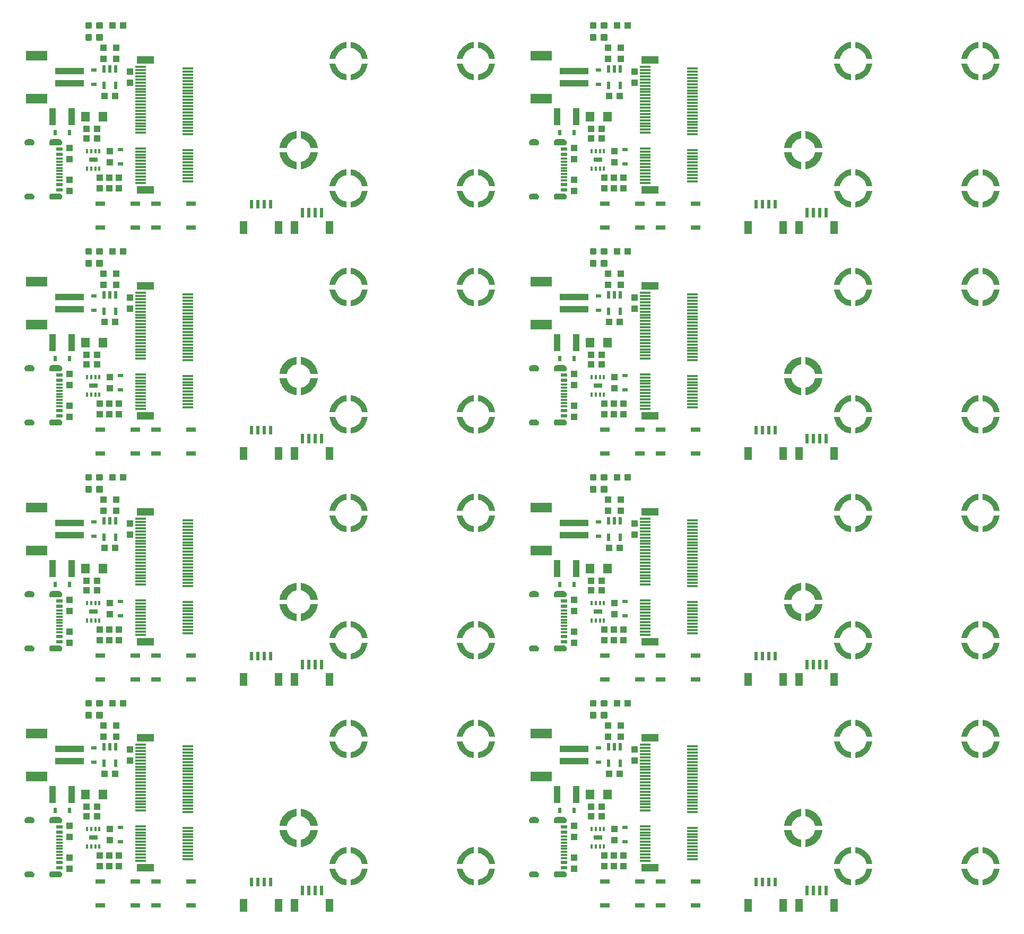
<source format=gtp>
G04 EAGLE Gerber RS-274X export*
G75*
%MOMM*%
%FSLAX34Y34*%
%LPD*%
%INSolderpaste Top*%
%IPPOS*%
%AMOC8*
5,1,8,0,0,1.08239X$1,22.5*%
G01*
%ADD10R,1.000000X0.300000*%
%ADD11R,1.000000X0.600000*%
%ADD12R,1.000000X1.100000*%
%ADD13R,1.524000X0.762000*%
%ADD14R,1.100000X1.000000*%
%ADD15C,0.300000*%
%ADD16R,2.750000X1.200000*%
%ADD17R,1.750000X0.300000*%
%ADD18R,1.200000X2.000000*%
%ADD19R,0.600000X1.350000*%
%ADD20R,4.600000X1.000000*%
%ADD21R,3.400000X1.600000*%
%ADD22R,1.375000X0.800000*%
%ADD23R,0.300000X0.650000*%
%ADD24R,1.400000X1.600000*%
%ADD25R,0.830000X0.630000*%
%ADD26R,1.000000X2.800000*%
%ADD27R,0.550000X1.200000*%
%ADD28R,0.630000X0.830000*%
%ADD29R,0.600000X1.550000*%

G36*
X1241969Y467791D02*
X1241969Y467791D01*
X1242014Y467792D01*
X1242065Y467814D01*
X1242120Y467827D01*
X1242156Y467853D01*
X1242196Y467871D01*
X1242235Y467912D01*
X1242280Y467945D01*
X1242303Y467983D01*
X1242333Y468015D01*
X1242353Y468068D01*
X1242382Y468116D01*
X1242390Y468167D01*
X1242403Y468201D01*
X1242402Y468235D01*
X1242409Y468280D01*
X1242409Y479280D01*
X1242399Y479333D01*
X1242398Y479386D01*
X1242379Y479429D01*
X1242370Y479475D01*
X1242339Y479519D01*
X1242318Y479568D01*
X1242284Y479600D01*
X1242257Y479639D01*
X1242212Y479668D01*
X1242173Y479704D01*
X1242122Y479725D01*
X1242090Y479746D01*
X1242058Y479751D01*
X1242019Y479767D01*
X1239284Y480378D01*
X1236720Y481406D01*
X1234356Y482833D01*
X1232252Y484622D01*
X1230463Y486726D01*
X1229036Y489090D01*
X1228008Y491654D01*
X1227397Y494389D01*
X1227375Y494438D01*
X1227363Y494490D01*
X1227335Y494528D01*
X1227316Y494570D01*
X1227277Y494607D01*
X1227245Y494650D01*
X1227205Y494674D01*
X1227171Y494706D01*
X1227120Y494724D01*
X1227074Y494752D01*
X1227020Y494761D01*
X1226984Y494774D01*
X1226952Y494772D01*
X1226910Y494779D01*
X1215910Y494779D01*
X1215855Y494768D01*
X1215799Y494767D01*
X1215758Y494748D01*
X1215715Y494740D01*
X1215669Y494708D01*
X1215618Y494685D01*
X1215588Y494652D01*
X1215551Y494627D01*
X1215521Y494580D01*
X1215483Y494538D01*
X1215468Y494497D01*
X1215444Y494460D01*
X1215435Y494404D01*
X1215416Y494351D01*
X1215417Y494299D01*
X1215411Y494263D01*
X1215419Y494231D01*
X1215419Y494226D01*
X1215419Y494224D01*
X1215419Y494223D01*
X1215420Y494185D01*
X1216259Y489864D01*
X1216271Y489835D01*
X1216279Y489793D01*
X1217748Y485643D01*
X1217764Y485616D01*
X1217778Y485576D01*
X1219844Y481689D01*
X1219864Y481665D01*
X1219883Y481627D01*
X1222501Y478088D01*
X1222525Y478067D01*
X1222550Y478032D01*
X1225662Y474920D01*
X1225677Y474910D01*
X1225685Y474899D01*
X1225700Y474890D01*
X1225718Y474871D01*
X1229257Y472253D01*
X1229285Y472240D01*
X1229319Y472214D01*
X1233206Y470148D01*
X1233236Y470139D01*
X1233273Y470118D01*
X1237423Y468649D01*
X1237454Y468644D01*
X1237494Y468629D01*
X1241815Y467790D01*
X1241871Y467790D01*
X1241927Y467781D01*
X1241969Y467791D01*
G37*
G36*
X436789Y1189151D02*
X436789Y1189151D01*
X436834Y1189152D01*
X436885Y1189174D01*
X436940Y1189187D01*
X436976Y1189213D01*
X437016Y1189231D01*
X437055Y1189272D01*
X437100Y1189305D01*
X437123Y1189343D01*
X437153Y1189375D01*
X437173Y1189428D01*
X437202Y1189476D01*
X437210Y1189527D01*
X437223Y1189561D01*
X437222Y1189595D01*
X437229Y1189640D01*
X437229Y1200640D01*
X437219Y1200693D01*
X437218Y1200746D01*
X437199Y1200789D01*
X437190Y1200835D01*
X437159Y1200879D01*
X437138Y1200928D01*
X437104Y1200960D01*
X437077Y1200999D01*
X437032Y1201028D01*
X436993Y1201064D01*
X436942Y1201085D01*
X436910Y1201106D01*
X436878Y1201111D01*
X436839Y1201127D01*
X434104Y1201738D01*
X431540Y1202766D01*
X429176Y1204193D01*
X427072Y1205982D01*
X425283Y1208086D01*
X423856Y1210450D01*
X422828Y1213014D01*
X422217Y1215749D01*
X422195Y1215798D01*
X422183Y1215850D01*
X422155Y1215888D01*
X422136Y1215930D01*
X422097Y1215967D01*
X422065Y1216010D01*
X422025Y1216034D01*
X421991Y1216066D01*
X421940Y1216084D01*
X421894Y1216112D01*
X421840Y1216121D01*
X421804Y1216134D01*
X421772Y1216132D01*
X421730Y1216139D01*
X410730Y1216139D01*
X410675Y1216128D01*
X410619Y1216127D01*
X410578Y1216108D01*
X410535Y1216100D01*
X410489Y1216068D01*
X410438Y1216045D01*
X410408Y1216012D01*
X410371Y1215987D01*
X410341Y1215940D01*
X410303Y1215898D01*
X410288Y1215857D01*
X410264Y1215820D01*
X410255Y1215764D01*
X410236Y1215711D01*
X410237Y1215659D01*
X410231Y1215623D01*
X410239Y1215591D01*
X410239Y1215586D01*
X410239Y1215584D01*
X410239Y1215583D01*
X410240Y1215545D01*
X411079Y1211224D01*
X411091Y1211195D01*
X411099Y1211153D01*
X412568Y1207003D01*
X412584Y1206976D01*
X412598Y1206936D01*
X414664Y1203049D01*
X414684Y1203025D01*
X414703Y1202987D01*
X417321Y1199448D01*
X417345Y1199427D01*
X417370Y1199392D01*
X420482Y1196280D01*
X420497Y1196270D01*
X420505Y1196259D01*
X420520Y1196250D01*
X420538Y1196231D01*
X424077Y1193613D01*
X424105Y1193600D01*
X424139Y1193574D01*
X428026Y1191508D01*
X428056Y1191499D01*
X428093Y1191478D01*
X432243Y1190009D01*
X432274Y1190004D01*
X432314Y1189989D01*
X436635Y1189150D01*
X436691Y1189150D01*
X436747Y1189141D01*
X436789Y1189151D01*
G37*
G36*
X436789Y467791D02*
X436789Y467791D01*
X436834Y467792D01*
X436885Y467814D01*
X436940Y467827D01*
X436976Y467853D01*
X437016Y467871D01*
X437055Y467912D01*
X437100Y467945D01*
X437123Y467983D01*
X437153Y468015D01*
X437173Y468068D01*
X437202Y468116D01*
X437210Y468167D01*
X437223Y468201D01*
X437222Y468235D01*
X437229Y468280D01*
X437229Y479280D01*
X437219Y479333D01*
X437218Y479386D01*
X437199Y479429D01*
X437190Y479475D01*
X437159Y479519D01*
X437138Y479568D01*
X437104Y479600D01*
X437077Y479639D01*
X437032Y479668D01*
X436993Y479704D01*
X436942Y479725D01*
X436910Y479746D01*
X436878Y479751D01*
X436839Y479767D01*
X434104Y480378D01*
X431540Y481406D01*
X429176Y482833D01*
X427072Y484622D01*
X425283Y486726D01*
X423856Y489090D01*
X422828Y491654D01*
X422217Y494389D01*
X422195Y494438D01*
X422183Y494490D01*
X422155Y494528D01*
X422136Y494570D01*
X422097Y494607D01*
X422065Y494650D01*
X422025Y494674D01*
X421991Y494706D01*
X421940Y494724D01*
X421894Y494752D01*
X421840Y494761D01*
X421804Y494774D01*
X421772Y494772D01*
X421730Y494779D01*
X410730Y494779D01*
X410675Y494768D01*
X410619Y494767D01*
X410578Y494748D01*
X410535Y494740D01*
X410489Y494708D01*
X410438Y494685D01*
X410408Y494652D01*
X410371Y494627D01*
X410341Y494580D01*
X410303Y494538D01*
X410288Y494497D01*
X410264Y494460D01*
X410255Y494404D01*
X410236Y494351D01*
X410237Y494299D01*
X410231Y494263D01*
X410239Y494231D01*
X410239Y494226D01*
X410239Y494224D01*
X410239Y494223D01*
X410240Y494185D01*
X411079Y489864D01*
X411091Y489835D01*
X411099Y489793D01*
X412568Y485643D01*
X412584Y485616D01*
X412598Y485576D01*
X414664Y481689D01*
X414684Y481665D01*
X414703Y481627D01*
X417321Y478088D01*
X417345Y478067D01*
X417370Y478032D01*
X420482Y474920D01*
X420497Y474910D01*
X420505Y474899D01*
X420520Y474890D01*
X420538Y474871D01*
X424077Y472253D01*
X424105Y472240D01*
X424139Y472214D01*
X428026Y470148D01*
X428056Y470139D01*
X428093Y470118D01*
X432243Y468649D01*
X432274Y468644D01*
X432314Y468629D01*
X436635Y467790D01*
X436691Y467790D01*
X436747Y467781D01*
X436789Y467791D01*
G37*
G36*
X1241969Y828471D02*
X1241969Y828471D01*
X1242014Y828472D01*
X1242065Y828494D01*
X1242120Y828507D01*
X1242156Y828533D01*
X1242196Y828551D01*
X1242235Y828592D01*
X1242280Y828625D01*
X1242303Y828663D01*
X1242333Y828695D01*
X1242353Y828748D01*
X1242382Y828796D01*
X1242390Y828847D01*
X1242403Y828881D01*
X1242402Y828915D01*
X1242409Y828960D01*
X1242409Y839960D01*
X1242399Y840013D01*
X1242398Y840066D01*
X1242379Y840109D01*
X1242370Y840155D01*
X1242339Y840199D01*
X1242318Y840248D01*
X1242284Y840280D01*
X1242257Y840319D01*
X1242212Y840348D01*
X1242173Y840384D01*
X1242122Y840405D01*
X1242090Y840426D01*
X1242058Y840431D01*
X1242019Y840447D01*
X1239284Y841058D01*
X1236720Y842086D01*
X1234356Y843513D01*
X1232252Y845302D01*
X1230463Y847406D01*
X1229036Y849770D01*
X1228008Y852334D01*
X1227397Y855069D01*
X1227375Y855118D01*
X1227363Y855170D01*
X1227335Y855208D01*
X1227316Y855250D01*
X1227277Y855287D01*
X1227245Y855330D01*
X1227205Y855354D01*
X1227171Y855386D01*
X1227120Y855404D01*
X1227074Y855432D01*
X1227020Y855441D01*
X1226984Y855454D01*
X1226952Y855452D01*
X1226910Y855459D01*
X1215910Y855459D01*
X1215855Y855448D01*
X1215799Y855447D01*
X1215758Y855428D01*
X1215715Y855420D01*
X1215669Y855388D01*
X1215618Y855365D01*
X1215588Y855332D01*
X1215551Y855307D01*
X1215521Y855260D01*
X1215483Y855218D01*
X1215468Y855177D01*
X1215444Y855140D01*
X1215435Y855084D01*
X1215416Y855031D01*
X1215417Y854979D01*
X1215411Y854943D01*
X1215419Y854911D01*
X1215419Y854906D01*
X1215419Y854904D01*
X1215419Y854903D01*
X1215420Y854865D01*
X1216259Y850544D01*
X1216271Y850515D01*
X1216279Y850473D01*
X1217748Y846323D01*
X1217764Y846296D01*
X1217778Y846256D01*
X1219844Y842369D01*
X1219864Y842345D01*
X1219883Y842307D01*
X1222501Y838768D01*
X1222525Y838747D01*
X1222550Y838712D01*
X1225662Y835600D01*
X1225677Y835590D01*
X1225685Y835579D01*
X1225700Y835570D01*
X1225718Y835551D01*
X1229257Y832933D01*
X1229285Y832920D01*
X1229319Y832894D01*
X1233206Y830828D01*
X1233236Y830819D01*
X1233273Y830798D01*
X1237423Y829329D01*
X1237454Y829324D01*
X1237494Y829309D01*
X1241815Y828470D01*
X1241871Y828470D01*
X1241927Y828461D01*
X1241969Y828471D01*
G37*
G36*
X436789Y828471D02*
X436789Y828471D01*
X436834Y828472D01*
X436885Y828494D01*
X436940Y828507D01*
X436976Y828533D01*
X437016Y828551D01*
X437055Y828592D01*
X437100Y828625D01*
X437123Y828663D01*
X437153Y828695D01*
X437173Y828748D01*
X437202Y828796D01*
X437210Y828847D01*
X437223Y828881D01*
X437222Y828915D01*
X437229Y828960D01*
X437229Y839960D01*
X437219Y840013D01*
X437218Y840066D01*
X437199Y840109D01*
X437190Y840155D01*
X437159Y840199D01*
X437138Y840248D01*
X437104Y840280D01*
X437077Y840319D01*
X437032Y840348D01*
X436993Y840384D01*
X436942Y840405D01*
X436910Y840426D01*
X436878Y840431D01*
X436839Y840447D01*
X434104Y841058D01*
X431540Y842086D01*
X429176Y843513D01*
X427072Y845302D01*
X425283Y847406D01*
X423856Y849770D01*
X422828Y852334D01*
X422217Y855069D01*
X422195Y855118D01*
X422183Y855170D01*
X422155Y855208D01*
X422136Y855250D01*
X422097Y855287D01*
X422065Y855330D01*
X422025Y855354D01*
X421991Y855386D01*
X421940Y855404D01*
X421894Y855432D01*
X421840Y855441D01*
X421804Y855454D01*
X421772Y855452D01*
X421730Y855459D01*
X410730Y855459D01*
X410675Y855448D01*
X410619Y855447D01*
X410578Y855428D01*
X410535Y855420D01*
X410489Y855388D01*
X410438Y855365D01*
X410408Y855332D01*
X410371Y855307D01*
X410341Y855260D01*
X410303Y855218D01*
X410288Y855177D01*
X410264Y855140D01*
X410255Y855084D01*
X410236Y855031D01*
X410237Y854979D01*
X410231Y854943D01*
X410239Y854911D01*
X410239Y854906D01*
X410239Y854904D01*
X410239Y854903D01*
X410240Y854865D01*
X411079Y850544D01*
X411091Y850515D01*
X411099Y850473D01*
X412568Y846323D01*
X412584Y846296D01*
X412598Y846256D01*
X414664Y842369D01*
X414684Y842345D01*
X414703Y842307D01*
X417321Y838768D01*
X417345Y838747D01*
X417370Y838712D01*
X420482Y835600D01*
X420497Y835590D01*
X420505Y835579D01*
X420520Y835570D01*
X420538Y835551D01*
X424077Y832933D01*
X424105Y832920D01*
X424139Y832894D01*
X428026Y830828D01*
X428056Y830819D01*
X428093Y830798D01*
X432243Y829329D01*
X432274Y829324D01*
X432314Y829309D01*
X436635Y828470D01*
X436691Y828470D01*
X436747Y828461D01*
X436789Y828471D01*
G37*
G36*
X1241969Y1189151D02*
X1241969Y1189151D01*
X1242014Y1189152D01*
X1242065Y1189174D01*
X1242120Y1189187D01*
X1242156Y1189213D01*
X1242196Y1189231D01*
X1242235Y1189272D01*
X1242280Y1189305D01*
X1242303Y1189343D01*
X1242333Y1189375D01*
X1242353Y1189428D01*
X1242382Y1189476D01*
X1242390Y1189527D01*
X1242403Y1189561D01*
X1242402Y1189595D01*
X1242409Y1189640D01*
X1242409Y1200640D01*
X1242399Y1200693D01*
X1242398Y1200746D01*
X1242379Y1200789D01*
X1242370Y1200835D01*
X1242339Y1200879D01*
X1242318Y1200928D01*
X1242284Y1200960D01*
X1242257Y1200999D01*
X1242212Y1201028D01*
X1242173Y1201064D01*
X1242122Y1201085D01*
X1242090Y1201106D01*
X1242058Y1201111D01*
X1242019Y1201127D01*
X1239284Y1201738D01*
X1236720Y1202766D01*
X1234356Y1204193D01*
X1232252Y1205982D01*
X1230463Y1208086D01*
X1229036Y1210450D01*
X1228008Y1213014D01*
X1227397Y1215749D01*
X1227375Y1215798D01*
X1227363Y1215850D01*
X1227335Y1215888D01*
X1227316Y1215930D01*
X1227277Y1215967D01*
X1227245Y1216010D01*
X1227205Y1216034D01*
X1227171Y1216066D01*
X1227120Y1216084D01*
X1227074Y1216112D01*
X1227020Y1216121D01*
X1226984Y1216134D01*
X1226952Y1216132D01*
X1226910Y1216139D01*
X1215910Y1216139D01*
X1215855Y1216128D01*
X1215799Y1216127D01*
X1215758Y1216108D01*
X1215715Y1216100D01*
X1215669Y1216068D01*
X1215618Y1216045D01*
X1215588Y1216012D01*
X1215551Y1215987D01*
X1215521Y1215940D01*
X1215483Y1215898D01*
X1215468Y1215857D01*
X1215444Y1215820D01*
X1215435Y1215764D01*
X1215416Y1215711D01*
X1215417Y1215659D01*
X1215411Y1215623D01*
X1215419Y1215591D01*
X1215419Y1215586D01*
X1215419Y1215584D01*
X1215419Y1215583D01*
X1215420Y1215545D01*
X1216259Y1211224D01*
X1216271Y1211195D01*
X1216279Y1211153D01*
X1217748Y1207003D01*
X1217764Y1206976D01*
X1217778Y1206936D01*
X1219844Y1203049D01*
X1219864Y1203025D01*
X1219883Y1202987D01*
X1222501Y1199448D01*
X1222525Y1199427D01*
X1222550Y1199392D01*
X1225662Y1196280D01*
X1225677Y1196270D01*
X1225685Y1196259D01*
X1225700Y1196250D01*
X1225718Y1196231D01*
X1229257Y1193613D01*
X1229285Y1193600D01*
X1229319Y1193574D01*
X1233206Y1191508D01*
X1233236Y1191499D01*
X1233273Y1191478D01*
X1237423Y1190009D01*
X1237454Y1190004D01*
X1237494Y1189989D01*
X1241815Y1189150D01*
X1241871Y1189150D01*
X1241927Y1189141D01*
X1241969Y1189151D01*
G37*
G36*
X1241969Y107111D02*
X1241969Y107111D01*
X1242014Y107112D01*
X1242065Y107134D01*
X1242120Y107147D01*
X1242156Y107173D01*
X1242196Y107191D01*
X1242235Y107232D01*
X1242280Y107265D01*
X1242303Y107303D01*
X1242333Y107335D01*
X1242353Y107388D01*
X1242382Y107436D01*
X1242390Y107487D01*
X1242403Y107521D01*
X1242402Y107555D01*
X1242409Y107600D01*
X1242409Y118600D01*
X1242399Y118653D01*
X1242398Y118706D01*
X1242379Y118749D01*
X1242370Y118795D01*
X1242339Y118839D01*
X1242318Y118888D01*
X1242284Y118920D01*
X1242257Y118959D01*
X1242212Y118988D01*
X1242173Y119024D01*
X1242122Y119045D01*
X1242090Y119066D01*
X1242058Y119071D01*
X1242019Y119087D01*
X1239284Y119698D01*
X1236720Y120726D01*
X1234356Y122153D01*
X1232252Y123942D01*
X1230463Y126046D01*
X1229036Y128410D01*
X1228008Y130974D01*
X1227397Y133709D01*
X1227375Y133758D01*
X1227363Y133810D01*
X1227335Y133848D01*
X1227316Y133890D01*
X1227277Y133927D01*
X1227245Y133970D01*
X1227205Y133994D01*
X1227171Y134026D01*
X1227120Y134044D01*
X1227074Y134072D01*
X1227020Y134081D01*
X1226984Y134094D01*
X1226952Y134092D01*
X1226910Y134099D01*
X1215910Y134099D01*
X1215855Y134088D01*
X1215799Y134087D01*
X1215758Y134068D01*
X1215715Y134060D01*
X1215669Y134028D01*
X1215618Y134005D01*
X1215588Y133972D01*
X1215551Y133947D01*
X1215521Y133900D01*
X1215483Y133858D01*
X1215468Y133817D01*
X1215444Y133780D01*
X1215435Y133724D01*
X1215416Y133671D01*
X1215417Y133619D01*
X1215411Y133583D01*
X1215419Y133551D01*
X1215419Y133546D01*
X1215419Y133544D01*
X1215419Y133543D01*
X1215420Y133505D01*
X1216259Y129184D01*
X1216271Y129155D01*
X1216279Y129113D01*
X1217748Y124963D01*
X1217764Y124936D01*
X1217778Y124896D01*
X1219844Y121009D01*
X1219864Y120985D01*
X1219883Y120947D01*
X1222501Y117408D01*
X1222525Y117387D01*
X1222550Y117352D01*
X1225662Y114240D01*
X1225677Y114230D01*
X1225685Y114219D01*
X1225700Y114210D01*
X1225718Y114191D01*
X1229257Y111573D01*
X1229285Y111560D01*
X1229319Y111534D01*
X1233206Y109468D01*
X1233236Y109459D01*
X1233273Y109438D01*
X1237423Y107969D01*
X1237454Y107964D01*
X1237494Y107949D01*
X1241815Y107110D01*
X1241871Y107110D01*
X1241927Y107101D01*
X1241969Y107111D01*
G37*
G36*
X436789Y107111D02*
X436789Y107111D01*
X436834Y107112D01*
X436885Y107134D01*
X436940Y107147D01*
X436976Y107173D01*
X437016Y107191D01*
X437055Y107232D01*
X437100Y107265D01*
X437123Y107303D01*
X437153Y107335D01*
X437173Y107388D01*
X437202Y107436D01*
X437210Y107487D01*
X437223Y107521D01*
X437222Y107555D01*
X437229Y107600D01*
X437229Y118600D01*
X437219Y118653D01*
X437218Y118706D01*
X437199Y118749D01*
X437190Y118795D01*
X437159Y118839D01*
X437138Y118888D01*
X437104Y118920D01*
X437077Y118959D01*
X437032Y118988D01*
X436993Y119024D01*
X436942Y119045D01*
X436910Y119066D01*
X436878Y119071D01*
X436839Y119087D01*
X434104Y119698D01*
X431540Y120726D01*
X429176Y122153D01*
X427072Y123942D01*
X425283Y126046D01*
X423856Y128410D01*
X422828Y130974D01*
X422217Y133709D01*
X422195Y133758D01*
X422183Y133810D01*
X422155Y133848D01*
X422136Y133890D01*
X422097Y133927D01*
X422065Y133970D01*
X422025Y133994D01*
X421991Y134026D01*
X421940Y134044D01*
X421894Y134072D01*
X421840Y134081D01*
X421804Y134094D01*
X421772Y134092D01*
X421730Y134099D01*
X410730Y134099D01*
X410675Y134088D01*
X410619Y134087D01*
X410578Y134068D01*
X410535Y134060D01*
X410489Y134028D01*
X410438Y134005D01*
X410408Y133972D01*
X410371Y133947D01*
X410341Y133900D01*
X410303Y133858D01*
X410288Y133817D01*
X410264Y133780D01*
X410255Y133724D01*
X410236Y133671D01*
X410237Y133619D01*
X410231Y133583D01*
X410239Y133551D01*
X410239Y133546D01*
X410239Y133544D01*
X410239Y133543D01*
X410240Y133505D01*
X411079Y129184D01*
X411091Y129155D01*
X411099Y129113D01*
X412568Y124963D01*
X412584Y124936D01*
X412598Y124896D01*
X414664Y121009D01*
X414684Y120985D01*
X414703Y120947D01*
X417321Y117408D01*
X417345Y117387D01*
X417370Y117352D01*
X420482Y114240D01*
X420497Y114230D01*
X420505Y114219D01*
X420520Y114210D01*
X420538Y114191D01*
X424077Y111573D01*
X424105Y111560D01*
X424139Y111534D01*
X428026Y109468D01*
X428056Y109459D01*
X428093Y109438D01*
X432243Y107969D01*
X432274Y107964D01*
X432314Y107949D01*
X436635Y107110D01*
X436691Y107110D01*
X436747Y107101D01*
X436789Y107111D01*
G37*
G36*
X421783Y862471D02*
X421783Y862471D01*
X421836Y862472D01*
X421879Y862491D01*
X421925Y862500D01*
X421969Y862531D01*
X422018Y862552D01*
X422050Y862586D01*
X422089Y862613D01*
X422118Y862658D01*
X422154Y862697D01*
X422175Y862748D01*
X422196Y862780D01*
X422201Y862812D01*
X422217Y862851D01*
X422828Y865586D01*
X423856Y868150D01*
X425283Y870514D01*
X427072Y872618D01*
X429176Y874407D01*
X431540Y875834D01*
X434104Y876862D01*
X436839Y877473D01*
X436888Y877495D01*
X436940Y877507D01*
X436978Y877535D01*
X437020Y877554D01*
X437057Y877593D01*
X437100Y877625D01*
X437124Y877665D01*
X437156Y877699D01*
X437174Y877750D01*
X437202Y877796D01*
X437211Y877850D01*
X437224Y877886D01*
X437222Y877918D01*
X437229Y877960D01*
X437229Y888960D01*
X437218Y889015D01*
X437217Y889071D01*
X437198Y889112D01*
X437190Y889155D01*
X437158Y889201D01*
X437135Y889253D01*
X437102Y889282D01*
X437077Y889319D01*
X437030Y889349D01*
X436988Y889387D01*
X436947Y889402D01*
X436910Y889426D01*
X436854Y889435D01*
X436801Y889454D01*
X436749Y889453D01*
X436713Y889459D01*
X436681Y889451D01*
X436635Y889450D01*
X432314Y888611D01*
X432285Y888599D01*
X432243Y888591D01*
X428093Y887122D01*
X428066Y887106D01*
X428026Y887092D01*
X424139Y885026D01*
X424115Y885006D01*
X424077Y884987D01*
X420538Y882369D01*
X420517Y882345D01*
X420482Y882320D01*
X417370Y879208D01*
X417352Y879182D01*
X417321Y879152D01*
X414703Y875614D01*
X414690Y875585D01*
X414664Y875551D01*
X412598Y871664D01*
X412591Y871641D01*
X412582Y871627D01*
X412581Y871619D01*
X412568Y871597D01*
X411099Y867447D01*
X411094Y867416D01*
X411079Y867376D01*
X410240Y863055D01*
X410240Y862999D01*
X410231Y862943D01*
X410241Y862901D01*
X410242Y862856D01*
X410264Y862805D01*
X410277Y862750D01*
X410303Y862715D01*
X410321Y862674D01*
X410362Y862635D01*
X410395Y862590D01*
X410433Y862567D01*
X410465Y862537D01*
X410518Y862517D01*
X410566Y862488D01*
X410617Y862480D01*
X410651Y862467D01*
X410685Y862468D01*
X410730Y862461D01*
X421730Y862461D01*
X421783Y862471D01*
G37*
G36*
X1226963Y862471D02*
X1226963Y862471D01*
X1227016Y862472D01*
X1227059Y862491D01*
X1227105Y862500D01*
X1227149Y862531D01*
X1227198Y862552D01*
X1227230Y862586D01*
X1227269Y862613D01*
X1227298Y862658D01*
X1227334Y862697D01*
X1227355Y862748D01*
X1227376Y862780D01*
X1227381Y862812D01*
X1227397Y862851D01*
X1228008Y865586D01*
X1229036Y868150D01*
X1230463Y870514D01*
X1232252Y872618D01*
X1234356Y874407D01*
X1236720Y875834D01*
X1239284Y876862D01*
X1242019Y877473D01*
X1242068Y877495D01*
X1242120Y877507D01*
X1242158Y877535D01*
X1242200Y877554D01*
X1242237Y877593D01*
X1242280Y877625D01*
X1242304Y877665D01*
X1242336Y877699D01*
X1242354Y877750D01*
X1242382Y877796D01*
X1242391Y877850D01*
X1242404Y877886D01*
X1242402Y877918D01*
X1242409Y877960D01*
X1242409Y888960D01*
X1242398Y889015D01*
X1242397Y889071D01*
X1242378Y889112D01*
X1242370Y889155D01*
X1242338Y889201D01*
X1242315Y889253D01*
X1242282Y889282D01*
X1242257Y889319D01*
X1242210Y889349D01*
X1242168Y889387D01*
X1242127Y889402D01*
X1242090Y889426D01*
X1242034Y889435D01*
X1241981Y889454D01*
X1241929Y889453D01*
X1241893Y889459D01*
X1241861Y889451D01*
X1241815Y889450D01*
X1237494Y888611D01*
X1237465Y888599D01*
X1237423Y888591D01*
X1233273Y887122D01*
X1233246Y887106D01*
X1233206Y887092D01*
X1229319Y885026D01*
X1229295Y885006D01*
X1229257Y884987D01*
X1225718Y882369D01*
X1225697Y882345D01*
X1225662Y882320D01*
X1222550Y879208D01*
X1222532Y879182D01*
X1222501Y879152D01*
X1219883Y875614D01*
X1219870Y875585D01*
X1219844Y875551D01*
X1217778Y871664D01*
X1217771Y871641D01*
X1217762Y871627D01*
X1217761Y871619D01*
X1217748Y871597D01*
X1216279Y867447D01*
X1216274Y867416D01*
X1216259Y867376D01*
X1215420Y863055D01*
X1215420Y862999D01*
X1215411Y862943D01*
X1215421Y862901D01*
X1215422Y862856D01*
X1215444Y862805D01*
X1215457Y862750D01*
X1215483Y862715D01*
X1215501Y862674D01*
X1215542Y862635D01*
X1215575Y862590D01*
X1215613Y862567D01*
X1215645Y862537D01*
X1215698Y862517D01*
X1215746Y862488D01*
X1215797Y862480D01*
X1215831Y862467D01*
X1215865Y862468D01*
X1215910Y862461D01*
X1226910Y862461D01*
X1226963Y862471D01*
G37*
G36*
X1226963Y501791D02*
X1226963Y501791D01*
X1227016Y501792D01*
X1227059Y501811D01*
X1227105Y501820D01*
X1227149Y501851D01*
X1227198Y501872D01*
X1227230Y501906D01*
X1227269Y501933D01*
X1227298Y501978D01*
X1227334Y502017D01*
X1227355Y502068D01*
X1227376Y502100D01*
X1227381Y502132D01*
X1227397Y502171D01*
X1228008Y504906D01*
X1229036Y507470D01*
X1230463Y509834D01*
X1232252Y511938D01*
X1234356Y513727D01*
X1236720Y515154D01*
X1239284Y516182D01*
X1242019Y516793D01*
X1242068Y516815D01*
X1242120Y516827D01*
X1242158Y516855D01*
X1242200Y516874D01*
X1242237Y516913D01*
X1242280Y516945D01*
X1242304Y516985D01*
X1242336Y517019D01*
X1242354Y517070D01*
X1242382Y517116D01*
X1242391Y517170D01*
X1242404Y517206D01*
X1242402Y517238D01*
X1242409Y517280D01*
X1242409Y528280D01*
X1242398Y528335D01*
X1242397Y528391D01*
X1242378Y528432D01*
X1242370Y528475D01*
X1242338Y528521D01*
X1242315Y528573D01*
X1242282Y528602D01*
X1242257Y528639D01*
X1242210Y528669D01*
X1242168Y528707D01*
X1242127Y528722D01*
X1242090Y528746D01*
X1242034Y528755D01*
X1241981Y528774D01*
X1241929Y528773D01*
X1241893Y528779D01*
X1241861Y528771D01*
X1241815Y528770D01*
X1237494Y527931D01*
X1237465Y527919D01*
X1237423Y527911D01*
X1233273Y526442D01*
X1233246Y526426D01*
X1233206Y526412D01*
X1229319Y524346D01*
X1229295Y524326D01*
X1229257Y524307D01*
X1225718Y521689D01*
X1225697Y521665D01*
X1225662Y521640D01*
X1222550Y518528D01*
X1222532Y518502D01*
X1222501Y518472D01*
X1219883Y514934D01*
X1219870Y514905D01*
X1219844Y514871D01*
X1217778Y510984D01*
X1217771Y510961D01*
X1217762Y510947D01*
X1217761Y510939D01*
X1217748Y510917D01*
X1216279Y506767D01*
X1216274Y506736D01*
X1216259Y506696D01*
X1215420Y502375D01*
X1215420Y502319D01*
X1215411Y502263D01*
X1215421Y502221D01*
X1215422Y502176D01*
X1215444Y502125D01*
X1215457Y502070D01*
X1215483Y502035D01*
X1215501Y501994D01*
X1215542Y501955D01*
X1215575Y501910D01*
X1215613Y501887D01*
X1215645Y501857D01*
X1215698Y501837D01*
X1215746Y501808D01*
X1215797Y501800D01*
X1215831Y501787D01*
X1215865Y501788D01*
X1215910Y501781D01*
X1226910Y501781D01*
X1226963Y501791D01*
G37*
G36*
X421783Y141111D02*
X421783Y141111D01*
X421836Y141112D01*
X421879Y141131D01*
X421925Y141140D01*
X421969Y141171D01*
X422018Y141192D01*
X422050Y141226D01*
X422089Y141253D01*
X422118Y141298D01*
X422154Y141337D01*
X422175Y141388D01*
X422196Y141420D01*
X422201Y141452D01*
X422217Y141491D01*
X422828Y144226D01*
X423856Y146790D01*
X425283Y149154D01*
X427072Y151258D01*
X429176Y153047D01*
X431540Y154474D01*
X434104Y155502D01*
X436839Y156113D01*
X436888Y156135D01*
X436940Y156147D01*
X436978Y156175D01*
X437020Y156194D01*
X437057Y156233D01*
X437100Y156265D01*
X437124Y156305D01*
X437156Y156339D01*
X437174Y156390D01*
X437202Y156436D01*
X437211Y156490D01*
X437224Y156526D01*
X437222Y156558D01*
X437229Y156600D01*
X437229Y167600D01*
X437218Y167655D01*
X437217Y167711D01*
X437198Y167752D01*
X437190Y167795D01*
X437158Y167841D01*
X437135Y167893D01*
X437102Y167922D01*
X437077Y167959D01*
X437030Y167989D01*
X436988Y168027D01*
X436947Y168042D01*
X436910Y168066D01*
X436854Y168075D01*
X436801Y168094D01*
X436749Y168093D01*
X436713Y168099D01*
X436681Y168091D01*
X436635Y168090D01*
X432314Y167251D01*
X432285Y167239D01*
X432243Y167231D01*
X428093Y165762D01*
X428066Y165746D01*
X428026Y165732D01*
X424139Y163666D01*
X424115Y163646D01*
X424077Y163627D01*
X420538Y161009D01*
X420517Y160985D01*
X420482Y160960D01*
X417370Y157848D01*
X417352Y157822D01*
X417321Y157792D01*
X414703Y154254D01*
X414690Y154225D01*
X414664Y154191D01*
X412598Y150304D01*
X412591Y150281D01*
X412582Y150267D01*
X412581Y150259D01*
X412568Y150237D01*
X411099Y146087D01*
X411094Y146056D01*
X411079Y146016D01*
X410240Y141695D01*
X410240Y141639D01*
X410231Y141583D01*
X410241Y141541D01*
X410242Y141496D01*
X410264Y141445D01*
X410277Y141390D01*
X410303Y141355D01*
X410321Y141314D01*
X410362Y141275D01*
X410395Y141230D01*
X410433Y141207D01*
X410465Y141177D01*
X410518Y141157D01*
X410566Y141128D01*
X410617Y141120D01*
X410651Y141107D01*
X410685Y141108D01*
X410730Y141101D01*
X421730Y141101D01*
X421783Y141111D01*
G37*
G36*
X1226963Y141111D02*
X1226963Y141111D01*
X1227016Y141112D01*
X1227059Y141131D01*
X1227105Y141140D01*
X1227149Y141171D01*
X1227198Y141192D01*
X1227230Y141226D01*
X1227269Y141253D01*
X1227298Y141298D01*
X1227334Y141337D01*
X1227355Y141388D01*
X1227376Y141420D01*
X1227381Y141452D01*
X1227397Y141491D01*
X1228008Y144226D01*
X1229036Y146790D01*
X1230463Y149154D01*
X1232252Y151258D01*
X1234356Y153047D01*
X1236720Y154474D01*
X1239284Y155502D01*
X1242019Y156113D01*
X1242068Y156135D01*
X1242120Y156147D01*
X1242158Y156175D01*
X1242200Y156194D01*
X1242237Y156233D01*
X1242280Y156265D01*
X1242304Y156305D01*
X1242336Y156339D01*
X1242354Y156390D01*
X1242382Y156436D01*
X1242391Y156490D01*
X1242404Y156526D01*
X1242402Y156558D01*
X1242409Y156600D01*
X1242409Y167600D01*
X1242398Y167655D01*
X1242397Y167711D01*
X1242378Y167752D01*
X1242370Y167795D01*
X1242338Y167841D01*
X1242315Y167893D01*
X1242282Y167922D01*
X1242257Y167959D01*
X1242210Y167989D01*
X1242168Y168027D01*
X1242127Y168042D01*
X1242090Y168066D01*
X1242034Y168075D01*
X1241981Y168094D01*
X1241929Y168093D01*
X1241893Y168099D01*
X1241861Y168091D01*
X1241815Y168090D01*
X1237494Y167251D01*
X1237465Y167239D01*
X1237423Y167231D01*
X1233273Y165762D01*
X1233246Y165746D01*
X1233206Y165732D01*
X1229319Y163666D01*
X1229295Y163646D01*
X1229257Y163627D01*
X1225718Y161009D01*
X1225697Y160985D01*
X1225662Y160960D01*
X1222550Y157848D01*
X1222532Y157822D01*
X1222501Y157792D01*
X1219883Y154254D01*
X1219870Y154225D01*
X1219844Y154191D01*
X1217778Y150304D01*
X1217771Y150281D01*
X1217762Y150267D01*
X1217761Y150259D01*
X1217748Y150237D01*
X1216279Y146087D01*
X1216274Y146056D01*
X1216259Y146016D01*
X1215420Y141695D01*
X1215420Y141639D01*
X1215411Y141583D01*
X1215421Y141541D01*
X1215422Y141496D01*
X1215444Y141445D01*
X1215457Y141390D01*
X1215483Y141355D01*
X1215501Y141314D01*
X1215542Y141275D01*
X1215575Y141230D01*
X1215613Y141207D01*
X1215645Y141177D01*
X1215698Y141157D01*
X1215746Y141128D01*
X1215797Y141120D01*
X1215831Y141107D01*
X1215865Y141108D01*
X1215910Y141101D01*
X1226910Y141101D01*
X1226963Y141111D01*
G37*
G36*
X421783Y501791D02*
X421783Y501791D01*
X421836Y501792D01*
X421879Y501811D01*
X421925Y501820D01*
X421969Y501851D01*
X422018Y501872D01*
X422050Y501906D01*
X422089Y501933D01*
X422118Y501978D01*
X422154Y502017D01*
X422175Y502068D01*
X422196Y502100D01*
X422201Y502132D01*
X422217Y502171D01*
X422828Y504906D01*
X423856Y507470D01*
X425283Y509834D01*
X427072Y511938D01*
X429176Y513727D01*
X431540Y515154D01*
X434104Y516182D01*
X436839Y516793D01*
X436888Y516815D01*
X436940Y516827D01*
X436978Y516855D01*
X437020Y516874D01*
X437057Y516913D01*
X437100Y516945D01*
X437124Y516985D01*
X437156Y517019D01*
X437174Y517070D01*
X437202Y517116D01*
X437211Y517170D01*
X437224Y517206D01*
X437222Y517238D01*
X437229Y517280D01*
X437229Y528280D01*
X437218Y528335D01*
X437217Y528391D01*
X437198Y528432D01*
X437190Y528475D01*
X437158Y528521D01*
X437135Y528573D01*
X437102Y528602D01*
X437077Y528639D01*
X437030Y528669D01*
X436988Y528707D01*
X436947Y528722D01*
X436910Y528746D01*
X436854Y528755D01*
X436801Y528774D01*
X436749Y528773D01*
X436713Y528779D01*
X436681Y528771D01*
X436635Y528770D01*
X432314Y527931D01*
X432285Y527919D01*
X432243Y527911D01*
X428093Y526442D01*
X428066Y526426D01*
X428026Y526412D01*
X424139Y524346D01*
X424115Y524326D01*
X424077Y524307D01*
X420538Y521689D01*
X420517Y521665D01*
X420482Y521640D01*
X417370Y518528D01*
X417352Y518502D01*
X417321Y518472D01*
X414703Y514934D01*
X414690Y514905D01*
X414664Y514871D01*
X412598Y510984D01*
X412591Y510961D01*
X412582Y510947D01*
X412581Y510939D01*
X412568Y510917D01*
X411099Y506767D01*
X411094Y506736D01*
X411079Y506696D01*
X410240Y502375D01*
X410240Y502319D01*
X410231Y502263D01*
X410241Y502221D01*
X410242Y502176D01*
X410264Y502125D01*
X410277Y502070D01*
X410303Y502035D01*
X410321Y501994D01*
X410362Y501955D01*
X410395Y501910D01*
X410433Y501887D01*
X410465Y501857D01*
X410518Y501837D01*
X410566Y501808D01*
X410617Y501800D01*
X410651Y501787D01*
X410685Y501788D01*
X410730Y501781D01*
X421730Y501781D01*
X421783Y501791D01*
G37*
G36*
X421783Y1223151D02*
X421783Y1223151D01*
X421836Y1223152D01*
X421879Y1223171D01*
X421925Y1223180D01*
X421969Y1223211D01*
X422018Y1223232D01*
X422050Y1223266D01*
X422089Y1223293D01*
X422118Y1223338D01*
X422154Y1223377D01*
X422175Y1223428D01*
X422196Y1223460D01*
X422201Y1223492D01*
X422217Y1223531D01*
X422828Y1226266D01*
X423856Y1228830D01*
X425283Y1231194D01*
X427072Y1233298D01*
X429176Y1235087D01*
X431540Y1236514D01*
X434104Y1237542D01*
X436839Y1238153D01*
X436888Y1238175D01*
X436940Y1238187D01*
X436978Y1238215D01*
X437020Y1238234D01*
X437057Y1238273D01*
X437100Y1238305D01*
X437124Y1238345D01*
X437156Y1238379D01*
X437174Y1238430D01*
X437202Y1238476D01*
X437211Y1238530D01*
X437224Y1238566D01*
X437222Y1238598D01*
X437229Y1238640D01*
X437229Y1249640D01*
X437218Y1249695D01*
X437217Y1249751D01*
X437198Y1249792D01*
X437190Y1249835D01*
X437158Y1249881D01*
X437135Y1249933D01*
X437102Y1249962D01*
X437077Y1249999D01*
X437030Y1250029D01*
X436988Y1250067D01*
X436947Y1250082D01*
X436910Y1250106D01*
X436854Y1250115D01*
X436801Y1250134D01*
X436749Y1250133D01*
X436713Y1250139D01*
X436681Y1250131D01*
X436635Y1250130D01*
X432314Y1249291D01*
X432285Y1249279D01*
X432243Y1249271D01*
X428093Y1247802D01*
X428066Y1247786D01*
X428026Y1247772D01*
X424139Y1245706D01*
X424115Y1245686D01*
X424077Y1245667D01*
X420538Y1243049D01*
X420517Y1243025D01*
X420482Y1243000D01*
X417370Y1239888D01*
X417352Y1239862D01*
X417321Y1239832D01*
X414703Y1236294D01*
X414690Y1236265D01*
X414664Y1236231D01*
X412598Y1232344D01*
X412591Y1232321D01*
X412582Y1232307D01*
X412581Y1232299D01*
X412568Y1232277D01*
X411099Y1228127D01*
X411094Y1228096D01*
X411079Y1228056D01*
X410240Y1223735D01*
X410240Y1223679D01*
X410231Y1223623D01*
X410241Y1223581D01*
X410242Y1223536D01*
X410264Y1223485D01*
X410277Y1223430D01*
X410303Y1223395D01*
X410321Y1223354D01*
X410362Y1223315D01*
X410395Y1223270D01*
X410433Y1223247D01*
X410465Y1223217D01*
X410518Y1223197D01*
X410566Y1223168D01*
X410617Y1223160D01*
X410651Y1223147D01*
X410685Y1223148D01*
X410730Y1223141D01*
X421730Y1223141D01*
X421783Y1223151D01*
G37*
G36*
X1226963Y1223151D02*
X1226963Y1223151D01*
X1227016Y1223152D01*
X1227059Y1223171D01*
X1227105Y1223180D01*
X1227149Y1223211D01*
X1227198Y1223232D01*
X1227230Y1223266D01*
X1227269Y1223293D01*
X1227298Y1223338D01*
X1227334Y1223377D01*
X1227355Y1223428D01*
X1227376Y1223460D01*
X1227381Y1223492D01*
X1227397Y1223531D01*
X1228008Y1226266D01*
X1229036Y1228830D01*
X1230463Y1231194D01*
X1232252Y1233298D01*
X1234356Y1235087D01*
X1236720Y1236514D01*
X1239284Y1237542D01*
X1242019Y1238153D01*
X1242068Y1238175D01*
X1242120Y1238187D01*
X1242158Y1238215D01*
X1242200Y1238234D01*
X1242237Y1238273D01*
X1242280Y1238305D01*
X1242304Y1238345D01*
X1242336Y1238379D01*
X1242354Y1238430D01*
X1242382Y1238476D01*
X1242391Y1238530D01*
X1242404Y1238566D01*
X1242402Y1238598D01*
X1242409Y1238640D01*
X1242409Y1249640D01*
X1242398Y1249695D01*
X1242397Y1249751D01*
X1242378Y1249792D01*
X1242370Y1249835D01*
X1242338Y1249881D01*
X1242315Y1249933D01*
X1242282Y1249962D01*
X1242257Y1249999D01*
X1242210Y1250029D01*
X1242168Y1250067D01*
X1242127Y1250082D01*
X1242090Y1250106D01*
X1242034Y1250115D01*
X1241981Y1250134D01*
X1241929Y1250133D01*
X1241893Y1250139D01*
X1241861Y1250131D01*
X1241815Y1250130D01*
X1237494Y1249291D01*
X1237465Y1249279D01*
X1237423Y1249271D01*
X1233273Y1247802D01*
X1233246Y1247786D01*
X1233206Y1247772D01*
X1229319Y1245706D01*
X1229295Y1245686D01*
X1229257Y1245667D01*
X1225718Y1243049D01*
X1225697Y1243025D01*
X1225662Y1243000D01*
X1222550Y1239888D01*
X1222532Y1239862D01*
X1222501Y1239832D01*
X1219883Y1236294D01*
X1219870Y1236265D01*
X1219844Y1236231D01*
X1217778Y1232344D01*
X1217771Y1232321D01*
X1217762Y1232307D01*
X1217761Y1232299D01*
X1217748Y1232277D01*
X1216279Y1228127D01*
X1216274Y1228096D01*
X1216259Y1228056D01*
X1215420Y1223735D01*
X1215420Y1223679D01*
X1215411Y1223623D01*
X1215421Y1223581D01*
X1215422Y1223536D01*
X1215444Y1223485D01*
X1215457Y1223430D01*
X1215483Y1223395D01*
X1215501Y1223354D01*
X1215542Y1223315D01*
X1215575Y1223270D01*
X1215613Y1223247D01*
X1215645Y1223217D01*
X1215698Y1223197D01*
X1215746Y1223168D01*
X1215797Y1223160D01*
X1215831Y1223147D01*
X1215865Y1223148D01*
X1215910Y1223141D01*
X1226910Y1223141D01*
X1226963Y1223151D01*
G37*
G36*
X470785Y1223152D02*
X470785Y1223152D01*
X470841Y1223153D01*
X470882Y1223172D01*
X470925Y1223180D01*
X470971Y1223212D01*
X471023Y1223235D01*
X471052Y1223268D01*
X471089Y1223293D01*
X471119Y1223340D01*
X471157Y1223382D01*
X471172Y1223423D01*
X471196Y1223460D01*
X471205Y1223516D01*
X471224Y1223569D01*
X471223Y1223621D01*
X471229Y1223657D01*
X471221Y1223689D01*
X471220Y1223735D01*
X470381Y1228056D01*
X470369Y1228085D01*
X470361Y1228127D01*
X468892Y1232277D01*
X468876Y1232304D01*
X468867Y1232331D01*
X468865Y1232337D01*
X468864Y1232339D01*
X468862Y1232344D01*
X466796Y1236231D01*
X466776Y1236255D01*
X466757Y1236294D01*
X464139Y1239832D01*
X464115Y1239853D01*
X464090Y1239888D01*
X460978Y1243000D01*
X460952Y1243018D01*
X460922Y1243049D01*
X457384Y1245667D01*
X457355Y1245680D01*
X457321Y1245706D01*
X453434Y1247772D01*
X453404Y1247781D01*
X453367Y1247802D01*
X449217Y1249271D01*
X449186Y1249276D01*
X449146Y1249291D01*
X444825Y1250130D01*
X444769Y1250130D01*
X444713Y1250139D01*
X444671Y1250129D01*
X444626Y1250128D01*
X444575Y1250106D01*
X444520Y1250093D01*
X444485Y1250067D01*
X444444Y1250049D01*
X444405Y1250008D01*
X444360Y1249975D01*
X444337Y1249937D01*
X444307Y1249905D01*
X444287Y1249852D01*
X444258Y1249804D01*
X444250Y1249753D01*
X444237Y1249719D01*
X444238Y1249685D01*
X444231Y1249640D01*
X444231Y1238640D01*
X444241Y1238587D01*
X444242Y1238534D01*
X444261Y1238491D01*
X444270Y1238445D01*
X444301Y1238401D01*
X444322Y1238352D01*
X444356Y1238320D01*
X444383Y1238281D01*
X444428Y1238252D01*
X444467Y1238216D01*
X444518Y1238195D01*
X444550Y1238174D01*
X444582Y1238169D01*
X444621Y1238153D01*
X447356Y1237542D01*
X449920Y1236514D01*
X452284Y1235087D01*
X454388Y1233298D01*
X456177Y1231194D01*
X457604Y1228830D01*
X458632Y1226266D01*
X459243Y1223531D01*
X459265Y1223482D01*
X459277Y1223430D01*
X459305Y1223392D01*
X459324Y1223350D01*
X459363Y1223313D01*
X459395Y1223270D01*
X459435Y1223246D01*
X459469Y1223214D01*
X459520Y1223196D01*
X459566Y1223168D01*
X459620Y1223159D01*
X459656Y1223146D01*
X459688Y1223148D01*
X459730Y1223141D01*
X470730Y1223141D01*
X470785Y1223152D01*
G37*
G36*
X470785Y862472D02*
X470785Y862472D01*
X470841Y862473D01*
X470882Y862492D01*
X470925Y862500D01*
X470971Y862532D01*
X471023Y862555D01*
X471052Y862588D01*
X471089Y862613D01*
X471119Y862660D01*
X471157Y862702D01*
X471172Y862743D01*
X471196Y862780D01*
X471205Y862836D01*
X471224Y862889D01*
X471223Y862941D01*
X471229Y862977D01*
X471221Y863009D01*
X471220Y863055D01*
X470381Y867376D01*
X470369Y867405D01*
X470361Y867447D01*
X468892Y871597D01*
X468876Y871624D01*
X468867Y871651D01*
X468865Y871657D01*
X468864Y871659D01*
X468862Y871664D01*
X466796Y875551D01*
X466776Y875575D01*
X466757Y875614D01*
X464139Y879152D01*
X464115Y879173D01*
X464090Y879208D01*
X460978Y882320D01*
X460952Y882338D01*
X460922Y882369D01*
X457384Y884987D01*
X457355Y885000D01*
X457321Y885026D01*
X453434Y887092D01*
X453404Y887101D01*
X453367Y887122D01*
X449217Y888591D01*
X449186Y888596D01*
X449146Y888611D01*
X444825Y889450D01*
X444769Y889450D01*
X444713Y889459D01*
X444671Y889449D01*
X444626Y889448D01*
X444575Y889426D01*
X444520Y889413D01*
X444485Y889387D01*
X444444Y889369D01*
X444405Y889328D01*
X444360Y889295D01*
X444337Y889257D01*
X444307Y889225D01*
X444287Y889172D01*
X444258Y889124D01*
X444250Y889073D01*
X444237Y889039D01*
X444238Y889005D01*
X444231Y888960D01*
X444231Y877960D01*
X444241Y877907D01*
X444242Y877854D01*
X444261Y877811D01*
X444270Y877765D01*
X444301Y877721D01*
X444322Y877672D01*
X444356Y877640D01*
X444383Y877601D01*
X444428Y877572D01*
X444467Y877536D01*
X444518Y877515D01*
X444550Y877494D01*
X444582Y877489D01*
X444621Y877473D01*
X447356Y876862D01*
X449920Y875834D01*
X452284Y874407D01*
X454388Y872618D01*
X456177Y870514D01*
X457604Y868150D01*
X458632Y865586D01*
X459243Y862851D01*
X459265Y862802D01*
X459277Y862750D01*
X459305Y862712D01*
X459324Y862670D01*
X459363Y862633D01*
X459395Y862590D01*
X459435Y862566D01*
X459469Y862534D01*
X459520Y862516D01*
X459566Y862488D01*
X459620Y862479D01*
X459656Y862466D01*
X459688Y862468D01*
X459730Y862461D01*
X470730Y862461D01*
X470785Y862472D01*
G37*
G36*
X1275965Y862472D02*
X1275965Y862472D01*
X1276021Y862473D01*
X1276062Y862492D01*
X1276105Y862500D01*
X1276151Y862532D01*
X1276203Y862555D01*
X1276232Y862588D01*
X1276269Y862613D01*
X1276299Y862660D01*
X1276337Y862702D01*
X1276352Y862743D01*
X1276376Y862780D01*
X1276385Y862836D01*
X1276404Y862889D01*
X1276403Y862941D01*
X1276409Y862977D01*
X1276401Y863009D01*
X1276400Y863055D01*
X1275561Y867376D01*
X1275549Y867405D01*
X1275541Y867447D01*
X1274072Y871597D01*
X1274056Y871624D01*
X1274047Y871651D01*
X1274045Y871657D01*
X1274044Y871659D01*
X1274042Y871664D01*
X1271976Y875551D01*
X1271956Y875575D01*
X1271937Y875614D01*
X1269319Y879152D01*
X1269295Y879173D01*
X1269270Y879208D01*
X1266158Y882320D01*
X1266132Y882338D01*
X1266102Y882369D01*
X1262564Y884987D01*
X1262535Y885000D01*
X1262501Y885026D01*
X1258614Y887092D01*
X1258584Y887101D01*
X1258547Y887122D01*
X1254397Y888591D01*
X1254366Y888596D01*
X1254326Y888611D01*
X1250005Y889450D01*
X1249949Y889450D01*
X1249893Y889459D01*
X1249851Y889449D01*
X1249806Y889448D01*
X1249755Y889426D01*
X1249700Y889413D01*
X1249665Y889387D01*
X1249624Y889369D01*
X1249585Y889328D01*
X1249540Y889295D01*
X1249517Y889257D01*
X1249487Y889225D01*
X1249467Y889172D01*
X1249438Y889124D01*
X1249430Y889073D01*
X1249417Y889039D01*
X1249418Y889005D01*
X1249411Y888960D01*
X1249411Y877960D01*
X1249421Y877907D01*
X1249422Y877854D01*
X1249441Y877811D01*
X1249450Y877765D01*
X1249481Y877721D01*
X1249502Y877672D01*
X1249536Y877640D01*
X1249563Y877601D01*
X1249608Y877572D01*
X1249647Y877536D01*
X1249698Y877515D01*
X1249730Y877494D01*
X1249762Y877489D01*
X1249801Y877473D01*
X1252536Y876862D01*
X1255100Y875834D01*
X1257464Y874407D01*
X1259568Y872618D01*
X1261357Y870514D01*
X1262784Y868150D01*
X1263812Y865586D01*
X1264423Y862851D01*
X1264445Y862802D01*
X1264457Y862750D01*
X1264485Y862712D01*
X1264504Y862670D01*
X1264543Y862633D01*
X1264575Y862590D01*
X1264615Y862566D01*
X1264649Y862534D01*
X1264700Y862516D01*
X1264746Y862488D01*
X1264800Y862479D01*
X1264836Y862466D01*
X1264868Y862468D01*
X1264910Y862461D01*
X1275910Y862461D01*
X1275965Y862472D01*
G37*
G36*
X1275965Y141112D02*
X1275965Y141112D01*
X1276021Y141113D01*
X1276062Y141132D01*
X1276105Y141140D01*
X1276151Y141172D01*
X1276203Y141195D01*
X1276232Y141228D01*
X1276269Y141253D01*
X1276299Y141300D01*
X1276337Y141342D01*
X1276352Y141383D01*
X1276376Y141420D01*
X1276385Y141476D01*
X1276404Y141529D01*
X1276403Y141581D01*
X1276409Y141617D01*
X1276401Y141649D01*
X1276400Y141695D01*
X1275561Y146016D01*
X1275549Y146045D01*
X1275541Y146087D01*
X1274072Y150237D01*
X1274056Y150264D01*
X1274047Y150291D01*
X1274045Y150297D01*
X1274044Y150299D01*
X1274042Y150304D01*
X1271976Y154191D01*
X1271956Y154215D01*
X1271937Y154254D01*
X1269319Y157792D01*
X1269295Y157813D01*
X1269270Y157848D01*
X1266158Y160960D01*
X1266132Y160978D01*
X1266102Y161009D01*
X1262564Y163627D01*
X1262535Y163640D01*
X1262501Y163666D01*
X1258614Y165732D01*
X1258584Y165741D01*
X1258547Y165762D01*
X1254397Y167231D01*
X1254366Y167236D01*
X1254326Y167251D01*
X1250005Y168090D01*
X1249949Y168090D01*
X1249893Y168099D01*
X1249851Y168089D01*
X1249806Y168088D01*
X1249755Y168066D01*
X1249700Y168053D01*
X1249665Y168027D01*
X1249624Y168009D01*
X1249585Y167968D01*
X1249540Y167935D01*
X1249517Y167897D01*
X1249487Y167865D01*
X1249467Y167812D01*
X1249438Y167764D01*
X1249430Y167713D01*
X1249417Y167679D01*
X1249418Y167645D01*
X1249411Y167600D01*
X1249411Y156600D01*
X1249421Y156547D01*
X1249422Y156494D01*
X1249441Y156451D01*
X1249450Y156405D01*
X1249481Y156361D01*
X1249502Y156312D01*
X1249536Y156280D01*
X1249563Y156241D01*
X1249608Y156212D01*
X1249647Y156176D01*
X1249698Y156155D01*
X1249730Y156134D01*
X1249762Y156129D01*
X1249801Y156113D01*
X1252536Y155502D01*
X1255100Y154474D01*
X1257464Y153047D01*
X1259568Y151258D01*
X1261357Y149154D01*
X1262784Y146790D01*
X1263812Y144226D01*
X1264423Y141491D01*
X1264445Y141442D01*
X1264457Y141390D01*
X1264485Y141352D01*
X1264504Y141310D01*
X1264543Y141273D01*
X1264575Y141230D01*
X1264615Y141206D01*
X1264649Y141174D01*
X1264700Y141156D01*
X1264746Y141128D01*
X1264800Y141119D01*
X1264836Y141106D01*
X1264868Y141108D01*
X1264910Y141101D01*
X1275910Y141101D01*
X1275965Y141112D01*
G37*
G36*
X470785Y141112D02*
X470785Y141112D01*
X470841Y141113D01*
X470882Y141132D01*
X470925Y141140D01*
X470971Y141172D01*
X471023Y141195D01*
X471052Y141228D01*
X471089Y141253D01*
X471119Y141300D01*
X471157Y141342D01*
X471172Y141383D01*
X471196Y141420D01*
X471205Y141476D01*
X471224Y141529D01*
X471223Y141581D01*
X471229Y141617D01*
X471221Y141649D01*
X471220Y141695D01*
X470381Y146016D01*
X470369Y146045D01*
X470361Y146087D01*
X468892Y150237D01*
X468876Y150264D01*
X468867Y150291D01*
X468865Y150297D01*
X468864Y150299D01*
X468862Y150304D01*
X466796Y154191D01*
X466776Y154215D01*
X466757Y154254D01*
X464139Y157792D01*
X464115Y157813D01*
X464090Y157848D01*
X460978Y160960D01*
X460952Y160978D01*
X460922Y161009D01*
X457384Y163627D01*
X457355Y163640D01*
X457321Y163666D01*
X453434Y165732D01*
X453404Y165741D01*
X453367Y165762D01*
X449217Y167231D01*
X449186Y167236D01*
X449146Y167251D01*
X444825Y168090D01*
X444769Y168090D01*
X444713Y168099D01*
X444671Y168089D01*
X444626Y168088D01*
X444575Y168066D01*
X444520Y168053D01*
X444485Y168027D01*
X444444Y168009D01*
X444405Y167968D01*
X444360Y167935D01*
X444337Y167897D01*
X444307Y167865D01*
X444287Y167812D01*
X444258Y167764D01*
X444250Y167713D01*
X444237Y167679D01*
X444238Y167645D01*
X444231Y167600D01*
X444231Y156600D01*
X444241Y156547D01*
X444242Y156494D01*
X444261Y156451D01*
X444270Y156405D01*
X444301Y156361D01*
X444322Y156312D01*
X444356Y156280D01*
X444383Y156241D01*
X444428Y156212D01*
X444467Y156176D01*
X444518Y156155D01*
X444550Y156134D01*
X444582Y156129D01*
X444621Y156113D01*
X447356Y155502D01*
X449920Y154474D01*
X452284Y153047D01*
X454388Y151258D01*
X456177Y149154D01*
X457604Y146790D01*
X458632Y144226D01*
X459243Y141491D01*
X459265Y141442D01*
X459277Y141390D01*
X459305Y141352D01*
X459324Y141310D01*
X459363Y141273D01*
X459395Y141230D01*
X459435Y141206D01*
X459469Y141174D01*
X459520Y141156D01*
X459566Y141128D01*
X459620Y141119D01*
X459656Y141106D01*
X459688Y141108D01*
X459730Y141101D01*
X470730Y141101D01*
X470785Y141112D01*
G37*
G36*
X1275965Y501792D02*
X1275965Y501792D01*
X1276021Y501793D01*
X1276062Y501812D01*
X1276105Y501820D01*
X1276151Y501852D01*
X1276203Y501875D01*
X1276232Y501908D01*
X1276269Y501933D01*
X1276299Y501980D01*
X1276337Y502022D01*
X1276352Y502063D01*
X1276376Y502100D01*
X1276385Y502156D01*
X1276404Y502209D01*
X1276403Y502261D01*
X1276409Y502297D01*
X1276401Y502329D01*
X1276400Y502375D01*
X1275561Y506696D01*
X1275549Y506725D01*
X1275541Y506767D01*
X1274072Y510917D01*
X1274056Y510944D01*
X1274047Y510971D01*
X1274045Y510977D01*
X1274044Y510979D01*
X1274042Y510984D01*
X1271976Y514871D01*
X1271956Y514895D01*
X1271937Y514934D01*
X1269319Y518472D01*
X1269295Y518493D01*
X1269270Y518528D01*
X1266158Y521640D01*
X1266132Y521658D01*
X1266102Y521689D01*
X1262564Y524307D01*
X1262535Y524320D01*
X1262501Y524346D01*
X1258614Y526412D01*
X1258584Y526421D01*
X1258547Y526442D01*
X1254397Y527911D01*
X1254366Y527916D01*
X1254326Y527931D01*
X1250005Y528770D01*
X1249949Y528770D01*
X1249893Y528779D01*
X1249851Y528769D01*
X1249806Y528768D01*
X1249755Y528746D01*
X1249700Y528733D01*
X1249665Y528707D01*
X1249624Y528689D01*
X1249585Y528648D01*
X1249540Y528615D01*
X1249517Y528577D01*
X1249487Y528545D01*
X1249467Y528492D01*
X1249438Y528444D01*
X1249430Y528393D01*
X1249417Y528359D01*
X1249418Y528325D01*
X1249411Y528280D01*
X1249411Y517280D01*
X1249421Y517227D01*
X1249422Y517174D01*
X1249441Y517131D01*
X1249450Y517085D01*
X1249481Y517041D01*
X1249502Y516992D01*
X1249536Y516960D01*
X1249563Y516921D01*
X1249608Y516892D01*
X1249647Y516856D01*
X1249698Y516835D01*
X1249730Y516814D01*
X1249762Y516809D01*
X1249801Y516793D01*
X1252536Y516182D01*
X1255100Y515154D01*
X1257464Y513727D01*
X1259568Y511938D01*
X1261357Y509834D01*
X1262784Y507470D01*
X1263812Y504906D01*
X1264423Y502171D01*
X1264445Y502122D01*
X1264457Y502070D01*
X1264485Y502032D01*
X1264504Y501990D01*
X1264543Y501953D01*
X1264575Y501910D01*
X1264615Y501886D01*
X1264649Y501854D01*
X1264700Y501836D01*
X1264746Y501808D01*
X1264800Y501799D01*
X1264836Y501786D01*
X1264868Y501788D01*
X1264910Y501781D01*
X1275910Y501781D01*
X1275965Y501792D01*
G37*
G36*
X1275965Y1223152D02*
X1275965Y1223152D01*
X1276021Y1223153D01*
X1276062Y1223172D01*
X1276105Y1223180D01*
X1276151Y1223212D01*
X1276203Y1223235D01*
X1276232Y1223268D01*
X1276269Y1223293D01*
X1276299Y1223340D01*
X1276337Y1223382D01*
X1276352Y1223423D01*
X1276376Y1223460D01*
X1276385Y1223516D01*
X1276404Y1223569D01*
X1276403Y1223621D01*
X1276409Y1223657D01*
X1276401Y1223689D01*
X1276400Y1223735D01*
X1275561Y1228056D01*
X1275549Y1228085D01*
X1275541Y1228127D01*
X1274072Y1232277D01*
X1274056Y1232304D01*
X1274047Y1232331D01*
X1274045Y1232337D01*
X1274044Y1232339D01*
X1274042Y1232344D01*
X1271976Y1236231D01*
X1271956Y1236255D01*
X1271937Y1236294D01*
X1269319Y1239832D01*
X1269295Y1239853D01*
X1269270Y1239888D01*
X1266158Y1243000D01*
X1266132Y1243018D01*
X1266102Y1243049D01*
X1262564Y1245667D01*
X1262535Y1245680D01*
X1262501Y1245706D01*
X1258614Y1247772D01*
X1258584Y1247781D01*
X1258547Y1247802D01*
X1254397Y1249271D01*
X1254366Y1249276D01*
X1254326Y1249291D01*
X1250005Y1250130D01*
X1249949Y1250130D01*
X1249893Y1250139D01*
X1249851Y1250129D01*
X1249806Y1250128D01*
X1249755Y1250106D01*
X1249700Y1250093D01*
X1249665Y1250067D01*
X1249624Y1250049D01*
X1249585Y1250008D01*
X1249540Y1249975D01*
X1249517Y1249937D01*
X1249487Y1249905D01*
X1249467Y1249852D01*
X1249438Y1249804D01*
X1249430Y1249753D01*
X1249417Y1249719D01*
X1249418Y1249685D01*
X1249411Y1249640D01*
X1249411Y1238640D01*
X1249421Y1238587D01*
X1249422Y1238534D01*
X1249441Y1238491D01*
X1249450Y1238445D01*
X1249481Y1238401D01*
X1249502Y1238352D01*
X1249536Y1238320D01*
X1249563Y1238281D01*
X1249608Y1238252D01*
X1249647Y1238216D01*
X1249698Y1238195D01*
X1249730Y1238174D01*
X1249762Y1238169D01*
X1249801Y1238153D01*
X1252536Y1237542D01*
X1255100Y1236514D01*
X1257464Y1235087D01*
X1259568Y1233298D01*
X1261357Y1231194D01*
X1262784Y1228830D01*
X1263812Y1226266D01*
X1264423Y1223531D01*
X1264445Y1223482D01*
X1264457Y1223430D01*
X1264485Y1223392D01*
X1264504Y1223350D01*
X1264543Y1223313D01*
X1264575Y1223270D01*
X1264615Y1223246D01*
X1264649Y1223214D01*
X1264700Y1223196D01*
X1264746Y1223168D01*
X1264800Y1223159D01*
X1264836Y1223146D01*
X1264868Y1223148D01*
X1264910Y1223141D01*
X1275910Y1223141D01*
X1275965Y1223152D01*
G37*
G36*
X470785Y501792D02*
X470785Y501792D01*
X470841Y501793D01*
X470882Y501812D01*
X470925Y501820D01*
X470971Y501852D01*
X471023Y501875D01*
X471052Y501908D01*
X471089Y501933D01*
X471119Y501980D01*
X471157Y502022D01*
X471172Y502063D01*
X471196Y502100D01*
X471205Y502156D01*
X471224Y502209D01*
X471223Y502261D01*
X471229Y502297D01*
X471221Y502329D01*
X471220Y502375D01*
X470381Y506696D01*
X470369Y506725D01*
X470361Y506767D01*
X468892Y510917D01*
X468876Y510944D01*
X468867Y510971D01*
X468865Y510977D01*
X468864Y510979D01*
X468862Y510984D01*
X466796Y514871D01*
X466776Y514895D01*
X466757Y514934D01*
X464139Y518472D01*
X464115Y518493D01*
X464090Y518528D01*
X460978Y521640D01*
X460952Y521658D01*
X460922Y521689D01*
X457384Y524307D01*
X457355Y524320D01*
X457321Y524346D01*
X453434Y526412D01*
X453404Y526421D01*
X453367Y526442D01*
X449217Y527911D01*
X449186Y527916D01*
X449146Y527931D01*
X444825Y528770D01*
X444769Y528770D01*
X444713Y528779D01*
X444671Y528769D01*
X444626Y528768D01*
X444575Y528746D01*
X444520Y528733D01*
X444485Y528707D01*
X444444Y528689D01*
X444405Y528648D01*
X444360Y528615D01*
X444337Y528577D01*
X444307Y528545D01*
X444287Y528492D01*
X444258Y528444D01*
X444250Y528393D01*
X444237Y528359D01*
X444238Y528325D01*
X444231Y528280D01*
X444231Y517280D01*
X444241Y517227D01*
X444242Y517174D01*
X444261Y517131D01*
X444270Y517085D01*
X444301Y517041D01*
X444322Y516992D01*
X444356Y516960D01*
X444383Y516921D01*
X444428Y516892D01*
X444467Y516856D01*
X444518Y516835D01*
X444550Y516814D01*
X444582Y516809D01*
X444621Y516793D01*
X447356Y516182D01*
X449920Y515154D01*
X452284Y513727D01*
X454388Y511938D01*
X456177Y509834D01*
X457604Y507470D01*
X458632Y504906D01*
X459243Y502171D01*
X459265Y502122D01*
X459277Y502070D01*
X459305Y502032D01*
X459324Y501990D01*
X459363Y501953D01*
X459395Y501910D01*
X459435Y501886D01*
X459469Y501854D01*
X459520Y501836D01*
X459566Y501808D01*
X459620Y501799D01*
X459656Y501786D01*
X459688Y501788D01*
X459730Y501781D01*
X470730Y501781D01*
X470785Y501792D01*
G37*
G36*
X444779Y1189149D02*
X444779Y1189149D01*
X444825Y1189150D01*
X449146Y1189989D01*
X449175Y1190001D01*
X449217Y1190009D01*
X453367Y1191478D01*
X453394Y1191494D01*
X453434Y1191508D01*
X457321Y1193574D01*
X457345Y1193594D01*
X457384Y1193613D01*
X460922Y1196231D01*
X460943Y1196255D01*
X460978Y1196280D01*
X464090Y1199392D01*
X464108Y1199419D01*
X464139Y1199448D01*
X466757Y1202987D01*
X466770Y1203015D01*
X466796Y1203049D01*
X468862Y1206936D01*
X468871Y1206966D01*
X468892Y1207003D01*
X470361Y1211153D01*
X470366Y1211184D01*
X470381Y1211224D01*
X471220Y1215545D01*
X471220Y1215601D01*
X471229Y1215657D01*
X471219Y1215699D01*
X471218Y1215744D01*
X471196Y1215795D01*
X471183Y1215850D01*
X471157Y1215886D01*
X471139Y1215926D01*
X471098Y1215965D01*
X471065Y1216010D01*
X471027Y1216033D01*
X470995Y1216063D01*
X470942Y1216083D01*
X470894Y1216112D01*
X470843Y1216120D01*
X470809Y1216133D01*
X470775Y1216132D01*
X470730Y1216139D01*
X459730Y1216139D01*
X459677Y1216129D01*
X459624Y1216128D01*
X459581Y1216109D01*
X459535Y1216100D01*
X459491Y1216069D01*
X459442Y1216048D01*
X459410Y1216014D01*
X459371Y1215987D01*
X459342Y1215942D01*
X459306Y1215903D01*
X459285Y1215852D01*
X459264Y1215820D01*
X459259Y1215788D01*
X459256Y1215782D01*
X459255Y1215781D01*
X459255Y1215780D01*
X459243Y1215749D01*
X458632Y1213014D01*
X457604Y1210450D01*
X456177Y1208086D01*
X454388Y1205982D01*
X452284Y1204193D01*
X449920Y1202766D01*
X447356Y1201738D01*
X444621Y1201127D01*
X444572Y1201105D01*
X444520Y1201093D01*
X444482Y1201065D01*
X444440Y1201046D01*
X444403Y1201007D01*
X444360Y1200975D01*
X444336Y1200935D01*
X444304Y1200901D01*
X444286Y1200850D01*
X444258Y1200804D01*
X444249Y1200750D01*
X444236Y1200714D01*
X444238Y1200682D01*
X444231Y1200640D01*
X444231Y1189640D01*
X444242Y1189585D01*
X444243Y1189529D01*
X444262Y1189488D01*
X444270Y1189445D01*
X444302Y1189399D01*
X444325Y1189348D01*
X444358Y1189318D01*
X444383Y1189281D01*
X444430Y1189251D01*
X444472Y1189213D01*
X444513Y1189198D01*
X444550Y1189174D01*
X444606Y1189165D01*
X444659Y1189146D01*
X444711Y1189147D01*
X444747Y1189141D01*
X444779Y1189149D01*
G37*
G36*
X1249959Y107109D02*
X1249959Y107109D01*
X1250005Y107110D01*
X1254326Y107949D01*
X1254355Y107961D01*
X1254397Y107969D01*
X1258547Y109438D01*
X1258574Y109454D01*
X1258614Y109468D01*
X1262501Y111534D01*
X1262525Y111554D01*
X1262564Y111573D01*
X1266102Y114191D01*
X1266123Y114215D01*
X1266158Y114240D01*
X1269270Y117352D01*
X1269288Y117379D01*
X1269319Y117408D01*
X1271937Y120947D01*
X1271950Y120975D01*
X1271976Y121009D01*
X1274042Y124896D01*
X1274051Y124926D01*
X1274072Y124963D01*
X1275541Y129113D01*
X1275546Y129144D01*
X1275561Y129184D01*
X1276400Y133505D01*
X1276400Y133561D01*
X1276409Y133617D01*
X1276399Y133659D01*
X1276398Y133704D01*
X1276376Y133755D01*
X1276363Y133810D01*
X1276337Y133846D01*
X1276319Y133886D01*
X1276278Y133925D01*
X1276245Y133970D01*
X1276207Y133993D01*
X1276175Y134023D01*
X1276122Y134043D01*
X1276074Y134072D01*
X1276023Y134080D01*
X1275989Y134093D01*
X1275955Y134092D01*
X1275910Y134099D01*
X1264910Y134099D01*
X1264857Y134089D01*
X1264804Y134088D01*
X1264761Y134069D01*
X1264715Y134060D01*
X1264671Y134029D01*
X1264622Y134008D01*
X1264590Y133974D01*
X1264551Y133947D01*
X1264522Y133902D01*
X1264486Y133863D01*
X1264465Y133812D01*
X1264444Y133780D01*
X1264439Y133748D01*
X1264436Y133742D01*
X1264435Y133741D01*
X1264435Y133740D01*
X1264423Y133709D01*
X1263812Y130974D01*
X1262784Y128410D01*
X1261357Y126046D01*
X1259568Y123942D01*
X1257464Y122153D01*
X1255100Y120726D01*
X1252536Y119698D01*
X1249801Y119087D01*
X1249752Y119065D01*
X1249700Y119053D01*
X1249662Y119025D01*
X1249620Y119006D01*
X1249583Y118967D01*
X1249540Y118935D01*
X1249516Y118895D01*
X1249484Y118861D01*
X1249466Y118810D01*
X1249438Y118764D01*
X1249429Y118710D01*
X1249416Y118674D01*
X1249418Y118642D01*
X1249411Y118600D01*
X1249411Y107600D01*
X1249422Y107545D01*
X1249423Y107489D01*
X1249442Y107448D01*
X1249450Y107405D01*
X1249482Y107359D01*
X1249505Y107308D01*
X1249538Y107278D01*
X1249563Y107241D01*
X1249610Y107211D01*
X1249652Y107173D01*
X1249693Y107158D01*
X1249730Y107134D01*
X1249786Y107125D01*
X1249839Y107106D01*
X1249891Y107107D01*
X1249927Y107101D01*
X1249959Y107109D01*
G37*
G36*
X444779Y107109D02*
X444779Y107109D01*
X444825Y107110D01*
X449146Y107949D01*
X449175Y107961D01*
X449217Y107969D01*
X453367Y109438D01*
X453394Y109454D01*
X453434Y109468D01*
X457321Y111534D01*
X457345Y111554D01*
X457384Y111573D01*
X460922Y114191D01*
X460943Y114215D01*
X460978Y114240D01*
X464090Y117352D01*
X464108Y117379D01*
X464139Y117408D01*
X466757Y120947D01*
X466770Y120975D01*
X466796Y121009D01*
X468862Y124896D01*
X468871Y124926D01*
X468892Y124963D01*
X470361Y129113D01*
X470366Y129144D01*
X470381Y129184D01*
X471220Y133505D01*
X471220Y133561D01*
X471229Y133617D01*
X471219Y133659D01*
X471218Y133704D01*
X471196Y133755D01*
X471183Y133810D01*
X471157Y133846D01*
X471139Y133886D01*
X471098Y133925D01*
X471065Y133970D01*
X471027Y133993D01*
X470995Y134023D01*
X470942Y134043D01*
X470894Y134072D01*
X470843Y134080D01*
X470809Y134093D01*
X470775Y134092D01*
X470730Y134099D01*
X459730Y134099D01*
X459677Y134089D01*
X459624Y134088D01*
X459581Y134069D01*
X459535Y134060D01*
X459491Y134029D01*
X459442Y134008D01*
X459410Y133974D01*
X459371Y133947D01*
X459342Y133902D01*
X459306Y133863D01*
X459285Y133812D01*
X459264Y133780D01*
X459259Y133748D01*
X459256Y133742D01*
X459255Y133741D01*
X459255Y133740D01*
X459243Y133709D01*
X458632Y130974D01*
X457604Y128410D01*
X456177Y126046D01*
X454388Y123942D01*
X452284Y122153D01*
X449920Y120726D01*
X447356Y119698D01*
X444621Y119087D01*
X444572Y119065D01*
X444520Y119053D01*
X444482Y119025D01*
X444440Y119006D01*
X444403Y118967D01*
X444360Y118935D01*
X444336Y118895D01*
X444304Y118861D01*
X444286Y118810D01*
X444258Y118764D01*
X444249Y118710D01*
X444236Y118674D01*
X444238Y118642D01*
X444231Y118600D01*
X444231Y107600D01*
X444242Y107545D01*
X444243Y107489D01*
X444262Y107448D01*
X444270Y107405D01*
X444302Y107359D01*
X444325Y107308D01*
X444358Y107278D01*
X444383Y107241D01*
X444430Y107211D01*
X444472Y107173D01*
X444513Y107158D01*
X444550Y107134D01*
X444606Y107125D01*
X444659Y107106D01*
X444711Y107107D01*
X444747Y107101D01*
X444779Y107109D01*
G37*
G36*
X444779Y828469D02*
X444779Y828469D01*
X444825Y828470D01*
X449146Y829309D01*
X449175Y829321D01*
X449217Y829329D01*
X453367Y830798D01*
X453394Y830814D01*
X453434Y830828D01*
X457321Y832894D01*
X457345Y832914D01*
X457384Y832933D01*
X460922Y835551D01*
X460943Y835575D01*
X460978Y835600D01*
X464090Y838712D01*
X464108Y838739D01*
X464139Y838768D01*
X466757Y842307D01*
X466770Y842335D01*
X466796Y842369D01*
X468862Y846256D01*
X468871Y846286D01*
X468892Y846323D01*
X470361Y850473D01*
X470366Y850504D01*
X470381Y850544D01*
X471220Y854865D01*
X471220Y854921D01*
X471229Y854977D01*
X471219Y855019D01*
X471218Y855064D01*
X471196Y855115D01*
X471183Y855170D01*
X471157Y855206D01*
X471139Y855246D01*
X471098Y855285D01*
X471065Y855330D01*
X471027Y855353D01*
X470995Y855383D01*
X470942Y855403D01*
X470894Y855432D01*
X470843Y855440D01*
X470809Y855453D01*
X470775Y855452D01*
X470730Y855459D01*
X459730Y855459D01*
X459677Y855449D01*
X459624Y855448D01*
X459581Y855429D01*
X459535Y855420D01*
X459491Y855389D01*
X459442Y855368D01*
X459410Y855334D01*
X459371Y855307D01*
X459342Y855262D01*
X459306Y855223D01*
X459285Y855172D01*
X459264Y855140D01*
X459259Y855108D01*
X459256Y855102D01*
X459255Y855101D01*
X459255Y855100D01*
X459243Y855069D01*
X458632Y852334D01*
X457604Y849770D01*
X456177Y847406D01*
X454388Y845302D01*
X452284Y843513D01*
X449920Y842086D01*
X447356Y841058D01*
X444621Y840447D01*
X444572Y840425D01*
X444520Y840413D01*
X444482Y840385D01*
X444440Y840366D01*
X444403Y840327D01*
X444360Y840295D01*
X444336Y840255D01*
X444304Y840221D01*
X444286Y840170D01*
X444258Y840124D01*
X444249Y840070D01*
X444236Y840034D01*
X444238Y840002D01*
X444231Y839960D01*
X444231Y828960D01*
X444242Y828905D01*
X444243Y828849D01*
X444262Y828808D01*
X444270Y828765D01*
X444302Y828719D01*
X444325Y828668D01*
X444358Y828638D01*
X444383Y828601D01*
X444430Y828571D01*
X444472Y828533D01*
X444513Y828518D01*
X444550Y828494D01*
X444606Y828485D01*
X444659Y828466D01*
X444711Y828467D01*
X444747Y828461D01*
X444779Y828469D01*
G37*
G36*
X1249959Y828469D02*
X1249959Y828469D01*
X1250005Y828470D01*
X1254326Y829309D01*
X1254355Y829321D01*
X1254397Y829329D01*
X1258547Y830798D01*
X1258574Y830814D01*
X1258614Y830828D01*
X1262501Y832894D01*
X1262525Y832914D01*
X1262564Y832933D01*
X1266102Y835551D01*
X1266123Y835575D01*
X1266158Y835600D01*
X1269270Y838712D01*
X1269288Y838739D01*
X1269319Y838768D01*
X1271937Y842307D01*
X1271950Y842335D01*
X1271976Y842369D01*
X1274042Y846256D01*
X1274051Y846286D01*
X1274072Y846323D01*
X1275541Y850473D01*
X1275546Y850504D01*
X1275561Y850544D01*
X1276400Y854865D01*
X1276400Y854921D01*
X1276409Y854977D01*
X1276399Y855019D01*
X1276398Y855064D01*
X1276376Y855115D01*
X1276363Y855170D01*
X1276337Y855206D01*
X1276319Y855246D01*
X1276278Y855285D01*
X1276245Y855330D01*
X1276207Y855353D01*
X1276175Y855383D01*
X1276122Y855403D01*
X1276074Y855432D01*
X1276023Y855440D01*
X1275989Y855453D01*
X1275955Y855452D01*
X1275910Y855459D01*
X1264910Y855459D01*
X1264857Y855449D01*
X1264804Y855448D01*
X1264761Y855429D01*
X1264715Y855420D01*
X1264671Y855389D01*
X1264622Y855368D01*
X1264590Y855334D01*
X1264551Y855307D01*
X1264522Y855262D01*
X1264486Y855223D01*
X1264465Y855172D01*
X1264444Y855140D01*
X1264439Y855108D01*
X1264436Y855102D01*
X1264435Y855101D01*
X1264435Y855100D01*
X1264423Y855069D01*
X1263812Y852334D01*
X1262784Y849770D01*
X1261357Y847406D01*
X1259568Y845302D01*
X1257464Y843513D01*
X1255100Y842086D01*
X1252536Y841058D01*
X1249801Y840447D01*
X1249752Y840425D01*
X1249700Y840413D01*
X1249662Y840385D01*
X1249620Y840366D01*
X1249583Y840327D01*
X1249540Y840295D01*
X1249516Y840255D01*
X1249484Y840221D01*
X1249466Y840170D01*
X1249438Y840124D01*
X1249429Y840070D01*
X1249416Y840034D01*
X1249418Y840002D01*
X1249411Y839960D01*
X1249411Y828960D01*
X1249422Y828905D01*
X1249423Y828849D01*
X1249442Y828808D01*
X1249450Y828765D01*
X1249482Y828719D01*
X1249505Y828668D01*
X1249538Y828638D01*
X1249563Y828601D01*
X1249610Y828571D01*
X1249652Y828533D01*
X1249693Y828518D01*
X1249730Y828494D01*
X1249786Y828485D01*
X1249839Y828466D01*
X1249891Y828467D01*
X1249927Y828461D01*
X1249959Y828469D01*
G37*
G36*
X1249959Y1189149D02*
X1249959Y1189149D01*
X1250005Y1189150D01*
X1254326Y1189989D01*
X1254355Y1190001D01*
X1254397Y1190009D01*
X1258547Y1191478D01*
X1258574Y1191494D01*
X1258614Y1191508D01*
X1262501Y1193574D01*
X1262525Y1193594D01*
X1262564Y1193613D01*
X1266102Y1196231D01*
X1266123Y1196255D01*
X1266158Y1196280D01*
X1269270Y1199392D01*
X1269288Y1199419D01*
X1269319Y1199448D01*
X1271937Y1202987D01*
X1271950Y1203015D01*
X1271976Y1203049D01*
X1274042Y1206936D01*
X1274051Y1206966D01*
X1274072Y1207003D01*
X1275541Y1211153D01*
X1275546Y1211184D01*
X1275561Y1211224D01*
X1276400Y1215545D01*
X1276400Y1215601D01*
X1276409Y1215657D01*
X1276399Y1215699D01*
X1276398Y1215744D01*
X1276376Y1215795D01*
X1276363Y1215850D01*
X1276337Y1215886D01*
X1276319Y1215926D01*
X1276278Y1215965D01*
X1276245Y1216010D01*
X1276207Y1216033D01*
X1276175Y1216063D01*
X1276122Y1216083D01*
X1276074Y1216112D01*
X1276023Y1216120D01*
X1275989Y1216133D01*
X1275955Y1216132D01*
X1275910Y1216139D01*
X1264910Y1216139D01*
X1264857Y1216129D01*
X1264804Y1216128D01*
X1264761Y1216109D01*
X1264715Y1216100D01*
X1264671Y1216069D01*
X1264622Y1216048D01*
X1264590Y1216014D01*
X1264551Y1215987D01*
X1264522Y1215942D01*
X1264486Y1215903D01*
X1264465Y1215852D01*
X1264444Y1215820D01*
X1264439Y1215788D01*
X1264436Y1215782D01*
X1264435Y1215781D01*
X1264435Y1215780D01*
X1264423Y1215749D01*
X1263812Y1213014D01*
X1262784Y1210450D01*
X1261357Y1208086D01*
X1259568Y1205982D01*
X1257464Y1204193D01*
X1255100Y1202766D01*
X1252536Y1201738D01*
X1249801Y1201127D01*
X1249752Y1201105D01*
X1249700Y1201093D01*
X1249662Y1201065D01*
X1249620Y1201046D01*
X1249583Y1201007D01*
X1249540Y1200975D01*
X1249516Y1200935D01*
X1249484Y1200901D01*
X1249466Y1200850D01*
X1249438Y1200804D01*
X1249429Y1200750D01*
X1249416Y1200714D01*
X1249418Y1200682D01*
X1249411Y1200640D01*
X1249411Y1189640D01*
X1249422Y1189585D01*
X1249423Y1189529D01*
X1249442Y1189488D01*
X1249450Y1189445D01*
X1249482Y1189399D01*
X1249505Y1189348D01*
X1249538Y1189318D01*
X1249563Y1189281D01*
X1249610Y1189251D01*
X1249652Y1189213D01*
X1249693Y1189198D01*
X1249730Y1189174D01*
X1249786Y1189165D01*
X1249839Y1189146D01*
X1249891Y1189147D01*
X1249927Y1189141D01*
X1249959Y1189149D01*
G37*
G36*
X1249959Y467789D02*
X1249959Y467789D01*
X1250005Y467790D01*
X1254326Y468629D01*
X1254355Y468641D01*
X1254397Y468649D01*
X1258547Y470118D01*
X1258574Y470134D01*
X1258614Y470148D01*
X1262501Y472214D01*
X1262525Y472234D01*
X1262564Y472253D01*
X1266102Y474871D01*
X1266123Y474895D01*
X1266158Y474920D01*
X1269270Y478032D01*
X1269288Y478059D01*
X1269319Y478088D01*
X1271937Y481627D01*
X1271950Y481655D01*
X1271976Y481689D01*
X1274042Y485576D01*
X1274051Y485606D01*
X1274072Y485643D01*
X1275541Y489793D01*
X1275546Y489824D01*
X1275561Y489864D01*
X1276400Y494185D01*
X1276400Y494241D01*
X1276409Y494297D01*
X1276399Y494339D01*
X1276398Y494384D01*
X1276376Y494435D01*
X1276363Y494490D01*
X1276337Y494526D01*
X1276319Y494566D01*
X1276278Y494605D01*
X1276245Y494650D01*
X1276207Y494673D01*
X1276175Y494703D01*
X1276122Y494723D01*
X1276074Y494752D01*
X1276023Y494760D01*
X1275989Y494773D01*
X1275955Y494772D01*
X1275910Y494779D01*
X1264910Y494779D01*
X1264857Y494769D01*
X1264804Y494768D01*
X1264761Y494749D01*
X1264715Y494740D01*
X1264671Y494709D01*
X1264622Y494688D01*
X1264590Y494654D01*
X1264551Y494627D01*
X1264522Y494582D01*
X1264486Y494543D01*
X1264465Y494492D01*
X1264444Y494460D01*
X1264439Y494428D01*
X1264436Y494422D01*
X1264435Y494421D01*
X1264435Y494420D01*
X1264423Y494389D01*
X1263812Y491654D01*
X1262784Y489090D01*
X1261357Y486726D01*
X1259568Y484622D01*
X1257464Y482833D01*
X1255100Y481406D01*
X1252536Y480378D01*
X1249801Y479767D01*
X1249752Y479745D01*
X1249700Y479733D01*
X1249662Y479705D01*
X1249620Y479686D01*
X1249583Y479647D01*
X1249540Y479615D01*
X1249516Y479575D01*
X1249484Y479541D01*
X1249466Y479490D01*
X1249438Y479444D01*
X1249429Y479390D01*
X1249416Y479354D01*
X1249418Y479322D01*
X1249411Y479280D01*
X1249411Y468280D01*
X1249422Y468225D01*
X1249423Y468169D01*
X1249442Y468128D01*
X1249450Y468085D01*
X1249482Y468039D01*
X1249505Y467988D01*
X1249538Y467958D01*
X1249563Y467921D01*
X1249610Y467891D01*
X1249652Y467853D01*
X1249693Y467838D01*
X1249730Y467814D01*
X1249786Y467805D01*
X1249839Y467786D01*
X1249891Y467787D01*
X1249927Y467781D01*
X1249959Y467789D01*
G37*
G36*
X444779Y467789D02*
X444779Y467789D01*
X444825Y467790D01*
X449146Y468629D01*
X449175Y468641D01*
X449217Y468649D01*
X453367Y470118D01*
X453394Y470134D01*
X453434Y470148D01*
X457321Y472214D01*
X457345Y472234D01*
X457384Y472253D01*
X460922Y474871D01*
X460943Y474895D01*
X460978Y474920D01*
X464090Y478032D01*
X464108Y478059D01*
X464139Y478088D01*
X466757Y481627D01*
X466770Y481655D01*
X466796Y481689D01*
X468862Y485576D01*
X468871Y485606D01*
X468892Y485643D01*
X470361Y489793D01*
X470366Y489824D01*
X470381Y489864D01*
X471220Y494185D01*
X471220Y494241D01*
X471229Y494297D01*
X471219Y494339D01*
X471218Y494384D01*
X471196Y494435D01*
X471183Y494490D01*
X471157Y494526D01*
X471139Y494566D01*
X471098Y494605D01*
X471065Y494650D01*
X471027Y494673D01*
X470995Y494703D01*
X470942Y494723D01*
X470894Y494752D01*
X470843Y494760D01*
X470809Y494773D01*
X470775Y494772D01*
X470730Y494779D01*
X459730Y494779D01*
X459677Y494769D01*
X459624Y494768D01*
X459581Y494749D01*
X459535Y494740D01*
X459491Y494709D01*
X459442Y494688D01*
X459410Y494654D01*
X459371Y494627D01*
X459342Y494582D01*
X459306Y494543D01*
X459285Y494492D01*
X459264Y494460D01*
X459259Y494428D01*
X459256Y494422D01*
X459255Y494421D01*
X459255Y494420D01*
X459243Y494389D01*
X458632Y491654D01*
X457604Y489090D01*
X456177Y486726D01*
X454388Y484622D01*
X452284Y482833D01*
X449920Y481406D01*
X447356Y480378D01*
X444621Y479767D01*
X444572Y479745D01*
X444520Y479733D01*
X444482Y479705D01*
X444440Y479686D01*
X444403Y479647D01*
X444360Y479615D01*
X444336Y479575D01*
X444304Y479541D01*
X444286Y479490D01*
X444258Y479444D01*
X444249Y479390D01*
X444236Y479354D01*
X444238Y479322D01*
X444231Y479280D01*
X444231Y468280D01*
X444242Y468225D01*
X444243Y468169D01*
X444262Y468128D01*
X444270Y468085D01*
X444302Y468039D01*
X444325Y467988D01*
X444358Y467958D01*
X444383Y467921D01*
X444430Y467891D01*
X444472Y467853D01*
X444513Y467838D01*
X444550Y467814D01*
X444606Y467805D01*
X444659Y467786D01*
X444711Y467787D01*
X444747Y467781D01*
X444779Y467789D01*
G37*
G36*
X1525139Y248911D02*
X1525139Y248911D01*
X1525184Y248912D01*
X1525235Y248934D01*
X1525290Y248947D01*
X1525326Y248973D01*
X1525366Y248991D01*
X1525405Y249032D01*
X1525450Y249065D01*
X1525473Y249103D01*
X1525503Y249135D01*
X1525523Y249188D01*
X1525552Y249236D01*
X1525560Y249287D01*
X1525573Y249321D01*
X1525572Y249355D01*
X1525579Y249400D01*
X1525579Y257860D01*
X1525569Y257913D01*
X1525568Y257966D01*
X1525549Y258009D01*
X1525540Y258055D01*
X1525509Y258099D01*
X1525488Y258148D01*
X1525454Y258180D01*
X1525427Y258219D01*
X1525382Y258248D01*
X1525343Y258284D01*
X1525292Y258305D01*
X1525260Y258326D01*
X1525228Y258331D01*
X1525189Y258347D01*
X1521984Y259063D01*
X1518974Y260270D01*
X1516197Y261945D01*
X1513726Y264046D01*
X1511625Y266517D01*
X1509950Y269294D01*
X1508743Y272304D01*
X1508027Y275509D01*
X1508005Y275558D01*
X1507993Y275610D01*
X1507965Y275648D01*
X1507946Y275690D01*
X1507907Y275727D01*
X1507875Y275770D01*
X1507835Y275794D01*
X1507801Y275826D01*
X1507750Y275844D01*
X1507704Y275872D01*
X1507650Y275881D01*
X1507614Y275894D01*
X1507582Y275892D01*
X1507540Y275899D01*
X1499080Y275899D01*
X1499025Y275888D01*
X1498969Y275887D01*
X1498928Y275868D01*
X1498885Y275860D01*
X1498839Y275828D01*
X1498788Y275805D01*
X1498758Y275772D01*
X1498721Y275747D01*
X1498691Y275700D01*
X1498653Y275658D01*
X1498638Y275617D01*
X1498614Y275580D01*
X1498605Y275524D01*
X1498586Y275471D01*
X1498587Y275419D01*
X1498581Y275383D01*
X1498589Y275351D01*
X1498589Y275346D01*
X1498589Y275344D01*
X1498589Y275343D01*
X1498590Y275305D01*
X1499429Y270984D01*
X1499441Y270955D01*
X1499449Y270913D01*
X1500918Y266763D01*
X1500934Y266736D01*
X1500948Y266696D01*
X1503014Y262809D01*
X1503034Y262785D01*
X1503053Y262747D01*
X1505671Y259208D01*
X1505695Y259187D01*
X1505720Y259152D01*
X1508832Y256040D01*
X1508847Y256030D01*
X1508855Y256019D01*
X1508870Y256010D01*
X1508888Y255991D01*
X1512427Y253373D01*
X1512455Y253360D01*
X1512489Y253334D01*
X1516376Y251268D01*
X1516406Y251259D01*
X1516443Y251238D01*
X1520593Y249769D01*
X1520624Y249764D01*
X1520664Y249749D01*
X1524985Y248910D01*
X1525041Y248910D01*
X1525097Y248901D01*
X1525139Y248911D01*
G37*
G36*
X1321939Y406391D02*
X1321939Y406391D01*
X1321984Y406392D01*
X1322035Y406414D01*
X1322090Y406427D01*
X1322126Y406453D01*
X1322166Y406471D01*
X1322205Y406512D01*
X1322250Y406545D01*
X1322273Y406583D01*
X1322303Y406615D01*
X1322323Y406668D01*
X1322352Y406716D01*
X1322360Y406767D01*
X1322373Y406801D01*
X1322372Y406835D01*
X1322379Y406880D01*
X1322379Y415340D01*
X1322369Y415393D01*
X1322368Y415446D01*
X1322349Y415489D01*
X1322340Y415535D01*
X1322309Y415579D01*
X1322288Y415628D01*
X1322254Y415660D01*
X1322227Y415699D01*
X1322182Y415728D01*
X1322143Y415764D01*
X1322092Y415785D01*
X1322060Y415806D01*
X1322028Y415811D01*
X1321989Y415827D01*
X1318784Y416543D01*
X1315774Y417750D01*
X1312997Y419425D01*
X1310526Y421526D01*
X1308425Y423997D01*
X1306750Y426774D01*
X1305543Y429784D01*
X1304827Y432989D01*
X1304805Y433038D01*
X1304793Y433090D01*
X1304765Y433128D01*
X1304746Y433170D01*
X1304707Y433207D01*
X1304675Y433250D01*
X1304635Y433274D01*
X1304601Y433306D01*
X1304550Y433324D01*
X1304504Y433352D01*
X1304450Y433361D01*
X1304414Y433374D01*
X1304382Y433372D01*
X1304340Y433379D01*
X1295880Y433379D01*
X1295825Y433368D01*
X1295769Y433367D01*
X1295728Y433348D01*
X1295685Y433340D01*
X1295639Y433308D01*
X1295588Y433285D01*
X1295558Y433252D01*
X1295521Y433227D01*
X1295491Y433180D01*
X1295453Y433138D01*
X1295438Y433097D01*
X1295414Y433060D01*
X1295405Y433004D01*
X1295386Y432951D01*
X1295387Y432899D01*
X1295381Y432863D01*
X1295389Y432831D01*
X1295389Y432826D01*
X1295389Y432824D01*
X1295389Y432823D01*
X1295390Y432785D01*
X1296229Y428464D01*
X1296241Y428435D01*
X1296249Y428393D01*
X1297718Y424243D01*
X1297734Y424216D01*
X1297748Y424176D01*
X1299814Y420289D01*
X1299834Y420265D01*
X1299853Y420227D01*
X1302471Y416688D01*
X1302495Y416667D01*
X1302520Y416632D01*
X1305632Y413520D01*
X1305647Y413510D01*
X1305655Y413499D01*
X1305670Y413490D01*
X1305688Y413471D01*
X1309227Y410853D01*
X1309255Y410840D01*
X1309289Y410814D01*
X1313176Y408748D01*
X1313206Y408739D01*
X1313243Y408718D01*
X1317393Y407249D01*
X1317424Y407244D01*
X1317464Y407229D01*
X1321785Y406390D01*
X1321841Y406390D01*
X1321897Y406381D01*
X1321939Y406391D01*
G37*
G36*
X516759Y406391D02*
X516759Y406391D01*
X516804Y406392D01*
X516855Y406414D01*
X516910Y406427D01*
X516946Y406453D01*
X516986Y406471D01*
X517025Y406512D01*
X517070Y406545D01*
X517093Y406583D01*
X517123Y406615D01*
X517143Y406668D01*
X517172Y406716D01*
X517180Y406767D01*
X517193Y406801D01*
X517192Y406835D01*
X517199Y406880D01*
X517199Y415340D01*
X517189Y415393D01*
X517188Y415446D01*
X517169Y415489D01*
X517160Y415535D01*
X517129Y415579D01*
X517108Y415628D01*
X517074Y415660D01*
X517047Y415699D01*
X517002Y415728D01*
X516963Y415764D01*
X516912Y415785D01*
X516880Y415806D01*
X516848Y415811D01*
X516809Y415827D01*
X513604Y416543D01*
X510594Y417750D01*
X507817Y419425D01*
X505346Y421526D01*
X503245Y423997D01*
X501570Y426774D01*
X500363Y429784D01*
X499647Y432989D01*
X499625Y433038D01*
X499613Y433090D01*
X499585Y433128D01*
X499566Y433170D01*
X499527Y433207D01*
X499495Y433250D01*
X499455Y433274D01*
X499421Y433306D01*
X499370Y433324D01*
X499324Y433352D01*
X499270Y433361D01*
X499234Y433374D01*
X499202Y433372D01*
X499160Y433379D01*
X490700Y433379D01*
X490645Y433368D01*
X490589Y433367D01*
X490548Y433348D01*
X490505Y433340D01*
X490459Y433308D01*
X490408Y433285D01*
X490378Y433252D01*
X490341Y433227D01*
X490311Y433180D01*
X490273Y433138D01*
X490258Y433097D01*
X490234Y433060D01*
X490225Y433004D01*
X490206Y432951D01*
X490207Y432899D01*
X490201Y432863D01*
X490209Y432831D01*
X490209Y432826D01*
X490209Y432824D01*
X490209Y432823D01*
X490210Y432785D01*
X491049Y428464D01*
X491061Y428435D01*
X491069Y428393D01*
X492538Y424243D01*
X492554Y424216D01*
X492568Y424176D01*
X494634Y420289D01*
X494654Y420265D01*
X494673Y420227D01*
X497291Y416688D01*
X497315Y416667D01*
X497340Y416632D01*
X500452Y413520D01*
X500467Y413510D01*
X500475Y413499D01*
X500490Y413490D01*
X500508Y413471D01*
X504047Y410853D01*
X504075Y410840D01*
X504109Y410814D01*
X507996Y408748D01*
X508026Y408739D01*
X508063Y408718D01*
X512213Y407249D01*
X512244Y407244D01*
X512284Y407229D01*
X516605Y406390D01*
X516661Y406390D01*
X516717Y406381D01*
X516759Y406391D01*
G37*
G36*
X516759Y767071D02*
X516759Y767071D01*
X516804Y767072D01*
X516855Y767094D01*
X516910Y767107D01*
X516946Y767133D01*
X516986Y767151D01*
X517025Y767192D01*
X517070Y767225D01*
X517093Y767263D01*
X517123Y767295D01*
X517143Y767348D01*
X517172Y767396D01*
X517180Y767447D01*
X517193Y767481D01*
X517192Y767515D01*
X517199Y767560D01*
X517199Y776020D01*
X517189Y776073D01*
X517188Y776126D01*
X517169Y776169D01*
X517160Y776215D01*
X517129Y776259D01*
X517108Y776308D01*
X517074Y776340D01*
X517047Y776379D01*
X517002Y776408D01*
X516963Y776444D01*
X516912Y776465D01*
X516880Y776486D01*
X516848Y776491D01*
X516809Y776507D01*
X513604Y777223D01*
X510594Y778430D01*
X507817Y780105D01*
X505346Y782206D01*
X503245Y784677D01*
X501570Y787454D01*
X500363Y790464D01*
X499647Y793669D01*
X499625Y793718D01*
X499613Y793770D01*
X499585Y793808D01*
X499566Y793850D01*
X499527Y793887D01*
X499495Y793930D01*
X499455Y793954D01*
X499421Y793986D01*
X499370Y794004D01*
X499324Y794032D01*
X499270Y794041D01*
X499234Y794054D01*
X499202Y794052D01*
X499160Y794059D01*
X490700Y794059D01*
X490645Y794048D01*
X490589Y794047D01*
X490548Y794028D01*
X490505Y794020D01*
X490459Y793988D01*
X490408Y793965D01*
X490378Y793932D01*
X490341Y793907D01*
X490311Y793860D01*
X490273Y793818D01*
X490258Y793777D01*
X490234Y793740D01*
X490225Y793684D01*
X490206Y793631D01*
X490207Y793579D01*
X490201Y793543D01*
X490209Y793511D01*
X490209Y793506D01*
X490209Y793504D01*
X490209Y793503D01*
X490210Y793465D01*
X491049Y789144D01*
X491061Y789115D01*
X491069Y789073D01*
X492538Y784923D01*
X492554Y784896D01*
X492568Y784856D01*
X494634Y780969D01*
X494654Y780945D01*
X494673Y780907D01*
X497291Y777368D01*
X497315Y777347D01*
X497340Y777312D01*
X500452Y774200D01*
X500467Y774190D01*
X500475Y774179D01*
X500490Y774170D01*
X500508Y774151D01*
X504047Y771533D01*
X504075Y771520D01*
X504109Y771494D01*
X507996Y769428D01*
X508026Y769419D01*
X508063Y769398D01*
X512213Y767929D01*
X512244Y767924D01*
X512284Y767909D01*
X516605Y767070D01*
X516661Y767070D01*
X516717Y767061D01*
X516759Y767071D01*
G37*
G36*
X516759Y1127751D02*
X516759Y1127751D01*
X516804Y1127752D01*
X516855Y1127774D01*
X516910Y1127787D01*
X516946Y1127813D01*
X516986Y1127831D01*
X517025Y1127872D01*
X517070Y1127905D01*
X517093Y1127943D01*
X517123Y1127975D01*
X517143Y1128028D01*
X517172Y1128076D01*
X517180Y1128127D01*
X517193Y1128161D01*
X517192Y1128195D01*
X517199Y1128240D01*
X517199Y1136700D01*
X517189Y1136753D01*
X517188Y1136806D01*
X517169Y1136849D01*
X517160Y1136895D01*
X517129Y1136939D01*
X517108Y1136988D01*
X517074Y1137020D01*
X517047Y1137059D01*
X517002Y1137088D01*
X516963Y1137124D01*
X516912Y1137145D01*
X516880Y1137166D01*
X516848Y1137171D01*
X516809Y1137187D01*
X513604Y1137903D01*
X510594Y1139110D01*
X507817Y1140785D01*
X505346Y1142886D01*
X503245Y1145357D01*
X501570Y1148134D01*
X500363Y1151144D01*
X499647Y1154349D01*
X499625Y1154398D01*
X499613Y1154450D01*
X499585Y1154488D01*
X499566Y1154530D01*
X499527Y1154567D01*
X499495Y1154610D01*
X499455Y1154634D01*
X499421Y1154666D01*
X499370Y1154684D01*
X499324Y1154712D01*
X499270Y1154721D01*
X499234Y1154734D01*
X499202Y1154732D01*
X499160Y1154739D01*
X490700Y1154739D01*
X490645Y1154728D01*
X490589Y1154727D01*
X490548Y1154708D01*
X490505Y1154700D01*
X490459Y1154668D01*
X490408Y1154645D01*
X490378Y1154612D01*
X490341Y1154587D01*
X490311Y1154540D01*
X490273Y1154498D01*
X490258Y1154457D01*
X490234Y1154420D01*
X490225Y1154364D01*
X490206Y1154311D01*
X490207Y1154259D01*
X490201Y1154223D01*
X490209Y1154191D01*
X490209Y1154186D01*
X490209Y1154184D01*
X490209Y1154183D01*
X490210Y1154145D01*
X491049Y1149824D01*
X491061Y1149795D01*
X491069Y1149753D01*
X492538Y1145603D01*
X492554Y1145576D01*
X492568Y1145536D01*
X494634Y1141649D01*
X494654Y1141625D01*
X494673Y1141587D01*
X497291Y1138048D01*
X497315Y1138027D01*
X497340Y1137992D01*
X500452Y1134880D01*
X500467Y1134870D01*
X500475Y1134859D01*
X500490Y1134850D01*
X500508Y1134831D01*
X504047Y1132213D01*
X504075Y1132200D01*
X504109Y1132174D01*
X507996Y1130108D01*
X508026Y1130099D01*
X508063Y1130078D01*
X512213Y1128609D01*
X512244Y1128604D01*
X512284Y1128589D01*
X516605Y1127750D01*
X516661Y1127750D01*
X516717Y1127741D01*
X516759Y1127751D01*
G37*
G36*
X1525139Y1127751D02*
X1525139Y1127751D01*
X1525184Y1127752D01*
X1525235Y1127774D01*
X1525290Y1127787D01*
X1525326Y1127813D01*
X1525366Y1127831D01*
X1525405Y1127872D01*
X1525450Y1127905D01*
X1525473Y1127943D01*
X1525503Y1127975D01*
X1525523Y1128028D01*
X1525552Y1128076D01*
X1525560Y1128127D01*
X1525573Y1128161D01*
X1525572Y1128195D01*
X1525579Y1128240D01*
X1525579Y1136700D01*
X1525569Y1136753D01*
X1525568Y1136806D01*
X1525549Y1136849D01*
X1525540Y1136895D01*
X1525509Y1136939D01*
X1525488Y1136988D01*
X1525454Y1137020D01*
X1525427Y1137059D01*
X1525382Y1137088D01*
X1525343Y1137124D01*
X1525292Y1137145D01*
X1525260Y1137166D01*
X1525228Y1137171D01*
X1525189Y1137187D01*
X1521984Y1137903D01*
X1518974Y1139110D01*
X1516197Y1140785D01*
X1513726Y1142886D01*
X1511625Y1145357D01*
X1509950Y1148134D01*
X1508743Y1151144D01*
X1508027Y1154349D01*
X1508005Y1154398D01*
X1507993Y1154450D01*
X1507965Y1154488D01*
X1507946Y1154530D01*
X1507907Y1154567D01*
X1507875Y1154610D01*
X1507835Y1154634D01*
X1507801Y1154666D01*
X1507750Y1154684D01*
X1507704Y1154712D01*
X1507650Y1154721D01*
X1507614Y1154734D01*
X1507582Y1154732D01*
X1507540Y1154739D01*
X1499080Y1154739D01*
X1499025Y1154728D01*
X1498969Y1154727D01*
X1498928Y1154708D01*
X1498885Y1154700D01*
X1498839Y1154668D01*
X1498788Y1154645D01*
X1498758Y1154612D01*
X1498721Y1154587D01*
X1498691Y1154540D01*
X1498653Y1154498D01*
X1498638Y1154457D01*
X1498614Y1154420D01*
X1498605Y1154364D01*
X1498586Y1154311D01*
X1498587Y1154259D01*
X1498581Y1154223D01*
X1498589Y1154191D01*
X1498589Y1154186D01*
X1498589Y1154184D01*
X1498589Y1154183D01*
X1498590Y1154145D01*
X1499429Y1149824D01*
X1499441Y1149795D01*
X1499449Y1149753D01*
X1500918Y1145603D01*
X1500934Y1145576D01*
X1500948Y1145536D01*
X1503014Y1141649D01*
X1503034Y1141625D01*
X1503053Y1141587D01*
X1505671Y1138048D01*
X1505695Y1138027D01*
X1505720Y1137992D01*
X1508832Y1134880D01*
X1508847Y1134870D01*
X1508855Y1134859D01*
X1508870Y1134850D01*
X1508888Y1134831D01*
X1512427Y1132213D01*
X1512455Y1132200D01*
X1512489Y1132174D01*
X1516376Y1130108D01*
X1516406Y1130099D01*
X1516443Y1130078D01*
X1520593Y1128609D01*
X1520624Y1128604D01*
X1520664Y1128589D01*
X1524985Y1127750D01*
X1525041Y1127750D01*
X1525097Y1127741D01*
X1525139Y1127751D01*
G37*
G36*
X719959Y609591D02*
X719959Y609591D01*
X720004Y609592D01*
X720055Y609614D01*
X720110Y609627D01*
X720146Y609653D01*
X720186Y609671D01*
X720225Y609712D01*
X720270Y609745D01*
X720293Y609783D01*
X720323Y609815D01*
X720343Y609868D01*
X720372Y609916D01*
X720380Y609967D01*
X720393Y610001D01*
X720392Y610035D01*
X720399Y610080D01*
X720399Y618540D01*
X720389Y618593D01*
X720388Y618646D01*
X720369Y618689D01*
X720360Y618735D01*
X720329Y618779D01*
X720308Y618828D01*
X720274Y618860D01*
X720247Y618899D01*
X720202Y618928D01*
X720163Y618964D01*
X720112Y618985D01*
X720080Y619006D01*
X720048Y619011D01*
X720009Y619027D01*
X716804Y619743D01*
X713794Y620950D01*
X711017Y622625D01*
X708546Y624726D01*
X706445Y627197D01*
X704770Y629974D01*
X703563Y632984D01*
X702847Y636189D01*
X702825Y636238D01*
X702813Y636290D01*
X702785Y636328D01*
X702766Y636370D01*
X702727Y636407D01*
X702695Y636450D01*
X702655Y636474D01*
X702621Y636506D01*
X702570Y636524D01*
X702524Y636552D01*
X702470Y636561D01*
X702434Y636574D01*
X702402Y636572D01*
X702360Y636579D01*
X693900Y636579D01*
X693845Y636568D01*
X693789Y636567D01*
X693748Y636548D01*
X693705Y636540D01*
X693659Y636508D01*
X693608Y636485D01*
X693578Y636452D01*
X693541Y636427D01*
X693511Y636380D01*
X693473Y636338D01*
X693458Y636297D01*
X693434Y636260D01*
X693425Y636204D01*
X693406Y636151D01*
X693407Y636099D01*
X693401Y636063D01*
X693409Y636031D01*
X693409Y636026D01*
X693409Y636024D01*
X693409Y636023D01*
X693410Y635985D01*
X694249Y631664D01*
X694261Y631635D01*
X694269Y631593D01*
X695738Y627443D01*
X695754Y627416D01*
X695768Y627376D01*
X697834Y623489D01*
X697854Y623465D01*
X697873Y623427D01*
X700491Y619888D01*
X700515Y619867D01*
X700540Y619832D01*
X703652Y616720D01*
X703667Y616710D01*
X703675Y616699D01*
X703690Y616690D01*
X703708Y616671D01*
X707247Y614053D01*
X707275Y614040D01*
X707309Y614014D01*
X711196Y611948D01*
X711226Y611939D01*
X711263Y611918D01*
X715413Y610449D01*
X715444Y610444D01*
X715484Y610429D01*
X719805Y609590D01*
X719861Y609590D01*
X719917Y609581D01*
X719959Y609591D01*
G37*
G36*
X1321939Y1127751D02*
X1321939Y1127751D01*
X1321984Y1127752D01*
X1322035Y1127774D01*
X1322090Y1127787D01*
X1322126Y1127813D01*
X1322166Y1127831D01*
X1322205Y1127872D01*
X1322250Y1127905D01*
X1322273Y1127943D01*
X1322303Y1127975D01*
X1322323Y1128028D01*
X1322352Y1128076D01*
X1322360Y1128127D01*
X1322373Y1128161D01*
X1322372Y1128195D01*
X1322379Y1128240D01*
X1322379Y1136700D01*
X1322369Y1136753D01*
X1322368Y1136806D01*
X1322349Y1136849D01*
X1322340Y1136895D01*
X1322309Y1136939D01*
X1322288Y1136988D01*
X1322254Y1137020D01*
X1322227Y1137059D01*
X1322182Y1137088D01*
X1322143Y1137124D01*
X1322092Y1137145D01*
X1322060Y1137166D01*
X1322028Y1137171D01*
X1321989Y1137187D01*
X1318784Y1137903D01*
X1315774Y1139110D01*
X1312997Y1140785D01*
X1310526Y1142886D01*
X1308425Y1145357D01*
X1306750Y1148134D01*
X1305543Y1151144D01*
X1304827Y1154349D01*
X1304805Y1154398D01*
X1304793Y1154450D01*
X1304765Y1154488D01*
X1304746Y1154530D01*
X1304707Y1154567D01*
X1304675Y1154610D01*
X1304635Y1154634D01*
X1304601Y1154666D01*
X1304550Y1154684D01*
X1304504Y1154712D01*
X1304450Y1154721D01*
X1304414Y1154734D01*
X1304382Y1154732D01*
X1304340Y1154739D01*
X1295880Y1154739D01*
X1295825Y1154728D01*
X1295769Y1154727D01*
X1295728Y1154708D01*
X1295685Y1154700D01*
X1295639Y1154668D01*
X1295588Y1154645D01*
X1295558Y1154612D01*
X1295521Y1154587D01*
X1295491Y1154540D01*
X1295453Y1154498D01*
X1295438Y1154457D01*
X1295414Y1154420D01*
X1295405Y1154364D01*
X1295386Y1154311D01*
X1295387Y1154259D01*
X1295381Y1154223D01*
X1295389Y1154191D01*
X1295389Y1154186D01*
X1295389Y1154184D01*
X1295389Y1154183D01*
X1295390Y1154145D01*
X1296229Y1149824D01*
X1296241Y1149795D01*
X1296249Y1149753D01*
X1297718Y1145603D01*
X1297734Y1145576D01*
X1297748Y1145536D01*
X1299814Y1141649D01*
X1299834Y1141625D01*
X1299853Y1141587D01*
X1302471Y1138048D01*
X1302495Y1138027D01*
X1302520Y1137992D01*
X1305632Y1134880D01*
X1305647Y1134870D01*
X1305655Y1134859D01*
X1305670Y1134850D01*
X1305688Y1134831D01*
X1309227Y1132213D01*
X1309255Y1132200D01*
X1309289Y1132174D01*
X1313176Y1130108D01*
X1313206Y1130099D01*
X1313243Y1130078D01*
X1317393Y1128609D01*
X1317424Y1128604D01*
X1317464Y1128589D01*
X1321785Y1127750D01*
X1321841Y1127750D01*
X1321897Y1127741D01*
X1321939Y1127751D01*
G37*
G36*
X719959Y1127751D02*
X719959Y1127751D01*
X720004Y1127752D01*
X720055Y1127774D01*
X720110Y1127787D01*
X720146Y1127813D01*
X720186Y1127831D01*
X720225Y1127872D01*
X720270Y1127905D01*
X720293Y1127943D01*
X720323Y1127975D01*
X720343Y1128028D01*
X720372Y1128076D01*
X720380Y1128127D01*
X720393Y1128161D01*
X720392Y1128195D01*
X720399Y1128240D01*
X720399Y1136700D01*
X720389Y1136753D01*
X720388Y1136806D01*
X720369Y1136849D01*
X720360Y1136895D01*
X720329Y1136939D01*
X720308Y1136988D01*
X720274Y1137020D01*
X720247Y1137059D01*
X720202Y1137088D01*
X720163Y1137124D01*
X720112Y1137145D01*
X720080Y1137166D01*
X720048Y1137171D01*
X720009Y1137187D01*
X716804Y1137903D01*
X713794Y1139110D01*
X711017Y1140785D01*
X708546Y1142886D01*
X706445Y1145357D01*
X704770Y1148134D01*
X703563Y1151144D01*
X702847Y1154349D01*
X702825Y1154398D01*
X702813Y1154450D01*
X702785Y1154488D01*
X702766Y1154530D01*
X702727Y1154567D01*
X702695Y1154610D01*
X702655Y1154634D01*
X702621Y1154666D01*
X702570Y1154684D01*
X702524Y1154712D01*
X702470Y1154721D01*
X702434Y1154734D01*
X702402Y1154732D01*
X702360Y1154739D01*
X693900Y1154739D01*
X693845Y1154728D01*
X693789Y1154727D01*
X693748Y1154708D01*
X693705Y1154700D01*
X693659Y1154668D01*
X693608Y1154645D01*
X693578Y1154612D01*
X693541Y1154587D01*
X693511Y1154540D01*
X693473Y1154498D01*
X693458Y1154457D01*
X693434Y1154420D01*
X693425Y1154364D01*
X693406Y1154311D01*
X693407Y1154259D01*
X693401Y1154223D01*
X693409Y1154191D01*
X693409Y1154186D01*
X693409Y1154184D01*
X693409Y1154183D01*
X693410Y1154145D01*
X694249Y1149824D01*
X694261Y1149795D01*
X694269Y1149753D01*
X695738Y1145603D01*
X695754Y1145576D01*
X695768Y1145536D01*
X697834Y1141649D01*
X697854Y1141625D01*
X697873Y1141587D01*
X700491Y1138048D01*
X700515Y1138027D01*
X700540Y1137992D01*
X703652Y1134880D01*
X703667Y1134870D01*
X703675Y1134859D01*
X703690Y1134850D01*
X703708Y1134831D01*
X707247Y1132213D01*
X707275Y1132200D01*
X707309Y1132174D01*
X711196Y1130108D01*
X711226Y1130099D01*
X711263Y1130078D01*
X715413Y1128609D01*
X715444Y1128604D01*
X715484Y1128589D01*
X719805Y1127750D01*
X719861Y1127750D01*
X719917Y1127741D01*
X719959Y1127751D01*
G37*
G36*
X719959Y767071D02*
X719959Y767071D01*
X720004Y767072D01*
X720055Y767094D01*
X720110Y767107D01*
X720146Y767133D01*
X720186Y767151D01*
X720225Y767192D01*
X720270Y767225D01*
X720293Y767263D01*
X720323Y767295D01*
X720343Y767348D01*
X720372Y767396D01*
X720380Y767447D01*
X720393Y767481D01*
X720392Y767515D01*
X720399Y767560D01*
X720399Y776020D01*
X720389Y776073D01*
X720388Y776126D01*
X720369Y776169D01*
X720360Y776215D01*
X720329Y776259D01*
X720308Y776308D01*
X720274Y776340D01*
X720247Y776379D01*
X720202Y776408D01*
X720163Y776444D01*
X720112Y776465D01*
X720080Y776486D01*
X720048Y776491D01*
X720009Y776507D01*
X716804Y777223D01*
X713794Y778430D01*
X711017Y780105D01*
X708546Y782206D01*
X706445Y784677D01*
X704770Y787454D01*
X703563Y790464D01*
X702847Y793669D01*
X702825Y793718D01*
X702813Y793770D01*
X702785Y793808D01*
X702766Y793850D01*
X702727Y793887D01*
X702695Y793930D01*
X702655Y793954D01*
X702621Y793986D01*
X702570Y794004D01*
X702524Y794032D01*
X702470Y794041D01*
X702434Y794054D01*
X702402Y794052D01*
X702360Y794059D01*
X693900Y794059D01*
X693845Y794048D01*
X693789Y794047D01*
X693748Y794028D01*
X693705Y794020D01*
X693659Y793988D01*
X693608Y793965D01*
X693578Y793932D01*
X693541Y793907D01*
X693511Y793860D01*
X693473Y793818D01*
X693458Y793777D01*
X693434Y793740D01*
X693425Y793684D01*
X693406Y793631D01*
X693407Y793579D01*
X693401Y793543D01*
X693409Y793511D01*
X693409Y793506D01*
X693409Y793504D01*
X693409Y793503D01*
X693410Y793465D01*
X694249Y789144D01*
X694261Y789115D01*
X694269Y789073D01*
X695738Y784923D01*
X695754Y784896D01*
X695768Y784856D01*
X697834Y780969D01*
X697854Y780945D01*
X697873Y780907D01*
X700491Y777368D01*
X700515Y777347D01*
X700540Y777312D01*
X703652Y774200D01*
X703667Y774190D01*
X703675Y774179D01*
X703690Y774170D01*
X703708Y774151D01*
X707247Y771533D01*
X707275Y771520D01*
X707309Y771494D01*
X711196Y769428D01*
X711226Y769419D01*
X711263Y769398D01*
X715413Y767929D01*
X715444Y767924D01*
X715484Y767909D01*
X719805Y767070D01*
X719861Y767070D01*
X719917Y767061D01*
X719959Y767071D01*
G37*
G36*
X719959Y45711D02*
X719959Y45711D01*
X720004Y45712D01*
X720055Y45734D01*
X720110Y45747D01*
X720146Y45773D01*
X720186Y45791D01*
X720225Y45832D01*
X720270Y45865D01*
X720293Y45903D01*
X720323Y45935D01*
X720343Y45988D01*
X720372Y46036D01*
X720380Y46087D01*
X720393Y46121D01*
X720392Y46155D01*
X720399Y46200D01*
X720399Y54660D01*
X720389Y54713D01*
X720388Y54766D01*
X720369Y54809D01*
X720360Y54855D01*
X720329Y54899D01*
X720308Y54948D01*
X720274Y54980D01*
X720247Y55019D01*
X720202Y55048D01*
X720163Y55084D01*
X720112Y55105D01*
X720080Y55126D01*
X720048Y55131D01*
X720009Y55147D01*
X716804Y55863D01*
X713794Y57070D01*
X711017Y58745D01*
X708546Y60846D01*
X706445Y63317D01*
X704770Y66094D01*
X703563Y69104D01*
X702847Y72309D01*
X702825Y72358D01*
X702813Y72410D01*
X702785Y72448D01*
X702766Y72490D01*
X702727Y72527D01*
X702695Y72570D01*
X702655Y72594D01*
X702621Y72626D01*
X702570Y72644D01*
X702524Y72672D01*
X702470Y72681D01*
X702434Y72694D01*
X702402Y72692D01*
X702360Y72699D01*
X693900Y72699D01*
X693845Y72688D01*
X693789Y72687D01*
X693748Y72668D01*
X693705Y72660D01*
X693659Y72628D01*
X693608Y72605D01*
X693578Y72572D01*
X693541Y72547D01*
X693511Y72500D01*
X693473Y72458D01*
X693458Y72417D01*
X693434Y72380D01*
X693425Y72324D01*
X693406Y72271D01*
X693407Y72219D01*
X693401Y72183D01*
X693409Y72151D01*
X693409Y72146D01*
X693409Y72144D01*
X693409Y72143D01*
X693410Y72105D01*
X694249Y67784D01*
X694261Y67755D01*
X694269Y67713D01*
X695738Y63563D01*
X695754Y63536D01*
X695768Y63496D01*
X697834Y59609D01*
X697854Y59585D01*
X697873Y59547D01*
X700491Y56008D01*
X700515Y55987D01*
X700540Y55952D01*
X703652Y52840D01*
X703667Y52830D01*
X703675Y52819D01*
X703690Y52810D01*
X703708Y52791D01*
X707247Y50173D01*
X707275Y50160D01*
X707309Y50134D01*
X711196Y48068D01*
X711226Y48059D01*
X711263Y48038D01*
X715413Y46569D01*
X715444Y46564D01*
X715484Y46549D01*
X719805Y45710D01*
X719861Y45710D01*
X719917Y45701D01*
X719959Y45711D01*
G37*
G36*
X1321939Y45711D02*
X1321939Y45711D01*
X1321984Y45712D01*
X1322035Y45734D01*
X1322090Y45747D01*
X1322126Y45773D01*
X1322166Y45791D01*
X1322205Y45832D01*
X1322250Y45865D01*
X1322273Y45903D01*
X1322303Y45935D01*
X1322323Y45988D01*
X1322352Y46036D01*
X1322360Y46087D01*
X1322373Y46121D01*
X1322372Y46155D01*
X1322379Y46200D01*
X1322379Y54660D01*
X1322369Y54713D01*
X1322368Y54766D01*
X1322349Y54809D01*
X1322340Y54855D01*
X1322309Y54899D01*
X1322288Y54948D01*
X1322254Y54980D01*
X1322227Y55019D01*
X1322182Y55048D01*
X1322143Y55084D01*
X1322092Y55105D01*
X1322060Y55126D01*
X1322028Y55131D01*
X1321989Y55147D01*
X1318784Y55863D01*
X1315774Y57070D01*
X1312997Y58745D01*
X1310526Y60846D01*
X1308425Y63317D01*
X1306750Y66094D01*
X1305543Y69104D01*
X1304827Y72309D01*
X1304805Y72358D01*
X1304793Y72410D01*
X1304765Y72448D01*
X1304746Y72490D01*
X1304707Y72527D01*
X1304675Y72570D01*
X1304635Y72594D01*
X1304601Y72626D01*
X1304550Y72644D01*
X1304504Y72672D01*
X1304450Y72681D01*
X1304414Y72694D01*
X1304382Y72692D01*
X1304340Y72699D01*
X1295880Y72699D01*
X1295825Y72688D01*
X1295769Y72687D01*
X1295728Y72668D01*
X1295685Y72660D01*
X1295639Y72628D01*
X1295588Y72605D01*
X1295558Y72572D01*
X1295521Y72547D01*
X1295491Y72500D01*
X1295453Y72458D01*
X1295438Y72417D01*
X1295414Y72380D01*
X1295405Y72324D01*
X1295386Y72271D01*
X1295387Y72219D01*
X1295381Y72183D01*
X1295389Y72151D01*
X1295389Y72146D01*
X1295389Y72144D01*
X1295389Y72143D01*
X1295390Y72105D01*
X1296229Y67784D01*
X1296241Y67755D01*
X1296249Y67713D01*
X1297718Y63563D01*
X1297734Y63536D01*
X1297748Y63496D01*
X1299814Y59609D01*
X1299834Y59585D01*
X1299853Y59547D01*
X1302471Y56008D01*
X1302495Y55987D01*
X1302520Y55952D01*
X1305632Y52840D01*
X1305647Y52830D01*
X1305655Y52819D01*
X1305670Y52810D01*
X1305688Y52791D01*
X1309227Y50173D01*
X1309255Y50160D01*
X1309289Y50134D01*
X1313176Y48068D01*
X1313206Y48059D01*
X1313243Y48038D01*
X1317393Y46569D01*
X1317424Y46564D01*
X1317464Y46549D01*
X1321785Y45710D01*
X1321841Y45710D01*
X1321897Y45701D01*
X1321939Y45711D01*
G37*
G36*
X1525139Y45711D02*
X1525139Y45711D01*
X1525184Y45712D01*
X1525235Y45734D01*
X1525290Y45747D01*
X1525326Y45773D01*
X1525366Y45791D01*
X1525405Y45832D01*
X1525450Y45865D01*
X1525473Y45903D01*
X1525503Y45935D01*
X1525523Y45988D01*
X1525552Y46036D01*
X1525560Y46087D01*
X1525573Y46121D01*
X1525572Y46155D01*
X1525579Y46200D01*
X1525579Y54660D01*
X1525569Y54713D01*
X1525568Y54766D01*
X1525549Y54809D01*
X1525540Y54855D01*
X1525509Y54899D01*
X1525488Y54948D01*
X1525454Y54980D01*
X1525427Y55019D01*
X1525382Y55048D01*
X1525343Y55084D01*
X1525292Y55105D01*
X1525260Y55126D01*
X1525228Y55131D01*
X1525189Y55147D01*
X1521984Y55863D01*
X1518974Y57070D01*
X1516197Y58745D01*
X1513726Y60846D01*
X1511625Y63317D01*
X1509950Y66094D01*
X1508743Y69104D01*
X1508027Y72309D01*
X1508005Y72358D01*
X1507993Y72410D01*
X1507965Y72448D01*
X1507946Y72490D01*
X1507907Y72527D01*
X1507875Y72570D01*
X1507835Y72594D01*
X1507801Y72626D01*
X1507750Y72644D01*
X1507704Y72672D01*
X1507650Y72681D01*
X1507614Y72694D01*
X1507582Y72692D01*
X1507540Y72699D01*
X1499080Y72699D01*
X1499025Y72688D01*
X1498969Y72687D01*
X1498928Y72668D01*
X1498885Y72660D01*
X1498839Y72628D01*
X1498788Y72605D01*
X1498758Y72572D01*
X1498721Y72547D01*
X1498691Y72500D01*
X1498653Y72458D01*
X1498638Y72417D01*
X1498614Y72380D01*
X1498605Y72324D01*
X1498586Y72271D01*
X1498587Y72219D01*
X1498581Y72183D01*
X1498589Y72151D01*
X1498589Y72146D01*
X1498589Y72144D01*
X1498589Y72143D01*
X1498590Y72105D01*
X1499429Y67784D01*
X1499441Y67755D01*
X1499449Y67713D01*
X1500918Y63563D01*
X1500934Y63536D01*
X1500948Y63496D01*
X1503014Y59609D01*
X1503034Y59585D01*
X1503053Y59547D01*
X1505671Y56008D01*
X1505695Y55987D01*
X1505720Y55952D01*
X1508832Y52840D01*
X1508847Y52830D01*
X1508855Y52819D01*
X1508870Y52810D01*
X1508888Y52791D01*
X1512427Y50173D01*
X1512455Y50160D01*
X1512489Y50134D01*
X1516376Y48068D01*
X1516406Y48059D01*
X1516443Y48038D01*
X1520593Y46569D01*
X1520624Y46564D01*
X1520664Y46549D01*
X1524985Y45710D01*
X1525041Y45710D01*
X1525097Y45701D01*
X1525139Y45711D01*
G37*
G36*
X516759Y45711D02*
X516759Y45711D01*
X516804Y45712D01*
X516855Y45734D01*
X516910Y45747D01*
X516946Y45773D01*
X516986Y45791D01*
X517025Y45832D01*
X517070Y45865D01*
X517093Y45903D01*
X517123Y45935D01*
X517143Y45988D01*
X517172Y46036D01*
X517180Y46087D01*
X517193Y46121D01*
X517192Y46155D01*
X517199Y46200D01*
X517199Y54660D01*
X517189Y54713D01*
X517188Y54766D01*
X517169Y54809D01*
X517160Y54855D01*
X517129Y54899D01*
X517108Y54948D01*
X517074Y54980D01*
X517047Y55019D01*
X517002Y55048D01*
X516963Y55084D01*
X516912Y55105D01*
X516880Y55126D01*
X516848Y55131D01*
X516809Y55147D01*
X513604Y55863D01*
X510594Y57070D01*
X507817Y58745D01*
X505346Y60846D01*
X503245Y63317D01*
X501570Y66094D01*
X500363Y69104D01*
X499647Y72309D01*
X499625Y72358D01*
X499613Y72410D01*
X499585Y72448D01*
X499566Y72490D01*
X499527Y72527D01*
X499495Y72570D01*
X499455Y72594D01*
X499421Y72626D01*
X499370Y72644D01*
X499324Y72672D01*
X499270Y72681D01*
X499234Y72694D01*
X499202Y72692D01*
X499160Y72699D01*
X490700Y72699D01*
X490645Y72688D01*
X490589Y72687D01*
X490548Y72668D01*
X490505Y72660D01*
X490459Y72628D01*
X490408Y72605D01*
X490378Y72572D01*
X490341Y72547D01*
X490311Y72500D01*
X490273Y72458D01*
X490258Y72417D01*
X490234Y72380D01*
X490225Y72324D01*
X490206Y72271D01*
X490207Y72219D01*
X490201Y72183D01*
X490209Y72151D01*
X490209Y72146D01*
X490209Y72144D01*
X490209Y72143D01*
X490210Y72105D01*
X491049Y67784D01*
X491061Y67755D01*
X491069Y67713D01*
X492538Y63563D01*
X492554Y63536D01*
X492568Y63496D01*
X494634Y59609D01*
X494654Y59585D01*
X494673Y59547D01*
X497291Y56008D01*
X497315Y55987D01*
X497340Y55952D01*
X500452Y52840D01*
X500467Y52830D01*
X500475Y52819D01*
X500490Y52810D01*
X500508Y52791D01*
X504047Y50173D01*
X504075Y50160D01*
X504109Y50134D01*
X507996Y48068D01*
X508026Y48059D01*
X508063Y48038D01*
X512213Y46569D01*
X512244Y46564D01*
X512284Y46549D01*
X516605Y45710D01*
X516661Y45710D01*
X516717Y45701D01*
X516759Y45711D01*
G37*
G36*
X516759Y609591D02*
X516759Y609591D01*
X516804Y609592D01*
X516855Y609614D01*
X516910Y609627D01*
X516946Y609653D01*
X516986Y609671D01*
X517025Y609712D01*
X517070Y609745D01*
X517093Y609783D01*
X517123Y609815D01*
X517143Y609868D01*
X517172Y609916D01*
X517180Y609967D01*
X517193Y610001D01*
X517192Y610035D01*
X517199Y610080D01*
X517199Y618540D01*
X517189Y618593D01*
X517188Y618646D01*
X517169Y618689D01*
X517160Y618735D01*
X517129Y618779D01*
X517108Y618828D01*
X517074Y618860D01*
X517047Y618899D01*
X517002Y618928D01*
X516963Y618964D01*
X516912Y618985D01*
X516880Y619006D01*
X516848Y619011D01*
X516809Y619027D01*
X513604Y619743D01*
X510594Y620950D01*
X507817Y622625D01*
X505346Y624726D01*
X503245Y627197D01*
X501570Y629974D01*
X500363Y632984D01*
X499647Y636189D01*
X499625Y636238D01*
X499613Y636290D01*
X499585Y636328D01*
X499566Y636370D01*
X499527Y636407D01*
X499495Y636450D01*
X499455Y636474D01*
X499421Y636506D01*
X499370Y636524D01*
X499324Y636552D01*
X499270Y636561D01*
X499234Y636574D01*
X499202Y636572D01*
X499160Y636579D01*
X490700Y636579D01*
X490645Y636568D01*
X490589Y636567D01*
X490548Y636548D01*
X490505Y636540D01*
X490459Y636508D01*
X490408Y636485D01*
X490378Y636452D01*
X490341Y636427D01*
X490311Y636380D01*
X490273Y636338D01*
X490258Y636297D01*
X490234Y636260D01*
X490225Y636204D01*
X490206Y636151D01*
X490207Y636099D01*
X490201Y636063D01*
X490209Y636031D01*
X490209Y636026D01*
X490209Y636024D01*
X490209Y636023D01*
X490210Y635985D01*
X491049Y631664D01*
X491061Y631635D01*
X491069Y631593D01*
X492538Y627443D01*
X492554Y627416D01*
X492568Y627376D01*
X494634Y623489D01*
X494654Y623465D01*
X494673Y623427D01*
X497291Y619888D01*
X497315Y619867D01*
X497340Y619832D01*
X500452Y616720D01*
X500467Y616710D01*
X500475Y616699D01*
X500490Y616690D01*
X500508Y616671D01*
X504047Y614053D01*
X504075Y614040D01*
X504109Y614014D01*
X507996Y611948D01*
X508026Y611939D01*
X508063Y611918D01*
X512213Y610449D01*
X512244Y610444D01*
X512284Y610429D01*
X516605Y609590D01*
X516661Y609590D01*
X516717Y609581D01*
X516759Y609591D01*
G37*
G36*
X1525139Y609591D02*
X1525139Y609591D01*
X1525184Y609592D01*
X1525235Y609614D01*
X1525290Y609627D01*
X1525326Y609653D01*
X1525366Y609671D01*
X1525405Y609712D01*
X1525450Y609745D01*
X1525473Y609783D01*
X1525503Y609815D01*
X1525523Y609868D01*
X1525552Y609916D01*
X1525560Y609967D01*
X1525573Y610001D01*
X1525572Y610035D01*
X1525579Y610080D01*
X1525579Y618540D01*
X1525569Y618593D01*
X1525568Y618646D01*
X1525549Y618689D01*
X1525540Y618735D01*
X1525509Y618779D01*
X1525488Y618828D01*
X1525454Y618860D01*
X1525427Y618899D01*
X1525382Y618928D01*
X1525343Y618964D01*
X1525292Y618985D01*
X1525260Y619006D01*
X1525228Y619011D01*
X1525189Y619027D01*
X1521984Y619743D01*
X1518974Y620950D01*
X1516197Y622625D01*
X1513726Y624726D01*
X1511625Y627197D01*
X1509950Y629974D01*
X1508743Y632984D01*
X1508027Y636189D01*
X1508005Y636238D01*
X1507993Y636290D01*
X1507965Y636328D01*
X1507946Y636370D01*
X1507907Y636407D01*
X1507875Y636450D01*
X1507835Y636474D01*
X1507801Y636506D01*
X1507750Y636524D01*
X1507704Y636552D01*
X1507650Y636561D01*
X1507614Y636574D01*
X1507582Y636572D01*
X1507540Y636579D01*
X1499080Y636579D01*
X1499025Y636568D01*
X1498969Y636567D01*
X1498928Y636548D01*
X1498885Y636540D01*
X1498839Y636508D01*
X1498788Y636485D01*
X1498758Y636452D01*
X1498721Y636427D01*
X1498691Y636380D01*
X1498653Y636338D01*
X1498638Y636297D01*
X1498614Y636260D01*
X1498605Y636204D01*
X1498586Y636151D01*
X1498587Y636099D01*
X1498581Y636063D01*
X1498589Y636031D01*
X1498589Y636026D01*
X1498589Y636024D01*
X1498589Y636023D01*
X1498590Y635985D01*
X1499429Y631664D01*
X1499441Y631635D01*
X1499449Y631593D01*
X1500918Y627443D01*
X1500934Y627416D01*
X1500948Y627376D01*
X1503014Y623489D01*
X1503034Y623465D01*
X1503053Y623427D01*
X1505671Y619888D01*
X1505695Y619867D01*
X1505720Y619832D01*
X1508832Y616720D01*
X1508847Y616710D01*
X1508855Y616699D01*
X1508870Y616690D01*
X1508888Y616671D01*
X1512427Y614053D01*
X1512455Y614040D01*
X1512489Y614014D01*
X1516376Y611948D01*
X1516406Y611939D01*
X1516443Y611918D01*
X1520593Y610449D01*
X1520624Y610444D01*
X1520664Y610429D01*
X1524985Y609590D01*
X1525041Y609590D01*
X1525097Y609581D01*
X1525139Y609591D01*
G37*
G36*
X1525139Y767071D02*
X1525139Y767071D01*
X1525184Y767072D01*
X1525235Y767094D01*
X1525290Y767107D01*
X1525326Y767133D01*
X1525366Y767151D01*
X1525405Y767192D01*
X1525450Y767225D01*
X1525473Y767263D01*
X1525503Y767295D01*
X1525523Y767348D01*
X1525552Y767396D01*
X1525560Y767447D01*
X1525573Y767481D01*
X1525572Y767515D01*
X1525579Y767560D01*
X1525579Y776020D01*
X1525569Y776073D01*
X1525568Y776126D01*
X1525549Y776169D01*
X1525540Y776215D01*
X1525509Y776259D01*
X1525488Y776308D01*
X1525454Y776340D01*
X1525427Y776379D01*
X1525382Y776408D01*
X1525343Y776444D01*
X1525292Y776465D01*
X1525260Y776486D01*
X1525228Y776491D01*
X1525189Y776507D01*
X1521984Y777223D01*
X1518974Y778430D01*
X1516197Y780105D01*
X1513726Y782206D01*
X1511625Y784677D01*
X1509950Y787454D01*
X1508743Y790464D01*
X1508027Y793669D01*
X1508005Y793718D01*
X1507993Y793770D01*
X1507965Y793808D01*
X1507946Y793850D01*
X1507907Y793887D01*
X1507875Y793930D01*
X1507835Y793954D01*
X1507801Y793986D01*
X1507750Y794004D01*
X1507704Y794032D01*
X1507650Y794041D01*
X1507614Y794054D01*
X1507582Y794052D01*
X1507540Y794059D01*
X1499080Y794059D01*
X1499025Y794048D01*
X1498969Y794047D01*
X1498928Y794028D01*
X1498885Y794020D01*
X1498839Y793988D01*
X1498788Y793965D01*
X1498758Y793932D01*
X1498721Y793907D01*
X1498691Y793860D01*
X1498653Y793818D01*
X1498638Y793777D01*
X1498614Y793740D01*
X1498605Y793684D01*
X1498586Y793631D01*
X1498587Y793579D01*
X1498581Y793543D01*
X1498589Y793511D01*
X1498589Y793506D01*
X1498589Y793504D01*
X1498589Y793503D01*
X1498590Y793465D01*
X1499429Y789144D01*
X1499441Y789115D01*
X1499449Y789073D01*
X1500918Y784923D01*
X1500934Y784896D01*
X1500948Y784856D01*
X1503014Y780969D01*
X1503034Y780945D01*
X1503053Y780907D01*
X1505671Y777368D01*
X1505695Y777347D01*
X1505720Y777312D01*
X1508832Y774200D01*
X1508847Y774190D01*
X1508855Y774179D01*
X1508870Y774170D01*
X1508888Y774151D01*
X1512427Y771533D01*
X1512455Y771520D01*
X1512489Y771494D01*
X1516376Y769428D01*
X1516406Y769419D01*
X1516443Y769398D01*
X1520593Y767929D01*
X1520624Y767924D01*
X1520664Y767909D01*
X1524985Y767070D01*
X1525041Y767070D01*
X1525097Y767061D01*
X1525139Y767071D01*
G37*
G36*
X719959Y406391D02*
X719959Y406391D01*
X720004Y406392D01*
X720055Y406414D01*
X720110Y406427D01*
X720146Y406453D01*
X720186Y406471D01*
X720225Y406512D01*
X720270Y406545D01*
X720293Y406583D01*
X720323Y406615D01*
X720343Y406668D01*
X720372Y406716D01*
X720380Y406767D01*
X720393Y406801D01*
X720392Y406835D01*
X720399Y406880D01*
X720399Y415340D01*
X720389Y415393D01*
X720388Y415446D01*
X720369Y415489D01*
X720360Y415535D01*
X720329Y415579D01*
X720308Y415628D01*
X720274Y415660D01*
X720247Y415699D01*
X720202Y415728D01*
X720163Y415764D01*
X720112Y415785D01*
X720080Y415806D01*
X720048Y415811D01*
X720009Y415827D01*
X716804Y416543D01*
X713794Y417750D01*
X711017Y419425D01*
X708546Y421526D01*
X706445Y423997D01*
X704770Y426774D01*
X703563Y429784D01*
X702847Y432989D01*
X702825Y433038D01*
X702813Y433090D01*
X702785Y433128D01*
X702766Y433170D01*
X702727Y433207D01*
X702695Y433250D01*
X702655Y433274D01*
X702621Y433306D01*
X702570Y433324D01*
X702524Y433352D01*
X702470Y433361D01*
X702434Y433374D01*
X702402Y433372D01*
X702360Y433379D01*
X693900Y433379D01*
X693845Y433368D01*
X693789Y433367D01*
X693748Y433348D01*
X693705Y433340D01*
X693659Y433308D01*
X693608Y433285D01*
X693578Y433252D01*
X693541Y433227D01*
X693511Y433180D01*
X693473Y433138D01*
X693458Y433097D01*
X693434Y433060D01*
X693425Y433004D01*
X693406Y432951D01*
X693407Y432899D01*
X693401Y432863D01*
X693409Y432831D01*
X693409Y432826D01*
X693409Y432824D01*
X693409Y432823D01*
X693410Y432785D01*
X694249Y428464D01*
X694261Y428435D01*
X694269Y428393D01*
X695738Y424243D01*
X695754Y424216D01*
X695768Y424176D01*
X697834Y420289D01*
X697854Y420265D01*
X697873Y420227D01*
X700491Y416688D01*
X700515Y416667D01*
X700540Y416632D01*
X703652Y413520D01*
X703667Y413510D01*
X703675Y413499D01*
X703690Y413490D01*
X703708Y413471D01*
X707247Y410853D01*
X707275Y410840D01*
X707309Y410814D01*
X711196Y408748D01*
X711226Y408739D01*
X711263Y408718D01*
X715413Y407249D01*
X715444Y407244D01*
X715484Y407229D01*
X719805Y406390D01*
X719861Y406390D01*
X719917Y406381D01*
X719959Y406391D01*
G37*
G36*
X1321939Y767071D02*
X1321939Y767071D01*
X1321984Y767072D01*
X1322035Y767094D01*
X1322090Y767107D01*
X1322126Y767133D01*
X1322166Y767151D01*
X1322205Y767192D01*
X1322250Y767225D01*
X1322273Y767263D01*
X1322303Y767295D01*
X1322323Y767348D01*
X1322352Y767396D01*
X1322360Y767447D01*
X1322373Y767481D01*
X1322372Y767515D01*
X1322379Y767560D01*
X1322379Y776020D01*
X1322369Y776073D01*
X1322368Y776126D01*
X1322349Y776169D01*
X1322340Y776215D01*
X1322309Y776259D01*
X1322288Y776308D01*
X1322254Y776340D01*
X1322227Y776379D01*
X1322182Y776408D01*
X1322143Y776444D01*
X1322092Y776465D01*
X1322060Y776486D01*
X1322028Y776491D01*
X1321989Y776507D01*
X1318784Y777223D01*
X1315774Y778430D01*
X1312997Y780105D01*
X1310526Y782206D01*
X1308425Y784677D01*
X1306750Y787454D01*
X1305543Y790464D01*
X1304827Y793669D01*
X1304805Y793718D01*
X1304793Y793770D01*
X1304765Y793808D01*
X1304746Y793850D01*
X1304707Y793887D01*
X1304675Y793930D01*
X1304635Y793954D01*
X1304601Y793986D01*
X1304550Y794004D01*
X1304504Y794032D01*
X1304450Y794041D01*
X1304414Y794054D01*
X1304382Y794052D01*
X1304340Y794059D01*
X1295880Y794059D01*
X1295825Y794048D01*
X1295769Y794047D01*
X1295728Y794028D01*
X1295685Y794020D01*
X1295639Y793988D01*
X1295588Y793965D01*
X1295558Y793932D01*
X1295521Y793907D01*
X1295491Y793860D01*
X1295453Y793818D01*
X1295438Y793777D01*
X1295414Y793740D01*
X1295405Y793684D01*
X1295386Y793631D01*
X1295387Y793579D01*
X1295381Y793543D01*
X1295389Y793511D01*
X1295389Y793506D01*
X1295389Y793504D01*
X1295389Y793503D01*
X1295390Y793465D01*
X1296229Y789144D01*
X1296241Y789115D01*
X1296249Y789073D01*
X1297718Y784923D01*
X1297734Y784896D01*
X1297748Y784856D01*
X1299814Y780969D01*
X1299834Y780945D01*
X1299853Y780907D01*
X1302471Y777368D01*
X1302495Y777347D01*
X1302520Y777312D01*
X1305632Y774200D01*
X1305647Y774190D01*
X1305655Y774179D01*
X1305670Y774170D01*
X1305688Y774151D01*
X1309227Y771533D01*
X1309255Y771520D01*
X1309289Y771494D01*
X1313176Y769428D01*
X1313206Y769419D01*
X1313243Y769398D01*
X1317393Y767929D01*
X1317424Y767924D01*
X1317464Y767909D01*
X1321785Y767070D01*
X1321841Y767070D01*
X1321897Y767061D01*
X1321939Y767071D01*
G37*
G36*
X516759Y1330951D02*
X516759Y1330951D01*
X516804Y1330952D01*
X516855Y1330974D01*
X516910Y1330987D01*
X516946Y1331013D01*
X516986Y1331031D01*
X517025Y1331072D01*
X517070Y1331105D01*
X517093Y1331143D01*
X517123Y1331175D01*
X517143Y1331228D01*
X517172Y1331276D01*
X517180Y1331327D01*
X517193Y1331361D01*
X517192Y1331395D01*
X517199Y1331440D01*
X517199Y1339900D01*
X517189Y1339953D01*
X517188Y1340006D01*
X517169Y1340049D01*
X517160Y1340095D01*
X517129Y1340139D01*
X517108Y1340188D01*
X517074Y1340220D01*
X517047Y1340259D01*
X517002Y1340288D01*
X516963Y1340324D01*
X516912Y1340345D01*
X516880Y1340366D01*
X516848Y1340371D01*
X516809Y1340387D01*
X513604Y1341103D01*
X510594Y1342310D01*
X507817Y1343985D01*
X505346Y1346086D01*
X503245Y1348557D01*
X501570Y1351334D01*
X500363Y1354344D01*
X499647Y1357549D01*
X499625Y1357598D01*
X499613Y1357650D01*
X499585Y1357688D01*
X499566Y1357730D01*
X499527Y1357767D01*
X499495Y1357810D01*
X499455Y1357834D01*
X499421Y1357866D01*
X499370Y1357884D01*
X499324Y1357912D01*
X499270Y1357921D01*
X499234Y1357934D01*
X499202Y1357932D01*
X499160Y1357939D01*
X490700Y1357939D01*
X490645Y1357928D01*
X490589Y1357927D01*
X490548Y1357908D01*
X490505Y1357900D01*
X490459Y1357868D01*
X490408Y1357845D01*
X490378Y1357812D01*
X490341Y1357787D01*
X490311Y1357740D01*
X490273Y1357698D01*
X490258Y1357657D01*
X490234Y1357620D01*
X490225Y1357564D01*
X490206Y1357511D01*
X490207Y1357459D01*
X490201Y1357423D01*
X490209Y1357391D01*
X490209Y1357386D01*
X490209Y1357384D01*
X490209Y1357383D01*
X490210Y1357345D01*
X491049Y1353024D01*
X491061Y1352995D01*
X491069Y1352953D01*
X492538Y1348803D01*
X492554Y1348776D01*
X492568Y1348736D01*
X494634Y1344849D01*
X494654Y1344825D01*
X494673Y1344787D01*
X497291Y1341248D01*
X497315Y1341227D01*
X497340Y1341192D01*
X500452Y1338080D01*
X500467Y1338070D01*
X500475Y1338059D01*
X500490Y1338050D01*
X500508Y1338031D01*
X504047Y1335413D01*
X504075Y1335400D01*
X504109Y1335374D01*
X507996Y1333308D01*
X508026Y1333299D01*
X508063Y1333278D01*
X512213Y1331809D01*
X512244Y1331804D01*
X512284Y1331789D01*
X516605Y1330950D01*
X516661Y1330950D01*
X516717Y1330941D01*
X516759Y1330951D01*
G37*
G36*
X1321939Y1330951D02*
X1321939Y1330951D01*
X1321984Y1330952D01*
X1322035Y1330974D01*
X1322090Y1330987D01*
X1322126Y1331013D01*
X1322166Y1331031D01*
X1322205Y1331072D01*
X1322250Y1331105D01*
X1322273Y1331143D01*
X1322303Y1331175D01*
X1322323Y1331228D01*
X1322352Y1331276D01*
X1322360Y1331327D01*
X1322373Y1331361D01*
X1322372Y1331395D01*
X1322379Y1331440D01*
X1322379Y1339900D01*
X1322369Y1339953D01*
X1322368Y1340006D01*
X1322349Y1340049D01*
X1322340Y1340095D01*
X1322309Y1340139D01*
X1322288Y1340188D01*
X1322254Y1340220D01*
X1322227Y1340259D01*
X1322182Y1340288D01*
X1322143Y1340324D01*
X1322092Y1340345D01*
X1322060Y1340366D01*
X1322028Y1340371D01*
X1321989Y1340387D01*
X1318784Y1341103D01*
X1315774Y1342310D01*
X1312997Y1343985D01*
X1310526Y1346086D01*
X1308425Y1348557D01*
X1306750Y1351334D01*
X1305543Y1354344D01*
X1304827Y1357549D01*
X1304805Y1357598D01*
X1304793Y1357650D01*
X1304765Y1357688D01*
X1304746Y1357730D01*
X1304707Y1357767D01*
X1304675Y1357810D01*
X1304635Y1357834D01*
X1304601Y1357866D01*
X1304550Y1357884D01*
X1304504Y1357912D01*
X1304450Y1357921D01*
X1304414Y1357934D01*
X1304382Y1357932D01*
X1304340Y1357939D01*
X1295880Y1357939D01*
X1295825Y1357928D01*
X1295769Y1357927D01*
X1295728Y1357908D01*
X1295685Y1357900D01*
X1295639Y1357868D01*
X1295588Y1357845D01*
X1295558Y1357812D01*
X1295521Y1357787D01*
X1295491Y1357740D01*
X1295453Y1357698D01*
X1295438Y1357657D01*
X1295414Y1357620D01*
X1295405Y1357564D01*
X1295386Y1357511D01*
X1295387Y1357459D01*
X1295381Y1357423D01*
X1295389Y1357391D01*
X1295389Y1357386D01*
X1295389Y1357384D01*
X1295389Y1357383D01*
X1295390Y1357345D01*
X1296229Y1353024D01*
X1296241Y1352995D01*
X1296249Y1352953D01*
X1297718Y1348803D01*
X1297734Y1348776D01*
X1297748Y1348736D01*
X1299814Y1344849D01*
X1299834Y1344825D01*
X1299853Y1344787D01*
X1302471Y1341248D01*
X1302495Y1341227D01*
X1302520Y1341192D01*
X1305632Y1338080D01*
X1305647Y1338070D01*
X1305655Y1338059D01*
X1305670Y1338050D01*
X1305688Y1338031D01*
X1309227Y1335413D01*
X1309255Y1335400D01*
X1309289Y1335374D01*
X1313176Y1333308D01*
X1313206Y1333299D01*
X1313243Y1333278D01*
X1317393Y1331809D01*
X1317424Y1331804D01*
X1317464Y1331789D01*
X1321785Y1330950D01*
X1321841Y1330950D01*
X1321897Y1330941D01*
X1321939Y1330951D01*
G37*
G36*
X1525139Y1330951D02*
X1525139Y1330951D01*
X1525184Y1330952D01*
X1525235Y1330974D01*
X1525290Y1330987D01*
X1525326Y1331013D01*
X1525366Y1331031D01*
X1525405Y1331072D01*
X1525450Y1331105D01*
X1525473Y1331143D01*
X1525503Y1331175D01*
X1525523Y1331228D01*
X1525552Y1331276D01*
X1525560Y1331327D01*
X1525573Y1331361D01*
X1525572Y1331395D01*
X1525579Y1331440D01*
X1525579Y1339900D01*
X1525569Y1339953D01*
X1525568Y1340006D01*
X1525549Y1340049D01*
X1525540Y1340095D01*
X1525509Y1340139D01*
X1525488Y1340188D01*
X1525454Y1340220D01*
X1525427Y1340259D01*
X1525382Y1340288D01*
X1525343Y1340324D01*
X1525292Y1340345D01*
X1525260Y1340366D01*
X1525228Y1340371D01*
X1525189Y1340387D01*
X1521984Y1341103D01*
X1518974Y1342310D01*
X1516197Y1343985D01*
X1513726Y1346086D01*
X1511625Y1348557D01*
X1509950Y1351334D01*
X1508743Y1354344D01*
X1508027Y1357549D01*
X1508005Y1357598D01*
X1507993Y1357650D01*
X1507965Y1357688D01*
X1507946Y1357730D01*
X1507907Y1357767D01*
X1507875Y1357810D01*
X1507835Y1357834D01*
X1507801Y1357866D01*
X1507750Y1357884D01*
X1507704Y1357912D01*
X1507650Y1357921D01*
X1507614Y1357934D01*
X1507582Y1357932D01*
X1507540Y1357939D01*
X1499080Y1357939D01*
X1499025Y1357928D01*
X1498969Y1357927D01*
X1498928Y1357908D01*
X1498885Y1357900D01*
X1498839Y1357868D01*
X1498788Y1357845D01*
X1498758Y1357812D01*
X1498721Y1357787D01*
X1498691Y1357740D01*
X1498653Y1357698D01*
X1498638Y1357657D01*
X1498614Y1357620D01*
X1498605Y1357564D01*
X1498586Y1357511D01*
X1498587Y1357459D01*
X1498581Y1357423D01*
X1498589Y1357391D01*
X1498589Y1357386D01*
X1498589Y1357384D01*
X1498589Y1357383D01*
X1498590Y1357345D01*
X1499429Y1353024D01*
X1499441Y1352995D01*
X1499449Y1352953D01*
X1500918Y1348803D01*
X1500934Y1348776D01*
X1500948Y1348736D01*
X1503014Y1344849D01*
X1503034Y1344825D01*
X1503053Y1344787D01*
X1505671Y1341248D01*
X1505695Y1341227D01*
X1505720Y1341192D01*
X1508832Y1338080D01*
X1508847Y1338070D01*
X1508855Y1338059D01*
X1508870Y1338050D01*
X1508888Y1338031D01*
X1512427Y1335413D01*
X1512455Y1335400D01*
X1512489Y1335374D01*
X1516376Y1333308D01*
X1516406Y1333299D01*
X1516443Y1333278D01*
X1520593Y1331809D01*
X1520624Y1331804D01*
X1520664Y1331789D01*
X1524985Y1330950D01*
X1525041Y1330950D01*
X1525097Y1330941D01*
X1525139Y1330951D01*
G37*
G36*
X1525139Y406391D02*
X1525139Y406391D01*
X1525184Y406392D01*
X1525235Y406414D01*
X1525290Y406427D01*
X1525326Y406453D01*
X1525366Y406471D01*
X1525405Y406512D01*
X1525450Y406545D01*
X1525473Y406583D01*
X1525503Y406615D01*
X1525523Y406668D01*
X1525552Y406716D01*
X1525560Y406767D01*
X1525573Y406801D01*
X1525572Y406835D01*
X1525579Y406880D01*
X1525579Y415340D01*
X1525569Y415393D01*
X1525568Y415446D01*
X1525549Y415489D01*
X1525540Y415535D01*
X1525509Y415579D01*
X1525488Y415628D01*
X1525454Y415660D01*
X1525427Y415699D01*
X1525382Y415728D01*
X1525343Y415764D01*
X1525292Y415785D01*
X1525260Y415806D01*
X1525228Y415811D01*
X1525189Y415827D01*
X1521984Y416543D01*
X1518974Y417750D01*
X1516197Y419425D01*
X1513726Y421526D01*
X1511625Y423997D01*
X1509950Y426774D01*
X1508743Y429784D01*
X1508027Y432989D01*
X1508005Y433038D01*
X1507993Y433090D01*
X1507965Y433128D01*
X1507946Y433170D01*
X1507907Y433207D01*
X1507875Y433250D01*
X1507835Y433274D01*
X1507801Y433306D01*
X1507750Y433324D01*
X1507704Y433352D01*
X1507650Y433361D01*
X1507614Y433374D01*
X1507582Y433372D01*
X1507540Y433379D01*
X1499080Y433379D01*
X1499025Y433368D01*
X1498969Y433367D01*
X1498928Y433348D01*
X1498885Y433340D01*
X1498839Y433308D01*
X1498788Y433285D01*
X1498758Y433252D01*
X1498721Y433227D01*
X1498691Y433180D01*
X1498653Y433138D01*
X1498638Y433097D01*
X1498614Y433060D01*
X1498605Y433004D01*
X1498586Y432951D01*
X1498587Y432899D01*
X1498581Y432863D01*
X1498589Y432831D01*
X1498589Y432826D01*
X1498589Y432824D01*
X1498589Y432823D01*
X1498590Y432785D01*
X1499429Y428464D01*
X1499441Y428435D01*
X1499449Y428393D01*
X1500918Y424243D01*
X1500934Y424216D01*
X1500948Y424176D01*
X1503014Y420289D01*
X1503034Y420265D01*
X1503053Y420227D01*
X1505671Y416688D01*
X1505695Y416667D01*
X1505720Y416632D01*
X1508832Y413520D01*
X1508847Y413510D01*
X1508855Y413499D01*
X1508870Y413490D01*
X1508888Y413471D01*
X1512427Y410853D01*
X1512455Y410840D01*
X1512489Y410814D01*
X1516376Y408748D01*
X1516406Y408739D01*
X1516443Y408718D01*
X1520593Y407249D01*
X1520624Y407244D01*
X1520664Y407229D01*
X1524985Y406390D01*
X1525041Y406390D01*
X1525097Y406381D01*
X1525139Y406391D01*
G37*
G36*
X1321939Y609591D02*
X1321939Y609591D01*
X1321984Y609592D01*
X1322035Y609614D01*
X1322090Y609627D01*
X1322126Y609653D01*
X1322166Y609671D01*
X1322205Y609712D01*
X1322250Y609745D01*
X1322273Y609783D01*
X1322303Y609815D01*
X1322323Y609868D01*
X1322352Y609916D01*
X1322360Y609967D01*
X1322373Y610001D01*
X1322372Y610035D01*
X1322379Y610080D01*
X1322379Y618540D01*
X1322369Y618593D01*
X1322368Y618646D01*
X1322349Y618689D01*
X1322340Y618735D01*
X1322309Y618779D01*
X1322288Y618828D01*
X1322254Y618860D01*
X1322227Y618899D01*
X1322182Y618928D01*
X1322143Y618964D01*
X1322092Y618985D01*
X1322060Y619006D01*
X1322028Y619011D01*
X1321989Y619027D01*
X1318784Y619743D01*
X1315774Y620950D01*
X1312997Y622625D01*
X1310526Y624726D01*
X1308425Y627197D01*
X1306750Y629974D01*
X1305543Y632984D01*
X1304827Y636189D01*
X1304805Y636238D01*
X1304793Y636290D01*
X1304765Y636328D01*
X1304746Y636370D01*
X1304707Y636407D01*
X1304675Y636450D01*
X1304635Y636474D01*
X1304601Y636506D01*
X1304550Y636524D01*
X1304504Y636552D01*
X1304450Y636561D01*
X1304414Y636574D01*
X1304382Y636572D01*
X1304340Y636579D01*
X1295880Y636579D01*
X1295825Y636568D01*
X1295769Y636567D01*
X1295728Y636548D01*
X1295685Y636540D01*
X1295639Y636508D01*
X1295588Y636485D01*
X1295558Y636452D01*
X1295521Y636427D01*
X1295491Y636380D01*
X1295453Y636338D01*
X1295438Y636297D01*
X1295414Y636260D01*
X1295405Y636204D01*
X1295386Y636151D01*
X1295387Y636099D01*
X1295381Y636063D01*
X1295389Y636031D01*
X1295389Y636026D01*
X1295389Y636024D01*
X1295389Y636023D01*
X1295390Y635985D01*
X1296229Y631664D01*
X1296241Y631635D01*
X1296249Y631593D01*
X1297718Y627443D01*
X1297734Y627416D01*
X1297748Y627376D01*
X1299814Y623489D01*
X1299834Y623465D01*
X1299853Y623427D01*
X1302471Y619888D01*
X1302495Y619867D01*
X1302520Y619832D01*
X1305632Y616720D01*
X1305647Y616710D01*
X1305655Y616699D01*
X1305670Y616690D01*
X1305688Y616671D01*
X1309227Y614053D01*
X1309255Y614040D01*
X1309289Y614014D01*
X1313176Y611948D01*
X1313206Y611939D01*
X1313243Y611918D01*
X1317393Y610449D01*
X1317424Y610444D01*
X1317464Y610429D01*
X1321785Y609590D01*
X1321841Y609590D01*
X1321897Y609581D01*
X1321939Y609591D01*
G37*
G36*
X719959Y1330951D02*
X719959Y1330951D01*
X720004Y1330952D01*
X720055Y1330974D01*
X720110Y1330987D01*
X720146Y1331013D01*
X720186Y1331031D01*
X720225Y1331072D01*
X720270Y1331105D01*
X720293Y1331143D01*
X720323Y1331175D01*
X720343Y1331228D01*
X720372Y1331276D01*
X720380Y1331327D01*
X720393Y1331361D01*
X720392Y1331395D01*
X720399Y1331440D01*
X720399Y1339900D01*
X720389Y1339953D01*
X720388Y1340006D01*
X720369Y1340049D01*
X720360Y1340095D01*
X720329Y1340139D01*
X720308Y1340188D01*
X720274Y1340220D01*
X720247Y1340259D01*
X720202Y1340288D01*
X720163Y1340324D01*
X720112Y1340345D01*
X720080Y1340366D01*
X720048Y1340371D01*
X720009Y1340387D01*
X716804Y1341103D01*
X713794Y1342310D01*
X711017Y1343985D01*
X708546Y1346086D01*
X706445Y1348557D01*
X704770Y1351334D01*
X703563Y1354344D01*
X702847Y1357549D01*
X702825Y1357598D01*
X702813Y1357650D01*
X702785Y1357688D01*
X702766Y1357730D01*
X702727Y1357767D01*
X702695Y1357810D01*
X702655Y1357834D01*
X702621Y1357866D01*
X702570Y1357884D01*
X702524Y1357912D01*
X702470Y1357921D01*
X702434Y1357934D01*
X702402Y1357932D01*
X702360Y1357939D01*
X693900Y1357939D01*
X693845Y1357928D01*
X693789Y1357927D01*
X693748Y1357908D01*
X693705Y1357900D01*
X693659Y1357868D01*
X693608Y1357845D01*
X693578Y1357812D01*
X693541Y1357787D01*
X693511Y1357740D01*
X693473Y1357698D01*
X693458Y1357657D01*
X693434Y1357620D01*
X693425Y1357564D01*
X693406Y1357511D01*
X693407Y1357459D01*
X693401Y1357423D01*
X693409Y1357391D01*
X693409Y1357386D01*
X693409Y1357384D01*
X693409Y1357383D01*
X693410Y1357345D01*
X694249Y1353024D01*
X694261Y1352995D01*
X694269Y1352953D01*
X695738Y1348803D01*
X695754Y1348776D01*
X695768Y1348736D01*
X697834Y1344849D01*
X697854Y1344825D01*
X697873Y1344787D01*
X700491Y1341248D01*
X700515Y1341227D01*
X700540Y1341192D01*
X703652Y1338080D01*
X703667Y1338070D01*
X703675Y1338059D01*
X703690Y1338050D01*
X703708Y1338031D01*
X707247Y1335413D01*
X707275Y1335400D01*
X707309Y1335374D01*
X711196Y1333308D01*
X711226Y1333299D01*
X711263Y1333278D01*
X715413Y1331809D01*
X715444Y1331804D01*
X715484Y1331789D01*
X719805Y1330950D01*
X719861Y1330950D01*
X719917Y1330941D01*
X719959Y1330951D01*
G37*
G36*
X719959Y248911D02*
X719959Y248911D01*
X720004Y248912D01*
X720055Y248934D01*
X720110Y248947D01*
X720146Y248973D01*
X720186Y248991D01*
X720225Y249032D01*
X720270Y249065D01*
X720293Y249103D01*
X720323Y249135D01*
X720343Y249188D01*
X720372Y249236D01*
X720380Y249287D01*
X720393Y249321D01*
X720392Y249355D01*
X720399Y249400D01*
X720399Y257860D01*
X720389Y257913D01*
X720388Y257966D01*
X720369Y258009D01*
X720360Y258055D01*
X720329Y258099D01*
X720308Y258148D01*
X720274Y258180D01*
X720247Y258219D01*
X720202Y258248D01*
X720163Y258284D01*
X720112Y258305D01*
X720080Y258326D01*
X720048Y258331D01*
X720009Y258347D01*
X716804Y259063D01*
X713794Y260270D01*
X711017Y261945D01*
X708546Y264046D01*
X706445Y266517D01*
X704770Y269294D01*
X703563Y272304D01*
X702847Y275509D01*
X702825Y275558D01*
X702813Y275610D01*
X702785Y275648D01*
X702766Y275690D01*
X702727Y275727D01*
X702695Y275770D01*
X702655Y275794D01*
X702621Y275826D01*
X702570Y275844D01*
X702524Y275872D01*
X702470Y275881D01*
X702434Y275894D01*
X702402Y275892D01*
X702360Y275899D01*
X693900Y275899D01*
X693845Y275888D01*
X693789Y275887D01*
X693748Y275868D01*
X693705Y275860D01*
X693659Y275828D01*
X693608Y275805D01*
X693578Y275772D01*
X693541Y275747D01*
X693511Y275700D01*
X693473Y275658D01*
X693458Y275617D01*
X693434Y275580D01*
X693425Y275524D01*
X693406Y275471D01*
X693407Y275419D01*
X693401Y275383D01*
X693409Y275351D01*
X693409Y275346D01*
X693409Y275344D01*
X693409Y275343D01*
X693410Y275305D01*
X694249Y270984D01*
X694261Y270955D01*
X694269Y270913D01*
X695738Y266763D01*
X695754Y266736D01*
X695768Y266696D01*
X697834Y262809D01*
X697854Y262785D01*
X697873Y262747D01*
X700491Y259208D01*
X700515Y259187D01*
X700540Y259152D01*
X703652Y256040D01*
X703667Y256030D01*
X703675Y256019D01*
X703690Y256010D01*
X703708Y255991D01*
X707247Y253373D01*
X707275Y253360D01*
X707309Y253334D01*
X711196Y251268D01*
X711226Y251259D01*
X711263Y251238D01*
X715413Y249769D01*
X715444Y249764D01*
X715484Y249749D01*
X719805Y248910D01*
X719861Y248910D01*
X719917Y248901D01*
X719959Y248911D01*
G37*
G36*
X516759Y970271D02*
X516759Y970271D01*
X516804Y970272D01*
X516855Y970294D01*
X516910Y970307D01*
X516946Y970333D01*
X516986Y970351D01*
X517025Y970392D01*
X517070Y970425D01*
X517093Y970463D01*
X517123Y970495D01*
X517143Y970548D01*
X517172Y970596D01*
X517180Y970647D01*
X517193Y970681D01*
X517192Y970715D01*
X517199Y970760D01*
X517199Y979220D01*
X517189Y979273D01*
X517188Y979326D01*
X517169Y979369D01*
X517160Y979415D01*
X517129Y979459D01*
X517108Y979508D01*
X517074Y979540D01*
X517047Y979579D01*
X517002Y979608D01*
X516963Y979644D01*
X516912Y979665D01*
X516880Y979686D01*
X516848Y979691D01*
X516809Y979707D01*
X513604Y980423D01*
X510594Y981630D01*
X507817Y983305D01*
X505346Y985406D01*
X503245Y987877D01*
X501570Y990654D01*
X500363Y993664D01*
X499647Y996869D01*
X499625Y996918D01*
X499613Y996970D01*
X499585Y997008D01*
X499566Y997050D01*
X499527Y997087D01*
X499495Y997130D01*
X499455Y997154D01*
X499421Y997186D01*
X499370Y997204D01*
X499324Y997232D01*
X499270Y997241D01*
X499234Y997254D01*
X499202Y997252D01*
X499160Y997259D01*
X490700Y997259D01*
X490645Y997248D01*
X490589Y997247D01*
X490548Y997228D01*
X490505Y997220D01*
X490459Y997188D01*
X490408Y997165D01*
X490378Y997132D01*
X490341Y997107D01*
X490311Y997060D01*
X490273Y997018D01*
X490258Y996977D01*
X490234Y996940D01*
X490225Y996884D01*
X490206Y996831D01*
X490207Y996779D01*
X490201Y996743D01*
X490209Y996711D01*
X490209Y996706D01*
X490209Y996704D01*
X490209Y996703D01*
X490210Y996665D01*
X491049Y992344D01*
X491061Y992315D01*
X491069Y992273D01*
X492538Y988123D01*
X492554Y988096D01*
X492568Y988056D01*
X494634Y984169D01*
X494654Y984145D01*
X494673Y984107D01*
X497291Y980568D01*
X497315Y980547D01*
X497340Y980512D01*
X500452Y977400D01*
X500467Y977390D01*
X500475Y977379D01*
X500490Y977370D01*
X500508Y977351D01*
X504047Y974733D01*
X504075Y974720D01*
X504109Y974694D01*
X507996Y972628D01*
X508026Y972619D01*
X508063Y972598D01*
X512213Y971129D01*
X512244Y971124D01*
X512284Y971109D01*
X516605Y970270D01*
X516661Y970270D01*
X516717Y970261D01*
X516759Y970271D01*
G37*
G36*
X1321939Y970271D02*
X1321939Y970271D01*
X1321984Y970272D01*
X1322035Y970294D01*
X1322090Y970307D01*
X1322126Y970333D01*
X1322166Y970351D01*
X1322205Y970392D01*
X1322250Y970425D01*
X1322273Y970463D01*
X1322303Y970495D01*
X1322323Y970548D01*
X1322352Y970596D01*
X1322360Y970647D01*
X1322373Y970681D01*
X1322372Y970715D01*
X1322379Y970760D01*
X1322379Y979220D01*
X1322369Y979273D01*
X1322368Y979326D01*
X1322349Y979369D01*
X1322340Y979415D01*
X1322309Y979459D01*
X1322288Y979508D01*
X1322254Y979540D01*
X1322227Y979579D01*
X1322182Y979608D01*
X1322143Y979644D01*
X1322092Y979665D01*
X1322060Y979686D01*
X1322028Y979691D01*
X1321989Y979707D01*
X1318784Y980423D01*
X1315774Y981630D01*
X1312997Y983305D01*
X1310526Y985406D01*
X1308425Y987877D01*
X1306750Y990654D01*
X1305543Y993664D01*
X1304827Y996869D01*
X1304805Y996918D01*
X1304793Y996970D01*
X1304765Y997008D01*
X1304746Y997050D01*
X1304707Y997087D01*
X1304675Y997130D01*
X1304635Y997154D01*
X1304601Y997186D01*
X1304550Y997204D01*
X1304504Y997232D01*
X1304450Y997241D01*
X1304414Y997254D01*
X1304382Y997252D01*
X1304340Y997259D01*
X1295880Y997259D01*
X1295825Y997248D01*
X1295769Y997247D01*
X1295728Y997228D01*
X1295685Y997220D01*
X1295639Y997188D01*
X1295588Y997165D01*
X1295558Y997132D01*
X1295521Y997107D01*
X1295491Y997060D01*
X1295453Y997018D01*
X1295438Y996977D01*
X1295414Y996940D01*
X1295405Y996884D01*
X1295386Y996831D01*
X1295387Y996779D01*
X1295381Y996743D01*
X1295389Y996711D01*
X1295389Y996706D01*
X1295389Y996704D01*
X1295389Y996703D01*
X1295390Y996665D01*
X1296229Y992344D01*
X1296241Y992315D01*
X1296249Y992273D01*
X1297718Y988123D01*
X1297734Y988096D01*
X1297748Y988056D01*
X1299814Y984169D01*
X1299834Y984145D01*
X1299853Y984107D01*
X1302471Y980568D01*
X1302495Y980547D01*
X1302520Y980512D01*
X1305632Y977400D01*
X1305647Y977390D01*
X1305655Y977379D01*
X1305670Y977370D01*
X1305688Y977351D01*
X1309227Y974733D01*
X1309255Y974720D01*
X1309289Y974694D01*
X1313176Y972628D01*
X1313206Y972619D01*
X1313243Y972598D01*
X1317393Y971129D01*
X1317424Y971124D01*
X1317464Y971109D01*
X1321785Y970270D01*
X1321841Y970270D01*
X1321897Y970261D01*
X1321939Y970271D01*
G37*
G36*
X1525139Y970271D02*
X1525139Y970271D01*
X1525184Y970272D01*
X1525235Y970294D01*
X1525290Y970307D01*
X1525326Y970333D01*
X1525366Y970351D01*
X1525405Y970392D01*
X1525450Y970425D01*
X1525473Y970463D01*
X1525503Y970495D01*
X1525523Y970548D01*
X1525552Y970596D01*
X1525560Y970647D01*
X1525573Y970681D01*
X1525572Y970715D01*
X1525579Y970760D01*
X1525579Y979220D01*
X1525569Y979273D01*
X1525568Y979326D01*
X1525549Y979369D01*
X1525540Y979415D01*
X1525509Y979459D01*
X1525488Y979508D01*
X1525454Y979540D01*
X1525427Y979579D01*
X1525382Y979608D01*
X1525343Y979644D01*
X1525292Y979665D01*
X1525260Y979686D01*
X1525228Y979691D01*
X1525189Y979707D01*
X1521984Y980423D01*
X1518974Y981630D01*
X1516197Y983305D01*
X1513726Y985406D01*
X1511625Y987877D01*
X1509950Y990654D01*
X1508743Y993664D01*
X1508027Y996869D01*
X1508005Y996918D01*
X1507993Y996970D01*
X1507965Y997008D01*
X1507946Y997050D01*
X1507907Y997087D01*
X1507875Y997130D01*
X1507835Y997154D01*
X1507801Y997186D01*
X1507750Y997204D01*
X1507704Y997232D01*
X1507650Y997241D01*
X1507614Y997254D01*
X1507582Y997252D01*
X1507540Y997259D01*
X1499080Y997259D01*
X1499025Y997248D01*
X1498969Y997247D01*
X1498928Y997228D01*
X1498885Y997220D01*
X1498839Y997188D01*
X1498788Y997165D01*
X1498758Y997132D01*
X1498721Y997107D01*
X1498691Y997060D01*
X1498653Y997018D01*
X1498638Y996977D01*
X1498614Y996940D01*
X1498605Y996884D01*
X1498586Y996831D01*
X1498587Y996779D01*
X1498581Y996743D01*
X1498589Y996711D01*
X1498589Y996706D01*
X1498589Y996704D01*
X1498589Y996703D01*
X1498590Y996665D01*
X1499429Y992344D01*
X1499441Y992315D01*
X1499449Y992273D01*
X1500918Y988123D01*
X1500934Y988096D01*
X1500948Y988056D01*
X1503014Y984169D01*
X1503034Y984145D01*
X1503053Y984107D01*
X1505671Y980568D01*
X1505695Y980547D01*
X1505720Y980512D01*
X1508832Y977400D01*
X1508847Y977390D01*
X1508855Y977379D01*
X1508870Y977370D01*
X1508888Y977351D01*
X1512427Y974733D01*
X1512455Y974720D01*
X1512489Y974694D01*
X1516376Y972628D01*
X1516406Y972619D01*
X1516443Y972598D01*
X1520593Y971129D01*
X1520624Y971124D01*
X1520664Y971109D01*
X1524985Y970270D01*
X1525041Y970270D01*
X1525097Y970261D01*
X1525139Y970271D01*
G37*
G36*
X516759Y248911D02*
X516759Y248911D01*
X516804Y248912D01*
X516855Y248934D01*
X516910Y248947D01*
X516946Y248973D01*
X516986Y248991D01*
X517025Y249032D01*
X517070Y249065D01*
X517093Y249103D01*
X517123Y249135D01*
X517143Y249188D01*
X517172Y249236D01*
X517180Y249287D01*
X517193Y249321D01*
X517192Y249355D01*
X517199Y249400D01*
X517199Y257860D01*
X517189Y257913D01*
X517188Y257966D01*
X517169Y258009D01*
X517160Y258055D01*
X517129Y258099D01*
X517108Y258148D01*
X517074Y258180D01*
X517047Y258219D01*
X517002Y258248D01*
X516963Y258284D01*
X516912Y258305D01*
X516880Y258326D01*
X516848Y258331D01*
X516809Y258347D01*
X513604Y259063D01*
X510594Y260270D01*
X507817Y261945D01*
X505346Y264046D01*
X503245Y266517D01*
X501570Y269294D01*
X500363Y272304D01*
X499647Y275509D01*
X499625Y275558D01*
X499613Y275610D01*
X499585Y275648D01*
X499566Y275690D01*
X499527Y275727D01*
X499495Y275770D01*
X499455Y275794D01*
X499421Y275826D01*
X499370Y275844D01*
X499324Y275872D01*
X499270Y275881D01*
X499234Y275894D01*
X499202Y275892D01*
X499160Y275899D01*
X490700Y275899D01*
X490645Y275888D01*
X490589Y275887D01*
X490548Y275868D01*
X490505Y275860D01*
X490459Y275828D01*
X490408Y275805D01*
X490378Y275772D01*
X490341Y275747D01*
X490311Y275700D01*
X490273Y275658D01*
X490258Y275617D01*
X490234Y275580D01*
X490225Y275524D01*
X490206Y275471D01*
X490207Y275419D01*
X490201Y275383D01*
X490209Y275351D01*
X490209Y275346D01*
X490209Y275344D01*
X490209Y275343D01*
X490210Y275305D01*
X491049Y270984D01*
X491061Y270955D01*
X491069Y270913D01*
X492538Y266763D01*
X492554Y266736D01*
X492568Y266696D01*
X494634Y262809D01*
X494654Y262785D01*
X494673Y262747D01*
X497291Y259208D01*
X497315Y259187D01*
X497340Y259152D01*
X500452Y256040D01*
X500467Y256030D01*
X500475Y256019D01*
X500490Y256010D01*
X500508Y255991D01*
X504047Y253373D01*
X504075Y253360D01*
X504109Y253334D01*
X507996Y251268D01*
X508026Y251259D01*
X508063Y251238D01*
X512213Y249769D01*
X512244Y249764D01*
X512284Y249749D01*
X516605Y248910D01*
X516661Y248910D01*
X516717Y248901D01*
X516759Y248911D01*
G37*
G36*
X1321939Y248911D02*
X1321939Y248911D01*
X1321984Y248912D01*
X1322035Y248934D01*
X1322090Y248947D01*
X1322126Y248973D01*
X1322166Y248991D01*
X1322205Y249032D01*
X1322250Y249065D01*
X1322273Y249103D01*
X1322303Y249135D01*
X1322323Y249188D01*
X1322352Y249236D01*
X1322360Y249287D01*
X1322373Y249321D01*
X1322372Y249355D01*
X1322379Y249400D01*
X1322379Y257860D01*
X1322369Y257913D01*
X1322368Y257966D01*
X1322349Y258009D01*
X1322340Y258055D01*
X1322309Y258099D01*
X1322288Y258148D01*
X1322254Y258180D01*
X1322227Y258219D01*
X1322182Y258248D01*
X1322143Y258284D01*
X1322092Y258305D01*
X1322060Y258326D01*
X1322028Y258331D01*
X1321989Y258347D01*
X1318784Y259063D01*
X1315774Y260270D01*
X1312997Y261945D01*
X1310526Y264046D01*
X1308425Y266517D01*
X1306750Y269294D01*
X1305543Y272304D01*
X1304827Y275509D01*
X1304805Y275558D01*
X1304793Y275610D01*
X1304765Y275648D01*
X1304746Y275690D01*
X1304707Y275727D01*
X1304675Y275770D01*
X1304635Y275794D01*
X1304601Y275826D01*
X1304550Y275844D01*
X1304504Y275872D01*
X1304450Y275881D01*
X1304414Y275894D01*
X1304382Y275892D01*
X1304340Y275899D01*
X1295880Y275899D01*
X1295825Y275888D01*
X1295769Y275887D01*
X1295728Y275868D01*
X1295685Y275860D01*
X1295639Y275828D01*
X1295588Y275805D01*
X1295558Y275772D01*
X1295521Y275747D01*
X1295491Y275700D01*
X1295453Y275658D01*
X1295438Y275617D01*
X1295414Y275580D01*
X1295405Y275524D01*
X1295386Y275471D01*
X1295387Y275419D01*
X1295381Y275383D01*
X1295389Y275351D01*
X1295389Y275346D01*
X1295389Y275344D01*
X1295389Y275343D01*
X1295390Y275305D01*
X1296229Y270984D01*
X1296241Y270955D01*
X1296249Y270913D01*
X1297718Y266763D01*
X1297734Y266736D01*
X1297748Y266696D01*
X1299814Y262809D01*
X1299834Y262785D01*
X1299853Y262747D01*
X1302471Y259208D01*
X1302495Y259187D01*
X1302520Y259152D01*
X1305632Y256040D01*
X1305647Y256030D01*
X1305655Y256019D01*
X1305670Y256010D01*
X1305688Y255991D01*
X1309227Y253373D01*
X1309255Y253360D01*
X1309289Y253334D01*
X1313176Y251268D01*
X1313206Y251259D01*
X1313243Y251238D01*
X1317393Y249769D01*
X1317424Y249764D01*
X1317464Y249749D01*
X1321785Y248910D01*
X1321841Y248910D01*
X1321897Y248901D01*
X1321939Y248911D01*
G37*
G36*
X719959Y970271D02*
X719959Y970271D01*
X720004Y970272D01*
X720055Y970294D01*
X720110Y970307D01*
X720146Y970333D01*
X720186Y970351D01*
X720225Y970392D01*
X720270Y970425D01*
X720293Y970463D01*
X720323Y970495D01*
X720343Y970548D01*
X720372Y970596D01*
X720380Y970647D01*
X720393Y970681D01*
X720392Y970715D01*
X720399Y970760D01*
X720399Y979220D01*
X720389Y979273D01*
X720388Y979326D01*
X720369Y979369D01*
X720360Y979415D01*
X720329Y979459D01*
X720308Y979508D01*
X720274Y979540D01*
X720247Y979579D01*
X720202Y979608D01*
X720163Y979644D01*
X720112Y979665D01*
X720080Y979686D01*
X720048Y979691D01*
X720009Y979707D01*
X716804Y980423D01*
X713794Y981630D01*
X711017Y983305D01*
X708546Y985406D01*
X706445Y987877D01*
X704770Y990654D01*
X703563Y993664D01*
X702847Y996869D01*
X702825Y996918D01*
X702813Y996970D01*
X702785Y997008D01*
X702766Y997050D01*
X702727Y997087D01*
X702695Y997130D01*
X702655Y997154D01*
X702621Y997186D01*
X702570Y997204D01*
X702524Y997232D01*
X702470Y997241D01*
X702434Y997254D01*
X702402Y997252D01*
X702360Y997259D01*
X693900Y997259D01*
X693845Y997248D01*
X693789Y997247D01*
X693748Y997228D01*
X693705Y997220D01*
X693659Y997188D01*
X693608Y997165D01*
X693578Y997132D01*
X693541Y997107D01*
X693511Y997060D01*
X693473Y997018D01*
X693458Y996977D01*
X693434Y996940D01*
X693425Y996884D01*
X693406Y996831D01*
X693407Y996779D01*
X693401Y996743D01*
X693409Y996711D01*
X693409Y996706D01*
X693409Y996704D01*
X693409Y996703D01*
X693410Y996665D01*
X694249Y992344D01*
X694261Y992315D01*
X694269Y992273D01*
X695738Y988123D01*
X695754Y988096D01*
X695768Y988056D01*
X697834Y984169D01*
X697854Y984145D01*
X697873Y984107D01*
X700491Y980568D01*
X700515Y980547D01*
X700540Y980512D01*
X703652Y977400D01*
X703667Y977390D01*
X703675Y977379D01*
X703690Y977370D01*
X703708Y977351D01*
X707247Y974733D01*
X707275Y974720D01*
X707309Y974694D01*
X711196Y972628D01*
X711226Y972619D01*
X711263Y972598D01*
X715413Y971129D01*
X715444Y971124D01*
X715484Y971109D01*
X719805Y970270D01*
X719861Y970270D01*
X719917Y970261D01*
X719959Y970271D01*
G37*
G36*
X702413Y1004271D02*
X702413Y1004271D01*
X702466Y1004272D01*
X702509Y1004291D01*
X702555Y1004300D01*
X702599Y1004331D01*
X702648Y1004352D01*
X702680Y1004386D01*
X702719Y1004413D01*
X702748Y1004458D01*
X702784Y1004497D01*
X702805Y1004548D01*
X702826Y1004580D01*
X702831Y1004612D01*
X702847Y1004651D01*
X703563Y1007856D01*
X704770Y1010866D01*
X706445Y1013643D01*
X708546Y1016114D01*
X711017Y1018215D01*
X713794Y1019890D01*
X716804Y1021097D01*
X720009Y1021813D01*
X720058Y1021835D01*
X720110Y1021847D01*
X720148Y1021875D01*
X720190Y1021894D01*
X720227Y1021933D01*
X720270Y1021965D01*
X720294Y1022005D01*
X720326Y1022039D01*
X720344Y1022090D01*
X720372Y1022136D01*
X720381Y1022190D01*
X720394Y1022226D01*
X720392Y1022258D01*
X720399Y1022300D01*
X720399Y1030760D01*
X720388Y1030815D01*
X720387Y1030871D01*
X720368Y1030912D01*
X720360Y1030955D01*
X720328Y1031001D01*
X720305Y1031053D01*
X720272Y1031082D01*
X720247Y1031119D01*
X720200Y1031149D01*
X720158Y1031187D01*
X720117Y1031202D01*
X720080Y1031226D01*
X720024Y1031235D01*
X719971Y1031254D01*
X719919Y1031253D01*
X719883Y1031259D01*
X719851Y1031251D01*
X719805Y1031250D01*
X715484Y1030411D01*
X715455Y1030399D01*
X715413Y1030391D01*
X711263Y1028922D01*
X711236Y1028906D01*
X711196Y1028892D01*
X707309Y1026826D01*
X707285Y1026806D01*
X707247Y1026787D01*
X703708Y1024169D01*
X703687Y1024145D01*
X703652Y1024120D01*
X700540Y1021008D01*
X700522Y1020982D01*
X700491Y1020952D01*
X697873Y1017414D01*
X697860Y1017385D01*
X697834Y1017351D01*
X695768Y1013464D01*
X695761Y1013441D01*
X695752Y1013427D01*
X695751Y1013419D01*
X695738Y1013397D01*
X694269Y1009247D01*
X694264Y1009216D01*
X694249Y1009176D01*
X693410Y1004855D01*
X693410Y1004799D01*
X693401Y1004743D01*
X693411Y1004701D01*
X693412Y1004656D01*
X693434Y1004605D01*
X693447Y1004550D01*
X693473Y1004515D01*
X693491Y1004474D01*
X693532Y1004435D01*
X693565Y1004390D01*
X693603Y1004367D01*
X693635Y1004337D01*
X693688Y1004317D01*
X693736Y1004288D01*
X693787Y1004280D01*
X693821Y1004267D01*
X693855Y1004268D01*
X693900Y1004261D01*
X702360Y1004261D01*
X702413Y1004271D01*
G37*
G36*
X1304393Y1364951D02*
X1304393Y1364951D01*
X1304446Y1364952D01*
X1304489Y1364971D01*
X1304535Y1364980D01*
X1304579Y1365011D01*
X1304628Y1365032D01*
X1304660Y1365066D01*
X1304699Y1365093D01*
X1304728Y1365138D01*
X1304764Y1365177D01*
X1304785Y1365228D01*
X1304806Y1365260D01*
X1304811Y1365292D01*
X1304827Y1365331D01*
X1305543Y1368536D01*
X1306750Y1371546D01*
X1308425Y1374323D01*
X1310526Y1376794D01*
X1312997Y1378895D01*
X1315774Y1380570D01*
X1318784Y1381777D01*
X1321989Y1382493D01*
X1322038Y1382515D01*
X1322090Y1382527D01*
X1322128Y1382555D01*
X1322170Y1382574D01*
X1322207Y1382613D01*
X1322250Y1382645D01*
X1322274Y1382685D01*
X1322306Y1382719D01*
X1322324Y1382770D01*
X1322352Y1382816D01*
X1322361Y1382870D01*
X1322374Y1382906D01*
X1322372Y1382938D01*
X1322379Y1382980D01*
X1322379Y1391440D01*
X1322368Y1391495D01*
X1322367Y1391551D01*
X1322348Y1391592D01*
X1322340Y1391635D01*
X1322308Y1391681D01*
X1322285Y1391733D01*
X1322252Y1391762D01*
X1322227Y1391799D01*
X1322180Y1391829D01*
X1322138Y1391867D01*
X1322097Y1391882D01*
X1322060Y1391906D01*
X1322004Y1391915D01*
X1321951Y1391934D01*
X1321899Y1391933D01*
X1321863Y1391939D01*
X1321831Y1391931D01*
X1321785Y1391930D01*
X1317464Y1391091D01*
X1317435Y1391079D01*
X1317393Y1391071D01*
X1313243Y1389602D01*
X1313216Y1389586D01*
X1313176Y1389572D01*
X1309289Y1387506D01*
X1309265Y1387486D01*
X1309227Y1387467D01*
X1305688Y1384849D01*
X1305667Y1384825D01*
X1305632Y1384800D01*
X1302520Y1381688D01*
X1302502Y1381662D01*
X1302471Y1381632D01*
X1299853Y1378094D01*
X1299840Y1378065D01*
X1299814Y1378031D01*
X1297748Y1374144D01*
X1297741Y1374121D01*
X1297732Y1374107D01*
X1297731Y1374099D01*
X1297718Y1374077D01*
X1296249Y1369927D01*
X1296244Y1369896D01*
X1296229Y1369856D01*
X1295390Y1365535D01*
X1295390Y1365479D01*
X1295381Y1365423D01*
X1295391Y1365381D01*
X1295392Y1365336D01*
X1295414Y1365285D01*
X1295427Y1365230D01*
X1295453Y1365195D01*
X1295471Y1365154D01*
X1295512Y1365115D01*
X1295545Y1365070D01*
X1295583Y1365047D01*
X1295615Y1365017D01*
X1295668Y1364997D01*
X1295716Y1364968D01*
X1295767Y1364960D01*
X1295801Y1364947D01*
X1295835Y1364948D01*
X1295880Y1364941D01*
X1304340Y1364941D01*
X1304393Y1364951D01*
G37*
G36*
X1507593Y643591D02*
X1507593Y643591D01*
X1507646Y643592D01*
X1507689Y643611D01*
X1507735Y643620D01*
X1507779Y643651D01*
X1507828Y643672D01*
X1507860Y643706D01*
X1507899Y643733D01*
X1507928Y643778D01*
X1507964Y643817D01*
X1507985Y643868D01*
X1508006Y643900D01*
X1508011Y643932D01*
X1508027Y643971D01*
X1508743Y647176D01*
X1509950Y650186D01*
X1511625Y652963D01*
X1513726Y655434D01*
X1516197Y657535D01*
X1518974Y659210D01*
X1521984Y660417D01*
X1525189Y661133D01*
X1525238Y661155D01*
X1525290Y661167D01*
X1525328Y661195D01*
X1525370Y661214D01*
X1525407Y661253D01*
X1525450Y661285D01*
X1525474Y661325D01*
X1525506Y661359D01*
X1525524Y661410D01*
X1525552Y661456D01*
X1525561Y661510D01*
X1525574Y661546D01*
X1525572Y661578D01*
X1525579Y661620D01*
X1525579Y670080D01*
X1525568Y670135D01*
X1525567Y670191D01*
X1525548Y670232D01*
X1525540Y670275D01*
X1525508Y670321D01*
X1525485Y670373D01*
X1525452Y670402D01*
X1525427Y670439D01*
X1525380Y670469D01*
X1525338Y670507D01*
X1525297Y670522D01*
X1525260Y670546D01*
X1525204Y670555D01*
X1525151Y670574D01*
X1525099Y670573D01*
X1525063Y670579D01*
X1525031Y670571D01*
X1524985Y670570D01*
X1520664Y669731D01*
X1520635Y669719D01*
X1520593Y669711D01*
X1516443Y668242D01*
X1516416Y668226D01*
X1516376Y668212D01*
X1512489Y666146D01*
X1512465Y666126D01*
X1512427Y666107D01*
X1508888Y663489D01*
X1508867Y663465D01*
X1508832Y663440D01*
X1505720Y660328D01*
X1505702Y660302D01*
X1505671Y660272D01*
X1503053Y656734D01*
X1503040Y656705D01*
X1503014Y656671D01*
X1500948Y652784D01*
X1500941Y652761D01*
X1500932Y652747D01*
X1500931Y652739D01*
X1500918Y652717D01*
X1499449Y648567D01*
X1499444Y648536D01*
X1499429Y648496D01*
X1498590Y644175D01*
X1498590Y644119D01*
X1498581Y644063D01*
X1498591Y644021D01*
X1498592Y643976D01*
X1498614Y643925D01*
X1498627Y643870D01*
X1498653Y643835D01*
X1498671Y643794D01*
X1498712Y643755D01*
X1498745Y643710D01*
X1498783Y643687D01*
X1498815Y643657D01*
X1498868Y643637D01*
X1498916Y643608D01*
X1498967Y643600D01*
X1499001Y643587D01*
X1499035Y643588D01*
X1499080Y643581D01*
X1507540Y643581D01*
X1507593Y643591D01*
G37*
G36*
X1507593Y1364951D02*
X1507593Y1364951D01*
X1507646Y1364952D01*
X1507689Y1364971D01*
X1507735Y1364980D01*
X1507779Y1365011D01*
X1507828Y1365032D01*
X1507860Y1365066D01*
X1507899Y1365093D01*
X1507928Y1365138D01*
X1507964Y1365177D01*
X1507985Y1365228D01*
X1508006Y1365260D01*
X1508011Y1365292D01*
X1508027Y1365331D01*
X1508743Y1368536D01*
X1509950Y1371546D01*
X1511625Y1374323D01*
X1513726Y1376794D01*
X1516197Y1378895D01*
X1518974Y1380570D01*
X1521984Y1381777D01*
X1525189Y1382493D01*
X1525238Y1382515D01*
X1525290Y1382527D01*
X1525328Y1382555D01*
X1525370Y1382574D01*
X1525407Y1382613D01*
X1525450Y1382645D01*
X1525474Y1382685D01*
X1525506Y1382719D01*
X1525524Y1382770D01*
X1525552Y1382816D01*
X1525561Y1382870D01*
X1525574Y1382906D01*
X1525572Y1382938D01*
X1525579Y1382980D01*
X1525579Y1391440D01*
X1525568Y1391495D01*
X1525567Y1391551D01*
X1525548Y1391592D01*
X1525540Y1391635D01*
X1525508Y1391681D01*
X1525485Y1391733D01*
X1525452Y1391762D01*
X1525427Y1391799D01*
X1525380Y1391829D01*
X1525338Y1391867D01*
X1525297Y1391882D01*
X1525260Y1391906D01*
X1525204Y1391915D01*
X1525151Y1391934D01*
X1525099Y1391933D01*
X1525063Y1391939D01*
X1525031Y1391931D01*
X1524985Y1391930D01*
X1520664Y1391091D01*
X1520635Y1391079D01*
X1520593Y1391071D01*
X1516443Y1389602D01*
X1516416Y1389586D01*
X1516376Y1389572D01*
X1512489Y1387506D01*
X1512465Y1387486D01*
X1512427Y1387467D01*
X1508888Y1384849D01*
X1508867Y1384825D01*
X1508832Y1384800D01*
X1505720Y1381688D01*
X1505702Y1381662D01*
X1505671Y1381632D01*
X1503053Y1378094D01*
X1503040Y1378065D01*
X1503014Y1378031D01*
X1500948Y1374144D01*
X1500941Y1374121D01*
X1500932Y1374107D01*
X1500931Y1374099D01*
X1500918Y1374077D01*
X1499449Y1369927D01*
X1499444Y1369896D01*
X1499429Y1369856D01*
X1498590Y1365535D01*
X1498590Y1365479D01*
X1498581Y1365423D01*
X1498591Y1365381D01*
X1498592Y1365336D01*
X1498614Y1365285D01*
X1498627Y1365230D01*
X1498653Y1365195D01*
X1498671Y1365154D01*
X1498712Y1365115D01*
X1498745Y1365070D01*
X1498783Y1365047D01*
X1498815Y1365017D01*
X1498868Y1364997D01*
X1498916Y1364968D01*
X1498967Y1364960D01*
X1499001Y1364947D01*
X1499035Y1364948D01*
X1499080Y1364941D01*
X1507540Y1364941D01*
X1507593Y1364951D01*
G37*
G36*
X702413Y1364951D02*
X702413Y1364951D01*
X702466Y1364952D01*
X702509Y1364971D01*
X702555Y1364980D01*
X702599Y1365011D01*
X702648Y1365032D01*
X702680Y1365066D01*
X702719Y1365093D01*
X702748Y1365138D01*
X702784Y1365177D01*
X702805Y1365228D01*
X702826Y1365260D01*
X702831Y1365292D01*
X702847Y1365331D01*
X703563Y1368536D01*
X704770Y1371546D01*
X706445Y1374323D01*
X708546Y1376794D01*
X711017Y1378895D01*
X713794Y1380570D01*
X716804Y1381777D01*
X720009Y1382493D01*
X720058Y1382515D01*
X720110Y1382527D01*
X720148Y1382555D01*
X720190Y1382574D01*
X720227Y1382613D01*
X720270Y1382645D01*
X720294Y1382685D01*
X720326Y1382719D01*
X720344Y1382770D01*
X720372Y1382816D01*
X720381Y1382870D01*
X720394Y1382906D01*
X720392Y1382938D01*
X720399Y1382980D01*
X720399Y1391440D01*
X720388Y1391495D01*
X720387Y1391551D01*
X720368Y1391592D01*
X720360Y1391635D01*
X720328Y1391681D01*
X720305Y1391733D01*
X720272Y1391762D01*
X720247Y1391799D01*
X720200Y1391829D01*
X720158Y1391867D01*
X720117Y1391882D01*
X720080Y1391906D01*
X720024Y1391915D01*
X719971Y1391934D01*
X719919Y1391933D01*
X719883Y1391939D01*
X719851Y1391931D01*
X719805Y1391930D01*
X715484Y1391091D01*
X715455Y1391079D01*
X715413Y1391071D01*
X711263Y1389602D01*
X711236Y1389586D01*
X711196Y1389572D01*
X707309Y1387506D01*
X707285Y1387486D01*
X707247Y1387467D01*
X703708Y1384849D01*
X703687Y1384825D01*
X703652Y1384800D01*
X700540Y1381688D01*
X700522Y1381662D01*
X700491Y1381632D01*
X697873Y1378094D01*
X697860Y1378065D01*
X697834Y1378031D01*
X695768Y1374144D01*
X695761Y1374121D01*
X695752Y1374107D01*
X695751Y1374099D01*
X695738Y1374077D01*
X694269Y1369927D01*
X694264Y1369896D01*
X694249Y1369856D01*
X693410Y1365535D01*
X693410Y1365479D01*
X693401Y1365423D01*
X693411Y1365381D01*
X693412Y1365336D01*
X693434Y1365285D01*
X693447Y1365230D01*
X693473Y1365195D01*
X693491Y1365154D01*
X693532Y1365115D01*
X693565Y1365070D01*
X693603Y1365047D01*
X693635Y1365017D01*
X693688Y1364997D01*
X693736Y1364968D01*
X693787Y1364960D01*
X693821Y1364947D01*
X693855Y1364948D01*
X693900Y1364941D01*
X702360Y1364941D01*
X702413Y1364951D01*
G37*
G36*
X499213Y643591D02*
X499213Y643591D01*
X499266Y643592D01*
X499309Y643611D01*
X499355Y643620D01*
X499399Y643651D01*
X499448Y643672D01*
X499480Y643706D01*
X499519Y643733D01*
X499548Y643778D01*
X499584Y643817D01*
X499605Y643868D01*
X499626Y643900D01*
X499631Y643932D01*
X499647Y643971D01*
X500363Y647176D01*
X501570Y650186D01*
X503245Y652963D01*
X505346Y655434D01*
X507817Y657535D01*
X510594Y659210D01*
X513604Y660417D01*
X516809Y661133D01*
X516858Y661155D01*
X516910Y661167D01*
X516948Y661195D01*
X516990Y661214D01*
X517027Y661253D01*
X517070Y661285D01*
X517094Y661325D01*
X517126Y661359D01*
X517144Y661410D01*
X517172Y661456D01*
X517181Y661510D01*
X517194Y661546D01*
X517192Y661578D01*
X517199Y661620D01*
X517199Y670080D01*
X517188Y670135D01*
X517187Y670191D01*
X517168Y670232D01*
X517160Y670275D01*
X517128Y670321D01*
X517105Y670373D01*
X517072Y670402D01*
X517047Y670439D01*
X517000Y670469D01*
X516958Y670507D01*
X516917Y670522D01*
X516880Y670546D01*
X516824Y670555D01*
X516771Y670574D01*
X516719Y670573D01*
X516683Y670579D01*
X516651Y670571D01*
X516605Y670570D01*
X512284Y669731D01*
X512255Y669719D01*
X512213Y669711D01*
X508063Y668242D01*
X508036Y668226D01*
X507996Y668212D01*
X504109Y666146D01*
X504085Y666126D01*
X504047Y666107D01*
X500508Y663489D01*
X500487Y663465D01*
X500452Y663440D01*
X497340Y660328D01*
X497322Y660302D01*
X497291Y660272D01*
X494673Y656734D01*
X494660Y656705D01*
X494634Y656671D01*
X492568Y652784D01*
X492561Y652761D01*
X492552Y652747D01*
X492551Y652739D01*
X492538Y652717D01*
X491069Y648567D01*
X491064Y648536D01*
X491049Y648496D01*
X490210Y644175D01*
X490210Y644119D01*
X490201Y644063D01*
X490211Y644021D01*
X490212Y643976D01*
X490234Y643925D01*
X490247Y643870D01*
X490273Y643835D01*
X490291Y643794D01*
X490332Y643755D01*
X490365Y643710D01*
X490403Y643687D01*
X490435Y643657D01*
X490488Y643637D01*
X490536Y643608D01*
X490587Y643600D01*
X490621Y643587D01*
X490655Y643588D01*
X490700Y643581D01*
X499160Y643581D01*
X499213Y643591D01*
G37*
G36*
X499213Y1364951D02*
X499213Y1364951D01*
X499266Y1364952D01*
X499309Y1364971D01*
X499355Y1364980D01*
X499399Y1365011D01*
X499448Y1365032D01*
X499480Y1365066D01*
X499519Y1365093D01*
X499548Y1365138D01*
X499584Y1365177D01*
X499605Y1365228D01*
X499626Y1365260D01*
X499631Y1365292D01*
X499647Y1365331D01*
X500363Y1368536D01*
X501570Y1371546D01*
X503245Y1374323D01*
X505346Y1376794D01*
X507817Y1378895D01*
X510594Y1380570D01*
X513604Y1381777D01*
X516809Y1382493D01*
X516858Y1382515D01*
X516910Y1382527D01*
X516948Y1382555D01*
X516990Y1382574D01*
X517027Y1382613D01*
X517070Y1382645D01*
X517094Y1382685D01*
X517126Y1382719D01*
X517144Y1382770D01*
X517172Y1382816D01*
X517181Y1382870D01*
X517194Y1382906D01*
X517192Y1382938D01*
X517199Y1382980D01*
X517199Y1391440D01*
X517188Y1391495D01*
X517187Y1391551D01*
X517168Y1391592D01*
X517160Y1391635D01*
X517128Y1391681D01*
X517105Y1391733D01*
X517072Y1391762D01*
X517047Y1391799D01*
X517000Y1391829D01*
X516958Y1391867D01*
X516917Y1391882D01*
X516880Y1391906D01*
X516824Y1391915D01*
X516771Y1391934D01*
X516719Y1391933D01*
X516683Y1391939D01*
X516651Y1391931D01*
X516605Y1391930D01*
X512284Y1391091D01*
X512255Y1391079D01*
X512213Y1391071D01*
X508063Y1389602D01*
X508036Y1389586D01*
X507996Y1389572D01*
X504109Y1387506D01*
X504085Y1387486D01*
X504047Y1387467D01*
X500508Y1384849D01*
X500487Y1384825D01*
X500452Y1384800D01*
X497340Y1381688D01*
X497322Y1381662D01*
X497291Y1381632D01*
X494673Y1378094D01*
X494660Y1378065D01*
X494634Y1378031D01*
X492568Y1374144D01*
X492561Y1374121D01*
X492552Y1374107D01*
X492551Y1374099D01*
X492538Y1374077D01*
X491069Y1369927D01*
X491064Y1369896D01*
X491049Y1369856D01*
X490210Y1365535D01*
X490210Y1365479D01*
X490201Y1365423D01*
X490211Y1365381D01*
X490212Y1365336D01*
X490234Y1365285D01*
X490247Y1365230D01*
X490273Y1365195D01*
X490291Y1365154D01*
X490332Y1365115D01*
X490365Y1365070D01*
X490403Y1365047D01*
X490435Y1365017D01*
X490488Y1364997D01*
X490536Y1364968D01*
X490587Y1364960D01*
X490621Y1364947D01*
X490655Y1364948D01*
X490700Y1364941D01*
X499160Y1364941D01*
X499213Y1364951D01*
G37*
G36*
X702413Y643591D02*
X702413Y643591D01*
X702466Y643592D01*
X702509Y643611D01*
X702555Y643620D01*
X702599Y643651D01*
X702648Y643672D01*
X702680Y643706D01*
X702719Y643733D01*
X702748Y643778D01*
X702784Y643817D01*
X702805Y643868D01*
X702826Y643900D01*
X702831Y643932D01*
X702847Y643971D01*
X703563Y647176D01*
X704770Y650186D01*
X706445Y652963D01*
X708546Y655434D01*
X711017Y657535D01*
X713794Y659210D01*
X716804Y660417D01*
X720009Y661133D01*
X720058Y661155D01*
X720110Y661167D01*
X720148Y661195D01*
X720190Y661214D01*
X720227Y661253D01*
X720270Y661285D01*
X720294Y661325D01*
X720326Y661359D01*
X720344Y661410D01*
X720372Y661456D01*
X720381Y661510D01*
X720394Y661546D01*
X720392Y661578D01*
X720399Y661620D01*
X720399Y670080D01*
X720388Y670135D01*
X720387Y670191D01*
X720368Y670232D01*
X720360Y670275D01*
X720328Y670321D01*
X720305Y670373D01*
X720272Y670402D01*
X720247Y670439D01*
X720200Y670469D01*
X720158Y670507D01*
X720117Y670522D01*
X720080Y670546D01*
X720024Y670555D01*
X719971Y670574D01*
X719919Y670573D01*
X719883Y670579D01*
X719851Y670571D01*
X719805Y670570D01*
X715484Y669731D01*
X715455Y669719D01*
X715413Y669711D01*
X711263Y668242D01*
X711236Y668226D01*
X711196Y668212D01*
X707309Y666146D01*
X707285Y666126D01*
X707247Y666107D01*
X703708Y663489D01*
X703687Y663465D01*
X703652Y663440D01*
X700540Y660328D01*
X700522Y660302D01*
X700491Y660272D01*
X697873Y656734D01*
X697860Y656705D01*
X697834Y656671D01*
X695768Y652784D01*
X695761Y652761D01*
X695752Y652747D01*
X695751Y652739D01*
X695738Y652717D01*
X694269Y648567D01*
X694264Y648536D01*
X694249Y648496D01*
X693410Y644175D01*
X693410Y644119D01*
X693401Y644063D01*
X693411Y644021D01*
X693412Y643976D01*
X693434Y643925D01*
X693447Y643870D01*
X693473Y643835D01*
X693491Y643794D01*
X693532Y643755D01*
X693565Y643710D01*
X693603Y643687D01*
X693635Y643657D01*
X693688Y643637D01*
X693736Y643608D01*
X693787Y643600D01*
X693821Y643587D01*
X693855Y643588D01*
X693900Y643581D01*
X702360Y643581D01*
X702413Y643591D01*
G37*
G36*
X1304393Y643591D02*
X1304393Y643591D01*
X1304446Y643592D01*
X1304489Y643611D01*
X1304535Y643620D01*
X1304579Y643651D01*
X1304628Y643672D01*
X1304660Y643706D01*
X1304699Y643733D01*
X1304728Y643778D01*
X1304764Y643817D01*
X1304785Y643868D01*
X1304806Y643900D01*
X1304811Y643932D01*
X1304827Y643971D01*
X1305543Y647176D01*
X1306750Y650186D01*
X1308425Y652963D01*
X1310526Y655434D01*
X1312997Y657535D01*
X1315774Y659210D01*
X1318784Y660417D01*
X1321989Y661133D01*
X1322038Y661155D01*
X1322090Y661167D01*
X1322128Y661195D01*
X1322170Y661214D01*
X1322207Y661253D01*
X1322250Y661285D01*
X1322274Y661325D01*
X1322306Y661359D01*
X1322324Y661410D01*
X1322352Y661456D01*
X1322361Y661510D01*
X1322374Y661546D01*
X1322372Y661578D01*
X1322379Y661620D01*
X1322379Y670080D01*
X1322368Y670135D01*
X1322367Y670191D01*
X1322348Y670232D01*
X1322340Y670275D01*
X1322308Y670321D01*
X1322285Y670373D01*
X1322252Y670402D01*
X1322227Y670439D01*
X1322180Y670469D01*
X1322138Y670507D01*
X1322097Y670522D01*
X1322060Y670546D01*
X1322004Y670555D01*
X1321951Y670574D01*
X1321899Y670573D01*
X1321863Y670579D01*
X1321831Y670571D01*
X1321785Y670570D01*
X1317464Y669731D01*
X1317435Y669719D01*
X1317393Y669711D01*
X1313243Y668242D01*
X1313216Y668226D01*
X1313176Y668212D01*
X1309289Y666146D01*
X1309265Y666126D01*
X1309227Y666107D01*
X1305688Y663489D01*
X1305667Y663465D01*
X1305632Y663440D01*
X1302520Y660328D01*
X1302502Y660302D01*
X1302471Y660272D01*
X1299853Y656734D01*
X1299840Y656705D01*
X1299814Y656671D01*
X1297748Y652784D01*
X1297741Y652761D01*
X1297732Y652747D01*
X1297731Y652739D01*
X1297718Y652717D01*
X1296249Y648567D01*
X1296244Y648536D01*
X1296229Y648496D01*
X1295390Y644175D01*
X1295390Y644119D01*
X1295381Y644063D01*
X1295391Y644021D01*
X1295392Y643976D01*
X1295414Y643925D01*
X1295427Y643870D01*
X1295453Y643835D01*
X1295471Y643794D01*
X1295512Y643755D01*
X1295545Y643710D01*
X1295583Y643687D01*
X1295615Y643657D01*
X1295668Y643637D01*
X1295716Y643608D01*
X1295767Y643600D01*
X1295801Y643587D01*
X1295835Y643588D01*
X1295880Y643581D01*
X1304340Y643581D01*
X1304393Y643591D01*
G37*
G36*
X499213Y440391D02*
X499213Y440391D01*
X499266Y440392D01*
X499309Y440411D01*
X499355Y440420D01*
X499399Y440451D01*
X499448Y440472D01*
X499480Y440506D01*
X499519Y440533D01*
X499548Y440578D01*
X499584Y440617D01*
X499605Y440668D01*
X499626Y440700D01*
X499631Y440732D01*
X499647Y440771D01*
X500363Y443976D01*
X501570Y446986D01*
X503245Y449763D01*
X505346Y452234D01*
X507817Y454335D01*
X510594Y456010D01*
X513604Y457217D01*
X516809Y457933D01*
X516858Y457955D01*
X516910Y457967D01*
X516948Y457995D01*
X516990Y458014D01*
X517027Y458053D01*
X517070Y458085D01*
X517094Y458125D01*
X517126Y458159D01*
X517144Y458210D01*
X517172Y458256D01*
X517181Y458310D01*
X517194Y458346D01*
X517192Y458378D01*
X517199Y458420D01*
X517199Y466880D01*
X517188Y466935D01*
X517187Y466991D01*
X517168Y467032D01*
X517160Y467075D01*
X517128Y467121D01*
X517105Y467173D01*
X517072Y467202D01*
X517047Y467239D01*
X517000Y467269D01*
X516958Y467307D01*
X516917Y467322D01*
X516880Y467346D01*
X516824Y467355D01*
X516771Y467374D01*
X516719Y467373D01*
X516683Y467379D01*
X516651Y467371D01*
X516605Y467370D01*
X512284Y466531D01*
X512255Y466519D01*
X512213Y466511D01*
X508063Y465042D01*
X508036Y465026D01*
X507996Y465012D01*
X504109Y462946D01*
X504085Y462926D01*
X504047Y462907D01*
X500508Y460289D01*
X500487Y460265D01*
X500452Y460240D01*
X497340Y457128D01*
X497322Y457102D01*
X497291Y457072D01*
X494673Y453534D01*
X494660Y453505D01*
X494634Y453471D01*
X492568Y449584D01*
X492561Y449561D01*
X492552Y449547D01*
X492551Y449539D01*
X492538Y449517D01*
X491069Y445367D01*
X491064Y445336D01*
X491049Y445296D01*
X490210Y440975D01*
X490210Y440919D01*
X490201Y440863D01*
X490211Y440821D01*
X490212Y440776D01*
X490234Y440725D01*
X490247Y440670D01*
X490273Y440635D01*
X490291Y440594D01*
X490332Y440555D01*
X490365Y440510D01*
X490403Y440487D01*
X490435Y440457D01*
X490488Y440437D01*
X490536Y440408D01*
X490587Y440400D01*
X490621Y440387D01*
X490655Y440388D01*
X490700Y440381D01*
X499160Y440381D01*
X499213Y440391D01*
G37*
G36*
X1304393Y440391D02*
X1304393Y440391D01*
X1304446Y440392D01*
X1304489Y440411D01*
X1304535Y440420D01*
X1304579Y440451D01*
X1304628Y440472D01*
X1304660Y440506D01*
X1304699Y440533D01*
X1304728Y440578D01*
X1304764Y440617D01*
X1304785Y440668D01*
X1304806Y440700D01*
X1304811Y440732D01*
X1304827Y440771D01*
X1305543Y443976D01*
X1306750Y446986D01*
X1308425Y449763D01*
X1310526Y452234D01*
X1312997Y454335D01*
X1315774Y456010D01*
X1318784Y457217D01*
X1321989Y457933D01*
X1322038Y457955D01*
X1322090Y457967D01*
X1322128Y457995D01*
X1322170Y458014D01*
X1322207Y458053D01*
X1322250Y458085D01*
X1322274Y458125D01*
X1322306Y458159D01*
X1322324Y458210D01*
X1322352Y458256D01*
X1322361Y458310D01*
X1322374Y458346D01*
X1322372Y458378D01*
X1322379Y458420D01*
X1322379Y466880D01*
X1322368Y466935D01*
X1322367Y466991D01*
X1322348Y467032D01*
X1322340Y467075D01*
X1322308Y467121D01*
X1322285Y467173D01*
X1322252Y467202D01*
X1322227Y467239D01*
X1322180Y467269D01*
X1322138Y467307D01*
X1322097Y467322D01*
X1322060Y467346D01*
X1322004Y467355D01*
X1321951Y467374D01*
X1321899Y467373D01*
X1321863Y467379D01*
X1321831Y467371D01*
X1321785Y467370D01*
X1317464Y466531D01*
X1317435Y466519D01*
X1317393Y466511D01*
X1313243Y465042D01*
X1313216Y465026D01*
X1313176Y465012D01*
X1309289Y462946D01*
X1309265Y462926D01*
X1309227Y462907D01*
X1305688Y460289D01*
X1305667Y460265D01*
X1305632Y460240D01*
X1302520Y457128D01*
X1302502Y457102D01*
X1302471Y457072D01*
X1299853Y453534D01*
X1299840Y453505D01*
X1299814Y453471D01*
X1297748Y449584D01*
X1297741Y449561D01*
X1297732Y449547D01*
X1297731Y449539D01*
X1297718Y449517D01*
X1296249Y445367D01*
X1296244Y445336D01*
X1296229Y445296D01*
X1295390Y440975D01*
X1295390Y440919D01*
X1295381Y440863D01*
X1295391Y440821D01*
X1295392Y440776D01*
X1295414Y440725D01*
X1295427Y440670D01*
X1295453Y440635D01*
X1295471Y440594D01*
X1295512Y440555D01*
X1295545Y440510D01*
X1295583Y440487D01*
X1295615Y440457D01*
X1295668Y440437D01*
X1295716Y440408D01*
X1295767Y440400D01*
X1295801Y440387D01*
X1295835Y440388D01*
X1295880Y440381D01*
X1304340Y440381D01*
X1304393Y440391D01*
G37*
G36*
X702413Y440391D02*
X702413Y440391D01*
X702466Y440392D01*
X702509Y440411D01*
X702555Y440420D01*
X702599Y440451D01*
X702648Y440472D01*
X702680Y440506D01*
X702719Y440533D01*
X702748Y440578D01*
X702784Y440617D01*
X702805Y440668D01*
X702826Y440700D01*
X702831Y440732D01*
X702847Y440771D01*
X703563Y443976D01*
X704770Y446986D01*
X706445Y449763D01*
X708546Y452234D01*
X711017Y454335D01*
X713794Y456010D01*
X716804Y457217D01*
X720009Y457933D01*
X720058Y457955D01*
X720110Y457967D01*
X720148Y457995D01*
X720190Y458014D01*
X720227Y458053D01*
X720270Y458085D01*
X720294Y458125D01*
X720326Y458159D01*
X720344Y458210D01*
X720372Y458256D01*
X720381Y458310D01*
X720394Y458346D01*
X720392Y458378D01*
X720399Y458420D01*
X720399Y466880D01*
X720388Y466935D01*
X720387Y466991D01*
X720368Y467032D01*
X720360Y467075D01*
X720328Y467121D01*
X720305Y467173D01*
X720272Y467202D01*
X720247Y467239D01*
X720200Y467269D01*
X720158Y467307D01*
X720117Y467322D01*
X720080Y467346D01*
X720024Y467355D01*
X719971Y467374D01*
X719919Y467373D01*
X719883Y467379D01*
X719851Y467371D01*
X719805Y467370D01*
X715484Y466531D01*
X715455Y466519D01*
X715413Y466511D01*
X711263Y465042D01*
X711236Y465026D01*
X711196Y465012D01*
X707309Y462946D01*
X707285Y462926D01*
X707247Y462907D01*
X703708Y460289D01*
X703687Y460265D01*
X703652Y460240D01*
X700540Y457128D01*
X700522Y457102D01*
X700491Y457072D01*
X697873Y453534D01*
X697860Y453505D01*
X697834Y453471D01*
X695768Y449584D01*
X695761Y449561D01*
X695752Y449547D01*
X695751Y449539D01*
X695738Y449517D01*
X694269Y445367D01*
X694264Y445336D01*
X694249Y445296D01*
X693410Y440975D01*
X693410Y440919D01*
X693401Y440863D01*
X693411Y440821D01*
X693412Y440776D01*
X693434Y440725D01*
X693447Y440670D01*
X693473Y440635D01*
X693491Y440594D01*
X693532Y440555D01*
X693565Y440510D01*
X693603Y440487D01*
X693635Y440457D01*
X693688Y440437D01*
X693736Y440408D01*
X693787Y440400D01*
X693821Y440387D01*
X693855Y440388D01*
X693900Y440381D01*
X702360Y440381D01*
X702413Y440391D01*
G37*
G36*
X1507593Y440391D02*
X1507593Y440391D01*
X1507646Y440392D01*
X1507689Y440411D01*
X1507735Y440420D01*
X1507779Y440451D01*
X1507828Y440472D01*
X1507860Y440506D01*
X1507899Y440533D01*
X1507928Y440578D01*
X1507964Y440617D01*
X1507985Y440668D01*
X1508006Y440700D01*
X1508011Y440732D01*
X1508027Y440771D01*
X1508743Y443976D01*
X1509950Y446986D01*
X1511625Y449763D01*
X1513726Y452234D01*
X1516197Y454335D01*
X1518974Y456010D01*
X1521984Y457217D01*
X1525189Y457933D01*
X1525238Y457955D01*
X1525290Y457967D01*
X1525328Y457995D01*
X1525370Y458014D01*
X1525407Y458053D01*
X1525450Y458085D01*
X1525474Y458125D01*
X1525506Y458159D01*
X1525524Y458210D01*
X1525552Y458256D01*
X1525561Y458310D01*
X1525574Y458346D01*
X1525572Y458378D01*
X1525579Y458420D01*
X1525579Y466880D01*
X1525568Y466935D01*
X1525567Y466991D01*
X1525548Y467032D01*
X1525540Y467075D01*
X1525508Y467121D01*
X1525485Y467173D01*
X1525452Y467202D01*
X1525427Y467239D01*
X1525380Y467269D01*
X1525338Y467307D01*
X1525297Y467322D01*
X1525260Y467346D01*
X1525204Y467355D01*
X1525151Y467374D01*
X1525099Y467373D01*
X1525063Y467379D01*
X1525031Y467371D01*
X1524985Y467370D01*
X1520664Y466531D01*
X1520635Y466519D01*
X1520593Y466511D01*
X1516443Y465042D01*
X1516416Y465026D01*
X1516376Y465012D01*
X1512489Y462946D01*
X1512465Y462926D01*
X1512427Y462907D01*
X1508888Y460289D01*
X1508867Y460265D01*
X1508832Y460240D01*
X1505720Y457128D01*
X1505702Y457102D01*
X1505671Y457072D01*
X1503053Y453534D01*
X1503040Y453505D01*
X1503014Y453471D01*
X1500948Y449584D01*
X1500941Y449561D01*
X1500932Y449547D01*
X1500931Y449539D01*
X1500918Y449517D01*
X1499449Y445367D01*
X1499444Y445336D01*
X1499429Y445296D01*
X1498590Y440975D01*
X1498590Y440919D01*
X1498581Y440863D01*
X1498591Y440821D01*
X1498592Y440776D01*
X1498614Y440725D01*
X1498627Y440670D01*
X1498653Y440635D01*
X1498671Y440594D01*
X1498712Y440555D01*
X1498745Y440510D01*
X1498783Y440487D01*
X1498815Y440457D01*
X1498868Y440437D01*
X1498916Y440408D01*
X1498967Y440400D01*
X1499001Y440387D01*
X1499035Y440388D01*
X1499080Y440381D01*
X1507540Y440381D01*
X1507593Y440391D01*
G37*
G36*
X1507593Y282911D02*
X1507593Y282911D01*
X1507646Y282912D01*
X1507689Y282931D01*
X1507735Y282940D01*
X1507779Y282971D01*
X1507828Y282992D01*
X1507860Y283026D01*
X1507899Y283053D01*
X1507928Y283098D01*
X1507964Y283137D01*
X1507985Y283188D01*
X1508006Y283220D01*
X1508011Y283252D01*
X1508027Y283291D01*
X1508743Y286496D01*
X1509950Y289506D01*
X1511625Y292283D01*
X1513726Y294754D01*
X1516197Y296855D01*
X1518974Y298530D01*
X1521984Y299737D01*
X1525189Y300453D01*
X1525238Y300475D01*
X1525290Y300487D01*
X1525328Y300515D01*
X1525370Y300534D01*
X1525407Y300573D01*
X1525450Y300605D01*
X1525474Y300645D01*
X1525506Y300679D01*
X1525524Y300730D01*
X1525552Y300776D01*
X1525561Y300830D01*
X1525574Y300866D01*
X1525572Y300898D01*
X1525579Y300940D01*
X1525579Y309400D01*
X1525568Y309455D01*
X1525567Y309511D01*
X1525548Y309552D01*
X1525540Y309595D01*
X1525508Y309641D01*
X1525485Y309693D01*
X1525452Y309722D01*
X1525427Y309759D01*
X1525380Y309789D01*
X1525338Y309827D01*
X1525297Y309842D01*
X1525260Y309866D01*
X1525204Y309875D01*
X1525151Y309894D01*
X1525099Y309893D01*
X1525063Y309899D01*
X1525031Y309891D01*
X1524985Y309890D01*
X1520664Y309051D01*
X1520635Y309039D01*
X1520593Y309031D01*
X1516443Y307562D01*
X1516416Y307546D01*
X1516376Y307532D01*
X1512489Y305466D01*
X1512465Y305446D01*
X1512427Y305427D01*
X1508888Y302809D01*
X1508867Y302785D01*
X1508832Y302760D01*
X1505720Y299648D01*
X1505702Y299622D01*
X1505671Y299592D01*
X1503053Y296054D01*
X1503040Y296025D01*
X1503014Y295991D01*
X1500948Y292104D01*
X1500941Y292081D01*
X1500932Y292067D01*
X1500931Y292059D01*
X1500918Y292037D01*
X1499449Y287887D01*
X1499444Y287856D01*
X1499429Y287816D01*
X1498590Y283495D01*
X1498590Y283439D01*
X1498581Y283383D01*
X1498591Y283341D01*
X1498592Y283296D01*
X1498614Y283245D01*
X1498627Y283190D01*
X1498653Y283155D01*
X1498671Y283114D01*
X1498712Y283075D01*
X1498745Y283030D01*
X1498783Y283007D01*
X1498815Y282977D01*
X1498868Y282957D01*
X1498916Y282928D01*
X1498967Y282920D01*
X1499001Y282907D01*
X1499035Y282908D01*
X1499080Y282901D01*
X1507540Y282901D01*
X1507593Y282911D01*
G37*
G36*
X1304393Y282911D02*
X1304393Y282911D01*
X1304446Y282912D01*
X1304489Y282931D01*
X1304535Y282940D01*
X1304579Y282971D01*
X1304628Y282992D01*
X1304660Y283026D01*
X1304699Y283053D01*
X1304728Y283098D01*
X1304764Y283137D01*
X1304785Y283188D01*
X1304806Y283220D01*
X1304811Y283252D01*
X1304827Y283291D01*
X1305543Y286496D01*
X1306750Y289506D01*
X1308425Y292283D01*
X1310526Y294754D01*
X1312997Y296855D01*
X1315774Y298530D01*
X1318784Y299737D01*
X1321989Y300453D01*
X1322038Y300475D01*
X1322090Y300487D01*
X1322128Y300515D01*
X1322170Y300534D01*
X1322207Y300573D01*
X1322250Y300605D01*
X1322274Y300645D01*
X1322306Y300679D01*
X1322324Y300730D01*
X1322352Y300776D01*
X1322361Y300830D01*
X1322374Y300866D01*
X1322372Y300898D01*
X1322379Y300940D01*
X1322379Y309400D01*
X1322368Y309455D01*
X1322367Y309511D01*
X1322348Y309552D01*
X1322340Y309595D01*
X1322308Y309641D01*
X1322285Y309693D01*
X1322252Y309722D01*
X1322227Y309759D01*
X1322180Y309789D01*
X1322138Y309827D01*
X1322097Y309842D01*
X1322060Y309866D01*
X1322004Y309875D01*
X1321951Y309894D01*
X1321899Y309893D01*
X1321863Y309899D01*
X1321831Y309891D01*
X1321785Y309890D01*
X1317464Y309051D01*
X1317435Y309039D01*
X1317393Y309031D01*
X1313243Y307562D01*
X1313216Y307546D01*
X1313176Y307532D01*
X1309289Y305466D01*
X1309265Y305446D01*
X1309227Y305427D01*
X1305688Y302809D01*
X1305667Y302785D01*
X1305632Y302760D01*
X1302520Y299648D01*
X1302502Y299622D01*
X1302471Y299592D01*
X1299853Y296054D01*
X1299840Y296025D01*
X1299814Y295991D01*
X1297748Y292104D01*
X1297741Y292081D01*
X1297732Y292067D01*
X1297731Y292059D01*
X1297718Y292037D01*
X1296249Y287887D01*
X1296244Y287856D01*
X1296229Y287816D01*
X1295390Y283495D01*
X1295390Y283439D01*
X1295381Y283383D01*
X1295391Y283341D01*
X1295392Y283296D01*
X1295414Y283245D01*
X1295427Y283190D01*
X1295453Y283155D01*
X1295471Y283114D01*
X1295512Y283075D01*
X1295545Y283030D01*
X1295583Y283007D01*
X1295615Y282977D01*
X1295668Y282957D01*
X1295716Y282928D01*
X1295767Y282920D01*
X1295801Y282907D01*
X1295835Y282908D01*
X1295880Y282901D01*
X1304340Y282901D01*
X1304393Y282911D01*
G37*
G36*
X499213Y1161751D02*
X499213Y1161751D01*
X499266Y1161752D01*
X499309Y1161771D01*
X499355Y1161780D01*
X499399Y1161811D01*
X499448Y1161832D01*
X499480Y1161866D01*
X499519Y1161893D01*
X499548Y1161938D01*
X499584Y1161977D01*
X499605Y1162028D01*
X499626Y1162060D01*
X499631Y1162092D01*
X499647Y1162131D01*
X500363Y1165336D01*
X501570Y1168346D01*
X503245Y1171123D01*
X505346Y1173594D01*
X507817Y1175695D01*
X510594Y1177370D01*
X513604Y1178577D01*
X516809Y1179293D01*
X516858Y1179315D01*
X516910Y1179327D01*
X516948Y1179355D01*
X516990Y1179374D01*
X517027Y1179413D01*
X517070Y1179445D01*
X517094Y1179485D01*
X517126Y1179519D01*
X517144Y1179570D01*
X517172Y1179616D01*
X517181Y1179670D01*
X517194Y1179706D01*
X517192Y1179738D01*
X517199Y1179780D01*
X517199Y1188240D01*
X517188Y1188295D01*
X517187Y1188351D01*
X517168Y1188392D01*
X517160Y1188435D01*
X517128Y1188481D01*
X517105Y1188533D01*
X517072Y1188562D01*
X517047Y1188599D01*
X517000Y1188629D01*
X516958Y1188667D01*
X516917Y1188682D01*
X516880Y1188706D01*
X516824Y1188715D01*
X516771Y1188734D01*
X516719Y1188733D01*
X516683Y1188739D01*
X516651Y1188731D01*
X516605Y1188730D01*
X512284Y1187891D01*
X512255Y1187879D01*
X512213Y1187871D01*
X508063Y1186402D01*
X508036Y1186386D01*
X507996Y1186372D01*
X504109Y1184306D01*
X504085Y1184286D01*
X504047Y1184267D01*
X500508Y1181649D01*
X500487Y1181625D01*
X500452Y1181600D01*
X497340Y1178488D01*
X497322Y1178462D01*
X497291Y1178432D01*
X494673Y1174894D01*
X494660Y1174865D01*
X494634Y1174831D01*
X492568Y1170944D01*
X492561Y1170921D01*
X492552Y1170907D01*
X492551Y1170899D01*
X492538Y1170877D01*
X491069Y1166727D01*
X491064Y1166696D01*
X491049Y1166656D01*
X490210Y1162335D01*
X490210Y1162279D01*
X490201Y1162223D01*
X490211Y1162181D01*
X490212Y1162136D01*
X490234Y1162085D01*
X490247Y1162030D01*
X490273Y1161995D01*
X490291Y1161954D01*
X490332Y1161915D01*
X490365Y1161870D01*
X490403Y1161847D01*
X490435Y1161817D01*
X490488Y1161797D01*
X490536Y1161768D01*
X490587Y1161760D01*
X490621Y1161747D01*
X490655Y1161748D01*
X490700Y1161741D01*
X499160Y1161741D01*
X499213Y1161751D01*
G37*
G36*
X499213Y282911D02*
X499213Y282911D01*
X499266Y282912D01*
X499309Y282931D01*
X499355Y282940D01*
X499399Y282971D01*
X499448Y282992D01*
X499480Y283026D01*
X499519Y283053D01*
X499548Y283098D01*
X499584Y283137D01*
X499605Y283188D01*
X499626Y283220D01*
X499631Y283252D01*
X499647Y283291D01*
X500363Y286496D01*
X501570Y289506D01*
X503245Y292283D01*
X505346Y294754D01*
X507817Y296855D01*
X510594Y298530D01*
X513604Y299737D01*
X516809Y300453D01*
X516858Y300475D01*
X516910Y300487D01*
X516948Y300515D01*
X516990Y300534D01*
X517027Y300573D01*
X517070Y300605D01*
X517094Y300645D01*
X517126Y300679D01*
X517144Y300730D01*
X517172Y300776D01*
X517181Y300830D01*
X517194Y300866D01*
X517192Y300898D01*
X517199Y300940D01*
X517199Y309400D01*
X517188Y309455D01*
X517187Y309511D01*
X517168Y309552D01*
X517160Y309595D01*
X517128Y309641D01*
X517105Y309693D01*
X517072Y309722D01*
X517047Y309759D01*
X517000Y309789D01*
X516958Y309827D01*
X516917Y309842D01*
X516880Y309866D01*
X516824Y309875D01*
X516771Y309894D01*
X516719Y309893D01*
X516683Y309899D01*
X516651Y309891D01*
X516605Y309890D01*
X512284Y309051D01*
X512255Y309039D01*
X512213Y309031D01*
X508063Y307562D01*
X508036Y307546D01*
X507996Y307532D01*
X504109Y305466D01*
X504085Y305446D01*
X504047Y305427D01*
X500508Y302809D01*
X500487Y302785D01*
X500452Y302760D01*
X497340Y299648D01*
X497322Y299622D01*
X497291Y299592D01*
X494673Y296054D01*
X494660Y296025D01*
X494634Y295991D01*
X492568Y292104D01*
X492561Y292081D01*
X492552Y292067D01*
X492551Y292059D01*
X492538Y292037D01*
X491069Y287887D01*
X491064Y287856D01*
X491049Y287816D01*
X490210Y283495D01*
X490210Y283439D01*
X490201Y283383D01*
X490211Y283341D01*
X490212Y283296D01*
X490234Y283245D01*
X490247Y283190D01*
X490273Y283155D01*
X490291Y283114D01*
X490332Y283075D01*
X490365Y283030D01*
X490403Y283007D01*
X490435Y282977D01*
X490488Y282957D01*
X490536Y282928D01*
X490587Y282920D01*
X490621Y282907D01*
X490655Y282908D01*
X490700Y282901D01*
X499160Y282901D01*
X499213Y282911D01*
G37*
G36*
X702413Y282911D02*
X702413Y282911D01*
X702466Y282912D01*
X702509Y282931D01*
X702555Y282940D01*
X702599Y282971D01*
X702648Y282992D01*
X702680Y283026D01*
X702719Y283053D01*
X702748Y283098D01*
X702784Y283137D01*
X702805Y283188D01*
X702826Y283220D01*
X702831Y283252D01*
X702847Y283291D01*
X703563Y286496D01*
X704770Y289506D01*
X706445Y292283D01*
X708546Y294754D01*
X711017Y296855D01*
X713794Y298530D01*
X716804Y299737D01*
X720009Y300453D01*
X720058Y300475D01*
X720110Y300487D01*
X720148Y300515D01*
X720190Y300534D01*
X720227Y300573D01*
X720270Y300605D01*
X720294Y300645D01*
X720326Y300679D01*
X720344Y300730D01*
X720372Y300776D01*
X720381Y300830D01*
X720394Y300866D01*
X720392Y300898D01*
X720399Y300940D01*
X720399Y309400D01*
X720388Y309455D01*
X720387Y309511D01*
X720368Y309552D01*
X720360Y309595D01*
X720328Y309641D01*
X720305Y309693D01*
X720272Y309722D01*
X720247Y309759D01*
X720200Y309789D01*
X720158Y309827D01*
X720117Y309842D01*
X720080Y309866D01*
X720024Y309875D01*
X719971Y309894D01*
X719919Y309893D01*
X719883Y309899D01*
X719851Y309891D01*
X719805Y309890D01*
X715484Y309051D01*
X715455Y309039D01*
X715413Y309031D01*
X711263Y307562D01*
X711236Y307546D01*
X711196Y307532D01*
X707309Y305466D01*
X707285Y305446D01*
X707247Y305427D01*
X703708Y302809D01*
X703687Y302785D01*
X703652Y302760D01*
X700540Y299648D01*
X700522Y299622D01*
X700491Y299592D01*
X697873Y296054D01*
X697860Y296025D01*
X697834Y295991D01*
X695768Y292104D01*
X695761Y292081D01*
X695752Y292067D01*
X695751Y292059D01*
X695738Y292037D01*
X694269Y287887D01*
X694264Y287856D01*
X694249Y287816D01*
X693410Y283495D01*
X693410Y283439D01*
X693401Y283383D01*
X693411Y283341D01*
X693412Y283296D01*
X693434Y283245D01*
X693447Y283190D01*
X693473Y283155D01*
X693491Y283114D01*
X693532Y283075D01*
X693565Y283030D01*
X693603Y283007D01*
X693635Y282977D01*
X693688Y282957D01*
X693736Y282928D01*
X693787Y282920D01*
X693821Y282907D01*
X693855Y282908D01*
X693900Y282901D01*
X702360Y282901D01*
X702413Y282911D01*
G37*
G36*
X499213Y79711D02*
X499213Y79711D01*
X499266Y79712D01*
X499309Y79731D01*
X499355Y79740D01*
X499399Y79771D01*
X499448Y79792D01*
X499480Y79826D01*
X499519Y79853D01*
X499548Y79898D01*
X499584Y79937D01*
X499605Y79988D01*
X499626Y80020D01*
X499631Y80052D01*
X499647Y80091D01*
X500363Y83296D01*
X501570Y86306D01*
X503245Y89083D01*
X505346Y91554D01*
X507817Y93655D01*
X510594Y95330D01*
X513604Y96537D01*
X516809Y97253D01*
X516858Y97275D01*
X516910Y97287D01*
X516948Y97315D01*
X516990Y97334D01*
X517027Y97373D01*
X517070Y97405D01*
X517094Y97445D01*
X517126Y97479D01*
X517144Y97530D01*
X517172Y97576D01*
X517181Y97630D01*
X517194Y97666D01*
X517192Y97698D01*
X517199Y97740D01*
X517199Y106200D01*
X517188Y106255D01*
X517187Y106311D01*
X517168Y106352D01*
X517160Y106395D01*
X517128Y106441D01*
X517105Y106493D01*
X517072Y106522D01*
X517047Y106559D01*
X517000Y106589D01*
X516958Y106627D01*
X516917Y106642D01*
X516880Y106666D01*
X516824Y106675D01*
X516771Y106694D01*
X516719Y106693D01*
X516683Y106699D01*
X516651Y106691D01*
X516605Y106690D01*
X512284Y105851D01*
X512255Y105839D01*
X512213Y105831D01*
X508063Y104362D01*
X508036Y104346D01*
X507996Y104332D01*
X504109Y102266D01*
X504085Y102246D01*
X504047Y102227D01*
X500508Y99609D01*
X500487Y99585D01*
X500452Y99560D01*
X497340Y96448D01*
X497322Y96422D01*
X497291Y96392D01*
X494673Y92854D01*
X494660Y92825D01*
X494634Y92791D01*
X492568Y88904D01*
X492561Y88881D01*
X492552Y88867D01*
X492551Y88859D01*
X492538Y88837D01*
X491069Y84687D01*
X491064Y84656D01*
X491049Y84616D01*
X490210Y80295D01*
X490210Y80239D01*
X490201Y80183D01*
X490211Y80141D01*
X490212Y80096D01*
X490234Y80045D01*
X490247Y79990D01*
X490273Y79955D01*
X490291Y79914D01*
X490332Y79875D01*
X490365Y79830D01*
X490403Y79807D01*
X490435Y79777D01*
X490488Y79757D01*
X490536Y79728D01*
X490587Y79720D01*
X490621Y79707D01*
X490655Y79708D01*
X490700Y79701D01*
X499160Y79701D01*
X499213Y79711D01*
G37*
G36*
X1304393Y79711D02*
X1304393Y79711D01*
X1304446Y79712D01*
X1304489Y79731D01*
X1304535Y79740D01*
X1304579Y79771D01*
X1304628Y79792D01*
X1304660Y79826D01*
X1304699Y79853D01*
X1304728Y79898D01*
X1304764Y79937D01*
X1304785Y79988D01*
X1304806Y80020D01*
X1304811Y80052D01*
X1304827Y80091D01*
X1305543Y83296D01*
X1306750Y86306D01*
X1308425Y89083D01*
X1310526Y91554D01*
X1312997Y93655D01*
X1315774Y95330D01*
X1318784Y96537D01*
X1321989Y97253D01*
X1322038Y97275D01*
X1322090Y97287D01*
X1322128Y97315D01*
X1322170Y97334D01*
X1322207Y97373D01*
X1322250Y97405D01*
X1322274Y97445D01*
X1322306Y97479D01*
X1322324Y97530D01*
X1322352Y97576D01*
X1322361Y97630D01*
X1322374Y97666D01*
X1322372Y97698D01*
X1322379Y97740D01*
X1322379Y106200D01*
X1322368Y106255D01*
X1322367Y106311D01*
X1322348Y106352D01*
X1322340Y106395D01*
X1322308Y106441D01*
X1322285Y106493D01*
X1322252Y106522D01*
X1322227Y106559D01*
X1322180Y106589D01*
X1322138Y106627D01*
X1322097Y106642D01*
X1322060Y106666D01*
X1322004Y106675D01*
X1321951Y106694D01*
X1321899Y106693D01*
X1321863Y106699D01*
X1321831Y106691D01*
X1321785Y106690D01*
X1317464Y105851D01*
X1317435Y105839D01*
X1317393Y105831D01*
X1313243Y104362D01*
X1313216Y104346D01*
X1313176Y104332D01*
X1309289Y102266D01*
X1309265Y102246D01*
X1309227Y102227D01*
X1305688Y99609D01*
X1305667Y99585D01*
X1305632Y99560D01*
X1302520Y96448D01*
X1302502Y96422D01*
X1302471Y96392D01*
X1299853Y92854D01*
X1299840Y92825D01*
X1299814Y92791D01*
X1297748Y88904D01*
X1297741Y88881D01*
X1297732Y88867D01*
X1297731Y88859D01*
X1297718Y88837D01*
X1296249Y84687D01*
X1296244Y84656D01*
X1296229Y84616D01*
X1295390Y80295D01*
X1295390Y80239D01*
X1295381Y80183D01*
X1295391Y80141D01*
X1295392Y80096D01*
X1295414Y80045D01*
X1295427Y79990D01*
X1295453Y79955D01*
X1295471Y79914D01*
X1295512Y79875D01*
X1295545Y79830D01*
X1295583Y79807D01*
X1295615Y79777D01*
X1295668Y79757D01*
X1295716Y79728D01*
X1295767Y79720D01*
X1295801Y79707D01*
X1295835Y79708D01*
X1295880Y79701D01*
X1304340Y79701D01*
X1304393Y79711D01*
G37*
G36*
X1304393Y1161751D02*
X1304393Y1161751D01*
X1304446Y1161752D01*
X1304489Y1161771D01*
X1304535Y1161780D01*
X1304579Y1161811D01*
X1304628Y1161832D01*
X1304660Y1161866D01*
X1304699Y1161893D01*
X1304728Y1161938D01*
X1304764Y1161977D01*
X1304785Y1162028D01*
X1304806Y1162060D01*
X1304811Y1162092D01*
X1304827Y1162131D01*
X1305543Y1165336D01*
X1306750Y1168346D01*
X1308425Y1171123D01*
X1310526Y1173594D01*
X1312997Y1175695D01*
X1315774Y1177370D01*
X1318784Y1178577D01*
X1321989Y1179293D01*
X1322038Y1179315D01*
X1322090Y1179327D01*
X1322128Y1179355D01*
X1322170Y1179374D01*
X1322207Y1179413D01*
X1322250Y1179445D01*
X1322274Y1179485D01*
X1322306Y1179519D01*
X1322324Y1179570D01*
X1322352Y1179616D01*
X1322361Y1179670D01*
X1322374Y1179706D01*
X1322372Y1179738D01*
X1322379Y1179780D01*
X1322379Y1188240D01*
X1322368Y1188295D01*
X1322367Y1188351D01*
X1322348Y1188392D01*
X1322340Y1188435D01*
X1322308Y1188481D01*
X1322285Y1188533D01*
X1322252Y1188562D01*
X1322227Y1188599D01*
X1322180Y1188629D01*
X1322138Y1188667D01*
X1322097Y1188682D01*
X1322060Y1188706D01*
X1322004Y1188715D01*
X1321951Y1188734D01*
X1321899Y1188733D01*
X1321863Y1188739D01*
X1321831Y1188731D01*
X1321785Y1188730D01*
X1317464Y1187891D01*
X1317435Y1187879D01*
X1317393Y1187871D01*
X1313243Y1186402D01*
X1313216Y1186386D01*
X1313176Y1186372D01*
X1309289Y1184306D01*
X1309265Y1184286D01*
X1309227Y1184267D01*
X1305688Y1181649D01*
X1305667Y1181625D01*
X1305632Y1181600D01*
X1302520Y1178488D01*
X1302502Y1178462D01*
X1302471Y1178432D01*
X1299853Y1174894D01*
X1299840Y1174865D01*
X1299814Y1174831D01*
X1297748Y1170944D01*
X1297741Y1170921D01*
X1297732Y1170907D01*
X1297731Y1170899D01*
X1297718Y1170877D01*
X1296249Y1166727D01*
X1296244Y1166696D01*
X1296229Y1166656D01*
X1295390Y1162335D01*
X1295390Y1162279D01*
X1295381Y1162223D01*
X1295391Y1162181D01*
X1295392Y1162136D01*
X1295414Y1162085D01*
X1295427Y1162030D01*
X1295453Y1161995D01*
X1295471Y1161954D01*
X1295512Y1161915D01*
X1295545Y1161870D01*
X1295583Y1161847D01*
X1295615Y1161817D01*
X1295668Y1161797D01*
X1295716Y1161768D01*
X1295767Y1161760D01*
X1295801Y1161747D01*
X1295835Y1161748D01*
X1295880Y1161741D01*
X1304340Y1161741D01*
X1304393Y1161751D01*
G37*
G36*
X1507593Y1161751D02*
X1507593Y1161751D01*
X1507646Y1161752D01*
X1507689Y1161771D01*
X1507735Y1161780D01*
X1507779Y1161811D01*
X1507828Y1161832D01*
X1507860Y1161866D01*
X1507899Y1161893D01*
X1507928Y1161938D01*
X1507964Y1161977D01*
X1507985Y1162028D01*
X1508006Y1162060D01*
X1508011Y1162092D01*
X1508027Y1162131D01*
X1508743Y1165336D01*
X1509950Y1168346D01*
X1511625Y1171123D01*
X1513726Y1173594D01*
X1516197Y1175695D01*
X1518974Y1177370D01*
X1521984Y1178577D01*
X1525189Y1179293D01*
X1525238Y1179315D01*
X1525290Y1179327D01*
X1525328Y1179355D01*
X1525370Y1179374D01*
X1525407Y1179413D01*
X1525450Y1179445D01*
X1525474Y1179485D01*
X1525506Y1179519D01*
X1525524Y1179570D01*
X1525552Y1179616D01*
X1525561Y1179670D01*
X1525574Y1179706D01*
X1525572Y1179738D01*
X1525579Y1179780D01*
X1525579Y1188240D01*
X1525568Y1188295D01*
X1525567Y1188351D01*
X1525548Y1188392D01*
X1525540Y1188435D01*
X1525508Y1188481D01*
X1525485Y1188533D01*
X1525452Y1188562D01*
X1525427Y1188599D01*
X1525380Y1188629D01*
X1525338Y1188667D01*
X1525297Y1188682D01*
X1525260Y1188706D01*
X1525204Y1188715D01*
X1525151Y1188734D01*
X1525099Y1188733D01*
X1525063Y1188739D01*
X1525031Y1188731D01*
X1524985Y1188730D01*
X1520664Y1187891D01*
X1520635Y1187879D01*
X1520593Y1187871D01*
X1516443Y1186402D01*
X1516416Y1186386D01*
X1516376Y1186372D01*
X1512489Y1184306D01*
X1512465Y1184286D01*
X1512427Y1184267D01*
X1508888Y1181649D01*
X1508867Y1181625D01*
X1508832Y1181600D01*
X1505720Y1178488D01*
X1505702Y1178462D01*
X1505671Y1178432D01*
X1503053Y1174894D01*
X1503040Y1174865D01*
X1503014Y1174831D01*
X1500948Y1170944D01*
X1500941Y1170921D01*
X1500932Y1170907D01*
X1500931Y1170899D01*
X1500918Y1170877D01*
X1499449Y1166727D01*
X1499444Y1166696D01*
X1499429Y1166656D01*
X1498590Y1162335D01*
X1498590Y1162279D01*
X1498581Y1162223D01*
X1498591Y1162181D01*
X1498592Y1162136D01*
X1498614Y1162085D01*
X1498627Y1162030D01*
X1498653Y1161995D01*
X1498671Y1161954D01*
X1498712Y1161915D01*
X1498745Y1161870D01*
X1498783Y1161847D01*
X1498815Y1161817D01*
X1498868Y1161797D01*
X1498916Y1161768D01*
X1498967Y1161760D01*
X1499001Y1161747D01*
X1499035Y1161748D01*
X1499080Y1161741D01*
X1507540Y1161741D01*
X1507593Y1161751D01*
G37*
G36*
X702413Y1161751D02*
X702413Y1161751D01*
X702466Y1161752D01*
X702509Y1161771D01*
X702555Y1161780D01*
X702599Y1161811D01*
X702648Y1161832D01*
X702680Y1161866D01*
X702719Y1161893D01*
X702748Y1161938D01*
X702784Y1161977D01*
X702805Y1162028D01*
X702826Y1162060D01*
X702831Y1162092D01*
X702847Y1162131D01*
X703563Y1165336D01*
X704770Y1168346D01*
X706445Y1171123D01*
X708546Y1173594D01*
X711017Y1175695D01*
X713794Y1177370D01*
X716804Y1178577D01*
X720009Y1179293D01*
X720058Y1179315D01*
X720110Y1179327D01*
X720148Y1179355D01*
X720190Y1179374D01*
X720227Y1179413D01*
X720270Y1179445D01*
X720294Y1179485D01*
X720326Y1179519D01*
X720344Y1179570D01*
X720372Y1179616D01*
X720381Y1179670D01*
X720394Y1179706D01*
X720392Y1179738D01*
X720399Y1179780D01*
X720399Y1188240D01*
X720388Y1188295D01*
X720387Y1188351D01*
X720368Y1188392D01*
X720360Y1188435D01*
X720328Y1188481D01*
X720305Y1188533D01*
X720272Y1188562D01*
X720247Y1188599D01*
X720200Y1188629D01*
X720158Y1188667D01*
X720117Y1188682D01*
X720080Y1188706D01*
X720024Y1188715D01*
X719971Y1188734D01*
X719919Y1188733D01*
X719883Y1188739D01*
X719851Y1188731D01*
X719805Y1188730D01*
X715484Y1187891D01*
X715455Y1187879D01*
X715413Y1187871D01*
X711263Y1186402D01*
X711236Y1186386D01*
X711196Y1186372D01*
X707309Y1184306D01*
X707285Y1184286D01*
X707247Y1184267D01*
X703708Y1181649D01*
X703687Y1181625D01*
X703652Y1181600D01*
X700540Y1178488D01*
X700522Y1178462D01*
X700491Y1178432D01*
X697873Y1174894D01*
X697860Y1174865D01*
X697834Y1174831D01*
X695768Y1170944D01*
X695761Y1170921D01*
X695752Y1170907D01*
X695751Y1170899D01*
X695738Y1170877D01*
X694269Y1166727D01*
X694264Y1166696D01*
X694249Y1166656D01*
X693410Y1162335D01*
X693410Y1162279D01*
X693401Y1162223D01*
X693411Y1162181D01*
X693412Y1162136D01*
X693434Y1162085D01*
X693447Y1162030D01*
X693473Y1161995D01*
X693491Y1161954D01*
X693532Y1161915D01*
X693565Y1161870D01*
X693603Y1161847D01*
X693635Y1161817D01*
X693688Y1161797D01*
X693736Y1161768D01*
X693787Y1161760D01*
X693821Y1161747D01*
X693855Y1161748D01*
X693900Y1161741D01*
X702360Y1161741D01*
X702413Y1161751D01*
G37*
G36*
X702413Y79711D02*
X702413Y79711D01*
X702466Y79712D01*
X702509Y79731D01*
X702555Y79740D01*
X702599Y79771D01*
X702648Y79792D01*
X702680Y79826D01*
X702719Y79853D01*
X702748Y79898D01*
X702784Y79937D01*
X702805Y79988D01*
X702826Y80020D01*
X702831Y80052D01*
X702847Y80091D01*
X703563Y83296D01*
X704770Y86306D01*
X706445Y89083D01*
X708546Y91554D01*
X711017Y93655D01*
X713794Y95330D01*
X716804Y96537D01*
X720009Y97253D01*
X720058Y97275D01*
X720110Y97287D01*
X720148Y97315D01*
X720190Y97334D01*
X720227Y97373D01*
X720270Y97405D01*
X720294Y97445D01*
X720326Y97479D01*
X720344Y97530D01*
X720372Y97576D01*
X720381Y97630D01*
X720394Y97666D01*
X720392Y97698D01*
X720399Y97740D01*
X720399Y106200D01*
X720388Y106255D01*
X720387Y106311D01*
X720368Y106352D01*
X720360Y106395D01*
X720328Y106441D01*
X720305Y106493D01*
X720272Y106522D01*
X720247Y106559D01*
X720200Y106589D01*
X720158Y106627D01*
X720117Y106642D01*
X720080Y106666D01*
X720024Y106675D01*
X719971Y106694D01*
X719919Y106693D01*
X719883Y106699D01*
X719851Y106691D01*
X719805Y106690D01*
X715484Y105851D01*
X715455Y105839D01*
X715413Y105831D01*
X711263Y104362D01*
X711236Y104346D01*
X711196Y104332D01*
X707309Y102266D01*
X707285Y102246D01*
X707247Y102227D01*
X703708Y99609D01*
X703687Y99585D01*
X703652Y99560D01*
X700540Y96448D01*
X700522Y96422D01*
X700491Y96392D01*
X697873Y92854D01*
X697860Y92825D01*
X697834Y92791D01*
X695768Y88904D01*
X695761Y88881D01*
X695752Y88867D01*
X695751Y88859D01*
X695738Y88837D01*
X694269Y84687D01*
X694264Y84656D01*
X694249Y84616D01*
X693410Y80295D01*
X693410Y80239D01*
X693401Y80183D01*
X693411Y80141D01*
X693412Y80096D01*
X693434Y80045D01*
X693447Y79990D01*
X693473Y79955D01*
X693491Y79914D01*
X693532Y79875D01*
X693565Y79830D01*
X693603Y79807D01*
X693635Y79777D01*
X693688Y79757D01*
X693736Y79728D01*
X693787Y79720D01*
X693821Y79707D01*
X693855Y79708D01*
X693900Y79701D01*
X702360Y79701D01*
X702413Y79711D01*
G37*
G36*
X1507593Y79711D02*
X1507593Y79711D01*
X1507646Y79712D01*
X1507689Y79731D01*
X1507735Y79740D01*
X1507779Y79771D01*
X1507828Y79792D01*
X1507860Y79826D01*
X1507899Y79853D01*
X1507928Y79898D01*
X1507964Y79937D01*
X1507985Y79988D01*
X1508006Y80020D01*
X1508011Y80052D01*
X1508027Y80091D01*
X1508743Y83296D01*
X1509950Y86306D01*
X1511625Y89083D01*
X1513726Y91554D01*
X1516197Y93655D01*
X1518974Y95330D01*
X1521984Y96537D01*
X1525189Y97253D01*
X1525238Y97275D01*
X1525290Y97287D01*
X1525328Y97315D01*
X1525370Y97334D01*
X1525407Y97373D01*
X1525450Y97405D01*
X1525474Y97445D01*
X1525506Y97479D01*
X1525524Y97530D01*
X1525552Y97576D01*
X1525561Y97630D01*
X1525574Y97666D01*
X1525572Y97698D01*
X1525579Y97740D01*
X1525579Y106200D01*
X1525568Y106255D01*
X1525567Y106311D01*
X1525548Y106352D01*
X1525540Y106395D01*
X1525508Y106441D01*
X1525485Y106493D01*
X1525452Y106522D01*
X1525427Y106559D01*
X1525380Y106589D01*
X1525338Y106627D01*
X1525297Y106642D01*
X1525260Y106666D01*
X1525204Y106675D01*
X1525151Y106694D01*
X1525099Y106693D01*
X1525063Y106699D01*
X1525031Y106691D01*
X1524985Y106690D01*
X1520664Y105851D01*
X1520635Y105839D01*
X1520593Y105831D01*
X1516443Y104362D01*
X1516416Y104346D01*
X1516376Y104332D01*
X1512489Y102266D01*
X1512465Y102246D01*
X1512427Y102227D01*
X1508888Y99609D01*
X1508867Y99585D01*
X1508832Y99560D01*
X1505720Y96448D01*
X1505702Y96422D01*
X1505671Y96392D01*
X1503053Y92854D01*
X1503040Y92825D01*
X1503014Y92791D01*
X1500948Y88904D01*
X1500941Y88881D01*
X1500932Y88867D01*
X1500931Y88859D01*
X1500918Y88837D01*
X1499449Y84687D01*
X1499444Y84656D01*
X1499429Y84616D01*
X1498590Y80295D01*
X1498590Y80239D01*
X1498581Y80183D01*
X1498591Y80141D01*
X1498592Y80096D01*
X1498614Y80045D01*
X1498627Y79990D01*
X1498653Y79955D01*
X1498671Y79914D01*
X1498712Y79875D01*
X1498745Y79830D01*
X1498783Y79807D01*
X1498815Y79777D01*
X1498868Y79757D01*
X1498916Y79728D01*
X1498967Y79720D01*
X1499001Y79707D01*
X1499035Y79708D01*
X1499080Y79701D01*
X1507540Y79701D01*
X1507593Y79711D01*
G37*
G36*
X499213Y1004271D02*
X499213Y1004271D01*
X499266Y1004272D01*
X499309Y1004291D01*
X499355Y1004300D01*
X499399Y1004331D01*
X499448Y1004352D01*
X499480Y1004386D01*
X499519Y1004413D01*
X499548Y1004458D01*
X499584Y1004497D01*
X499605Y1004548D01*
X499626Y1004580D01*
X499631Y1004612D01*
X499647Y1004651D01*
X500363Y1007856D01*
X501570Y1010866D01*
X503245Y1013643D01*
X505346Y1016114D01*
X507817Y1018215D01*
X510594Y1019890D01*
X513604Y1021097D01*
X516809Y1021813D01*
X516858Y1021835D01*
X516910Y1021847D01*
X516948Y1021875D01*
X516990Y1021894D01*
X517027Y1021933D01*
X517070Y1021965D01*
X517094Y1022005D01*
X517126Y1022039D01*
X517144Y1022090D01*
X517172Y1022136D01*
X517181Y1022190D01*
X517194Y1022226D01*
X517192Y1022258D01*
X517199Y1022300D01*
X517199Y1030760D01*
X517188Y1030815D01*
X517187Y1030871D01*
X517168Y1030912D01*
X517160Y1030955D01*
X517128Y1031001D01*
X517105Y1031053D01*
X517072Y1031082D01*
X517047Y1031119D01*
X517000Y1031149D01*
X516958Y1031187D01*
X516917Y1031202D01*
X516880Y1031226D01*
X516824Y1031235D01*
X516771Y1031254D01*
X516719Y1031253D01*
X516683Y1031259D01*
X516651Y1031251D01*
X516605Y1031250D01*
X512284Y1030411D01*
X512255Y1030399D01*
X512213Y1030391D01*
X508063Y1028922D01*
X508036Y1028906D01*
X507996Y1028892D01*
X504109Y1026826D01*
X504085Y1026806D01*
X504047Y1026787D01*
X500508Y1024169D01*
X500487Y1024145D01*
X500452Y1024120D01*
X497340Y1021008D01*
X497322Y1020982D01*
X497291Y1020952D01*
X494673Y1017414D01*
X494660Y1017385D01*
X494634Y1017351D01*
X492568Y1013464D01*
X492561Y1013441D01*
X492552Y1013427D01*
X492551Y1013419D01*
X492538Y1013397D01*
X491069Y1009247D01*
X491064Y1009216D01*
X491049Y1009176D01*
X490210Y1004855D01*
X490210Y1004799D01*
X490201Y1004743D01*
X490211Y1004701D01*
X490212Y1004656D01*
X490234Y1004605D01*
X490247Y1004550D01*
X490273Y1004515D01*
X490291Y1004474D01*
X490332Y1004435D01*
X490365Y1004390D01*
X490403Y1004367D01*
X490435Y1004337D01*
X490488Y1004317D01*
X490536Y1004288D01*
X490587Y1004280D01*
X490621Y1004267D01*
X490655Y1004268D01*
X490700Y1004261D01*
X499160Y1004261D01*
X499213Y1004271D01*
G37*
G36*
X1507593Y1004271D02*
X1507593Y1004271D01*
X1507646Y1004272D01*
X1507689Y1004291D01*
X1507735Y1004300D01*
X1507779Y1004331D01*
X1507828Y1004352D01*
X1507860Y1004386D01*
X1507899Y1004413D01*
X1507928Y1004458D01*
X1507964Y1004497D01*
X1507985Y1004548D01*
X1508006Y1004580D01*
X1508011Y1004612D01*
X1508027Y1004651D01*
X1508743Y1007856D01*
X1509950Y1010866D01*
X1511625Y1013643D01*
X1513726Y1016114D01*
X1516197Y1018215D01*
X1518974Y1019890D01*
X1521984Y1021097D01*
X1525189Y1021813D01*
X1525238Y1021835D01*
X1525290Y1021847D01*
X1525328Y1021875D01*
X1525370Y1021894D01*
X1525407Y1021933D01*
X1525450Y1021965D01*
X1525474Y1022005D01*
X1525506Y1022039D01*
X1525524Y1022090D01*
X1525552Y1022136D01*
X1525561Y1022190D01*
X1525574Y1022226D01*
X1525572Y1022258D01*
X1525579Y1022300D01*
X1525579Y1030760D01*
X1525568Y1030815D01*
X1525567Y1030871D01*
X1525548Y1030912D01*
X1525540Y1030955D01*
X1525508Y1031001D01*
X1525485Y1031053D01*
X1525452Y1031082D01*
X1525427Y1031119D01*
X1525380Y1031149D01*
X1525338Y1031187D01*
X1525297Y1031202D01*
X1525260Y1031226D01*
X1525204Y1031235D01*
X1525151Y1031254D01*
X1525099Y1031253D01*
X1525063Y1031259D01*
X1525031Y1031251D01*
X1524985Y1031250D01*
X1520664Y1030411D01*
X1520635Y1030399D01*
X1520593Y1030391D01*
X1516443Y1028922D01*
X1516416Y1028906D01*
X1516376Y1028892D01*
X1512489Y1026826D01*
X1512465Y1026806D01*
X1512427Y1026787D01*
X1508888Y1024169D01*
X1508867Y1024145D01*
X1508832Y1024120D01*
X1505720Y1021008D01*
X1505702Y1020982D01*
X1505671Y1020952D01*
X1503053Y1017414D01*
X1503040Y1017385D01*
X1503014Y1017351D01*
X1500948Y1013464D01*
X1500941Y1013441D01*
X1500932Y1013427D01*
X1500931Y1013419D01*
X1500918Y1013397D01*
X1499449Y1009247D01*
X1499444Y1009216D01*
X1499429Y1009176D01*
X1498590Y1004855D01*
X1498590Y1004799D01*
X1498581Y1004743D01*
X1498591Y1004701D01*
X1498592Y1004656D01*
X1498614Y1004605D01*
X1498627Y1004550D01*
X1498653Y1004515D01*
X1498671Y1004474D01*
X1498712Y1004435D01*
X1498745Y1004390D01*
X1498783Y1004367D01*
X1498815Y1004337D01*
X1498868Y1004317D01*
X1498916Y1004288D01*
X1498967Y1004280D01*
X1499001Y1004267D01*
X1499035Y1004268D01*
X1499080Y1004261D01*
X1507540Y1004261D01*
X1507593Y1004271D01*
G37*
G36*
X1304393Y1004271D02*
X1304393Y1004271D01*
X1304446Y1004272D01*
X1304489Y1004291D01*
X1304535Y1004300D01*
X1304579Y1004331D01*
X1304628Y1004352D01*
X1304660Y1004386D01*
X1304699Y1004413D01*
X1304728Y1004458D01*
X1304764Y1004497D01*
X1304785Y1004548D01*
X1304806Y1004580D01*
X1304811Y1004612D01*
X1304827Y1004651D01*
X1305543Y1007856D01*
X1306750Y1010866D01*
X1308425Y1013643D01*
X1310526Y1016114D01*
X1312997Y1018215D01*
X1315774Y1019890D01*
X1318784Y1021097D01*
X1321989Y1021813D01*
X1322038Y1021835D01*
X1322090Y1021847D01*
X1322128Y1021875D01*
X1322170Y1021894D01*
X1322207Y1021933D01*
X1322250Y1021965D01*
X1322274Y1022005D01*
X1322306Y1022039D01*
X1322324Y1022090D01*
X1322352Y1022136D01*
X1322361Y1022190D01*
X1322374Y1022226D01*
X1322372Y1022258D01*
X1322379Y1022300D01*
X1322379Y1030760D01*
X1322368Y1030815D01*
X1322367Y1030871D01*
X1322348Y1030912D01*
X1322340Y1030955D01*
X1322308Y1031001D01*
X1322285Y1031053D01*
X1322252Y1031082D01*
X1322227Y1031119D01*
X1322180Y1031149D01*
X1322138Y1031187D01*
X1322097Y1031202D01*
X1322060Y1031226D01*
X1322004Y1031235D01*
X1321951Y1031254D01*
X1321899Y1031253D01*
X1321863Y1031259D01*
X1321831Y1031251D01*
X1321785Y1031250D01*
X1317464Y1030411D01*
X1317435Y1030399D01*
X1317393Y1030391D01*
X1313243Y1028922D01*
X1313216Y1028906D01*
X1313176Y1028892D01*
X1309289Y1026826D01*
X1309265Y1026806D01*
X1309227Y1026787D01*
X1305688Y1024169D01*
X1305667Y1024145D01*
X1305632Y1024120D01*
X1302520Y1021008D01*
X1302502Y1020982D01*
X1302471Y1020952D01*
X1299853Y1017414D01*
X1299840Y1017385D01*
X1299814Y1017351D01*
X1297748Y1013464D01*
X1297741Y1013441D01*
X1297732Y1013427D01*
X1297731Y1013419D01*
X1297718Y1013397D01*
X1296249Y1009247D01*
X1296244Y1009216D01*
X1296229Y1009176D01*
X1295390Y1004855D01*
X1295390Y1004799D01*
X1295381Y1004743D01*
X1295391Y1004701D01*
X1295392Y1004656D01*
X1295414Y1004605D01*
X1295427Y1004550D01*
X1295453Y1004515D01*
X1295471Y1004474D01*
X1295512Y1004435D01*
X1295545Y1004390D01*
X1295583Y1004367D01*
X1295615Y1004337D01*
X1295668Y1004317D01*
X1295716Y1004288D01*
X1295767Y1004280D01*
X1295801Y1004267D01*
X1295835Y1004268D01*
X1295880Y1004261D01*
X1304340Y1004261D01*
X1304393Y1004271D01*
G37*
G36*
X1507593Y801071D02*
X1507593Y801071D01*
X1507646Y801072D01*
X1507689Y801091D01*
X1507735Y801100D01*
X1507779Y801131D01*
X1507828Y801152D01*
X1507860Y801186D01*
X1507899Y801213D01*
X1507928Y801258D01*
X1507964Y801297D01*
X1507985Y801348D01*
X1508006Y801380D01*
X1508011Y801412D01*
X1508027Y801451D01*
X1508743Y804656D01*
X1509950Y807666D01*
X1511625Y810443D01*
X1513726Y812914D01*
X1516197Y815015D01*
X1518974Y816690D01*
X1521984Y817897D01*
X1525189Y818613D01*
X1525238Y818635D01*
X1525290Y818647D01*
X1525328Y818675D01*
X1525370Y818694D01*
X1525407Y818733D01*
X1525450Y818765D01*
X1525474Y818805D01*
X1525506Y818839D01*
X1525524Y818890D01*
X1525552Y818936D01*
X1525561Y818990D01*
X1525574Y819026D01*
X1525572Y819058D01*
X1525579Y819100D01*
X1525579Y827560D01*
X1525568Y827615D01*
X1525567Y827671D01*
X1525548Y827712D01*
X1525540Y827755D01*
X1525508Y827801D01*
X1525485Y827853D01*
X1525452Y827882D01*
X1525427Y827919D01*
X1525380Y827949D01*
X1525338Y827987D01*
X1525297Y828002D01*
X1525260Y828026D01*
X1525204Y828035D01*
X1525151Y828054D01*
X1525099Y828053D01*
X1525063Y828059D01*
X1525031Y828051D01*
X1524985Y828050D01*
X1520664Y827211D01*
X1520635Y827199D01*
X1520593Y827191D01*
X1516443Y825722D01*
X1516416Y825706D01*
X1516376Y825692D01*
X1512489Y823626D01*
X1512465Y823606D01*
X1512427Y823587D01*
X1508888Y820969D01*
X1508867Y820945D01*
X1508832Y820920D01*
X1505720Y817808D01*
X1505702Y817782D01*
X1505671Y817752D01*
X1503053Y814214D01*
X1503040Y814185D01*
X1503014Y814151D01*
X1500948Y810264D01*
X1500941Y810241D01*
X1500932Y810227D01*
X1500931Y810219D01*
X1500918Y810197D01*
X1499449Y806047D01*
X1499444Y806016D01*
X1499429Y805976D01*
X1498590Y801655D01*
X1498590Y801599D01*
X1498581Y801543D01*
X1498591Y801501D01*
X1498592Y801456D01*
X1498614Y801405D01*
X1498627Y801350D01*
X1498653Y801315D01*
X1498671Y801274D01*
X1498712Y801235D01*
X1498745Y801190D01*
X1498783Y801167D01*
X1498815Y801137D01*
X1498868Y801117D01*
X1498916Y801088D01*
X1498967Y801080D01*
X1499001Y801067D01*
X1499035Y801068D01*
X1499080Y801061D01*
X1507540Y801061D01*
X1507593Y801071D01*
G37*
G36*
X702413Y801071D02*
X702413Y801071D01*
X702466Y801072D01*
X702509Y801091D01*
X702555Y801100D01*
X702599Y801131D01*
X702648Y801152D01*
X702680Y801186D01*
X702719Y801213D01*
X702748Y801258D01*
X702784Y801297D01*
X702805Y801348D01*
X702826Y801380D01*
X702831Y801412D01*
X702847Y801451D01*
X703563Y804656D01*
X704770Y807666D01*
X706445Y810443D01*
X708546Y812914D01*
X711017Y815015D01*
X713794Y816690D01*
X716804Y817897D01*
X720009Y818613D01*
X720058Y818635D01*
X720110Y818647D01*
X720148Y818675D01*
X720190Y818694D01*
X720227Y818733D01*
X720270Y818765D01*
X720294Y818805D01*
X720326Y818839D01*
X720344Y818890D01*
X720372Y818936D01*
X720381Y818990D01*
X720394Y819026D01*
X720392Y819058D01*
X720399Y819100D01*
X720399Y827560D01*
X720388Y827615D01*
X720387Y827671D01*
X720368Y827712D01*
X720360Y827755D01*
X720328Y827801D01*
X720305Y827853D01*
X720272Y827882D01*
X720247Y827919D01*
X720200Y827949D01*
X720158Y827987D01*
X720117Y828002D01*
X720080Y828026D01*
X720024Y828035D01*
X719971Y828054D01*
X719919Y828053D01*
X719883Y828059D01*
X719851Y828051D01*
X719805Y828050D01*
X715484Y827211D01*
X715455Y827199D01*
X715413Y827191D01*
X711263Y825722D01*
X711236Y825706D01*
X711196Y825692D01*
X707309Y823626D01*
X707285Y823606D01*
X707247Y823587D01*
X703708Y820969D01*
X703687Y820945D01*
X703652Y820920D01*
X700540Y817808D01*
X700522Y817782D01*
X700491Y817752D01*
X697873Y814214D01*
X697860Y814185D01*
X697834Y814151D01*
X695768Y810264D01*
X695761Y810241D01*
X695752Y810227D01*
X695751Y810219D01*
X695738Y810197D01*
X694269Y806047D01*
X694264Y806016D01*
X694249Y805976D01*
X693410Y801655D01*
X693410Y801599D01*
X693401Y801543D01*
X693411Y801501D01*
X693412Y801456D01*
X693434Y801405D01*
X693447Y801350D01*
X693473Y801315D01*
X693491Y801274D01*
X693532Y801235D01*
X693565Y801190D01*
X693603Y801167D01*
X693635Y801137D01*
X693688Y801117D01*
X693736Y801088D01*
X693787Y801080D01*
X693821Y801067D01*
X693855Y801068D01*
X693900Y801061D01*
X702360Y801061D01*
X702413Y801071D01*
G37*
G36*
X499213Y801071D02*
X499213Y801071D01*
X499266Y801072D01*
X499309Y801091D01*
X499355Y801100D01*
X499399Y801131D01*
X499448Y801152D01*
X499480Y801186D01*
X499519Y801213D01*
X499548Y801258D01*
X499584Y801297D01*
X499605Y801348D01*
X499626Y801380D01*
X499631Y801412D01*
X499647Y801451D01*
X500363Y804656D01*
X501570Y807666D01*
X503245Y810443D01*
X505346Y812914D01*
X507817Y815015D01*
X510594Y816690D01*
X513604Y817897D01*
X516809Y818613D01*
X516858Y818635D01*
X516910Y818647D01*
X516948Y818675D01*
X516990Y818694D01*
X517027Y818733D01*
X517070Y818765D01*
X517094Y818805D01*
X517126Y818839D01*
X517144Y818890D01*
X517172Y818936D01*
X517181Y818990D01*
X517194Y819026D01*
X517192Y819058D01*
X517199Y819100D01*
X517199Y827560D01*
X517188Y827615D01*
X517187Y827671D01*
X517168Y827712D01*
X517160Y827755D01*
X517128Y827801D01*
X517105Y827853D01*
X517072Y827882D01*
X517047Y827919D01*
X517000Y827949D01*
X516958Y827987D01*
X516917Y828002D01*
X516880Y828026D01*
X516824Y828035D01*
X516771Y828054D01*
X516719Y828053D01*
X516683Y828059D01*
X516651Y828051D01*
X516605Y828050D01*
X512284Y827211D01*
X512255Y827199D01*
X512213Y827191D01*
X508063Y825722D01*
X508036Y825706D01*
X507996Y825692D01*
X504109Y823626D01*
X504085Y823606D01*
X504047Y823587D01*
X500508Y820969D01*
X500487Y820945D01*
X500452Y820920D01*
X497340Y817808D01*
X497322Y817782D01*
X497291Y817752D01*
X494673Y814214D01*
X494660Y814185D01*
X494634Y814151D01*
X492568Y810264D01*
X492561Y810241D01*
X492552Y810227D01*
X492551Y810219D01*
X492538Y810197D01*
X491069Y806047D01*
X491064Y806016D01*
X491049Y805976D01*
X490210Y801655D01*
X490210Y801599D01*
X490201Y801543D01*
X490211Y801501D01*
X490212Y801456D01*
X490234Y801405D01*
X490247Y801350D01*
X490273Y801315D01*
X490291Y801274D01*
X490332Y801235D01*
X490365Y801190D01*
X490403Y801167D01*
X490435Y801137D01*
X490488Y801117D01*
X490536Y801088D01*
X490587Y801080D01*
X490621Y801067D01*
X490655Y801068D01*
X490700Y801061D01*
X499160Y801061D01*
X499213Y801071D01*
G37*
G36*
X1304393Y801071D02*
X1304393Y801071D01*
X1304446Y801072D01*
X1304489Y801091D01*
X1304535Y801100D01*
X1304579Y801131D01*
X1304628Y801152D01*
X1304660Y801186D01*
X1304699Y801213D01*
X1304728Y801258D01*
X1304764Y801297D01*
X1304785Y801348D01*
X1304806Y801380D01*
X1304811Y801412D01*
X1304827Y801451D01*
X1305543Y804656D01*
X1306750Y807666D01*
X1308425Y810443D01*
X1310526Y812914D01*
X1312997Y815015D01*
X1315774Y816690D01*
X1318784Y817897D01*
X1321989Y818613D01*
X1322038Y818635D01*
X1322090Y818647D01*
X1322128Y818675D01*
X1322170Y818694D01*
X1322207Y818733D01*
X1322250Y818765D01*
X1322274Y818805D01*
X1322306Y818839D01*
X1322324Y818890D01*
X1322352Y818936D01*
X1322361Y818990D01*
X1322374Y819026D01*
X1322372Y819058D01*
X1322379Y819100D01*
X1322379Y827560D01*
X1322368Y827615D01*
X1322367Y827671D01*
X1322348Y827712D01*
X1322340Y827755D01*
X1322308Y827801D01*
X1322285Y827853D01*
X1322252Y827882D01*
X1322227Y827919D01*
X1322180Y827949D01*
X1322138Y827987D01*
X1322097Y828002D01*
X1322060Y828026D01*
X1322004Y828035D01*
X1321951Y828054D01*
X1321899Y828053D01*
X1321863Y828059D01*
X1321831Y828051D01*
X1321785Y828050D01*
X1317464Y827211D01*
X1317435Y827199D01*
X1317393Y827191D01*
X1313243Y825722D01*
X1313216Y825706D01*
X1313176Y825692D01*
X1309289Y823626D01*
X1309265Y823606D01*
X1309227Y823587D01*
X1305688Y820969D01*
X1305667Y820945D01*
X1305632Y820920D01*
X1302520Y817808D01*
X1302502Y817782D01*
X1302471Y817752D01*
X1299853Y814214D01*
X1299840Y814185D01*
X1299814Y814151D01*
X1297748Y810264D01*
X1297741Y810241D01*
X1297732Y810227D01*
X1297731Y810219D01*
X1297718Y810197D01*
X1296249Y806047D01*
X1296244Y806016D01*
X1296229Y805976D01*
X1295390Y801655D01*
X1295390Y801599D01*
X1295381Y801543D01*
X1295391Y801501D01*
X1295392Y801456D01*
X1295414Y801405D01*
X1295427Y801350D01*
X1295453Y801315D01*
X1295471Y801274D01*
X1295512Y801235D01*
X1295545Y801190D01*
X1295583Y801167D01*
X1295615Y801137D01*
X1295668Y801117D01*
X1295716Y801088D01*
X1295767Y801080D01*
X1295801Y801067D01*
X1295835Y801068D01*
X1295880Y801061D01*
X1304340Y801061D01*
X1304393Y801071D01*
G37*
G36*
X1559135Y1364952D02*
X1559135Y1364952D01*
X1559191Y1364953D01*
X1559232Y1364972D01*
X1559275Y1364980D01*
X1559321Y1365012D01*
X1559373Y1365035D01*
X1559402Y1365068D01*
X1559439Y1365093D01*
X1559469Y1365140D01*
X1559507Y1365182D01*
X1559522Y1365223D01*
X1559546Y1365260D01*
X1559555Y1365316D01*
X1559574Y1365369D01*
X1559573Y1365421D01*
X1559579Y1365457D01*
X1559571Y1365489D01*
X1559570Y1365535D01*
X1558731Y1369856D01*
X1558719Y1369885D01*
X1558711Y1369927D01*
X1557242Y1374077D01*
X1557226Y1374104D01*
X1557217Y1374131D01*
X1557215Y1374137D01*
X1557214Y1374139D01*
X1557212Y1374144D01*
X1555146Y1378031D01*
X1555126Y1378055D01*
X1555107Y1378094D01*
X1552489Y1381632D01*
X1552465Y13
... [218807 chars truncated]
</source>
